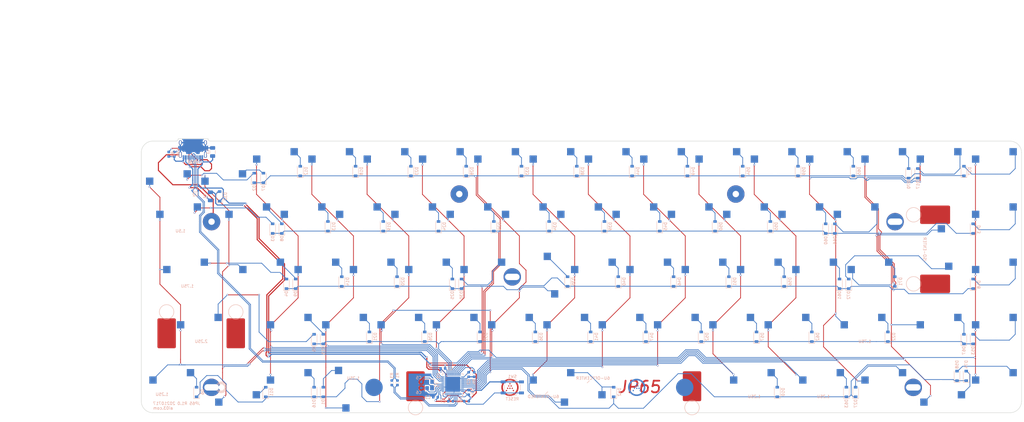
<source format=kicad_pcb>
(kicad_pcb (version 20221018) (generator pcbnew)
  (layers (0 "F.Cu" signal) (31 "B.Cu" signal) (34 "B.Paste" user) (35 "F.Paste" user) (36 "B.SilkS" user "B.Silkscreen") (37 "F.SilkS" user "F.Silkscreen") (38 "B.Mask" user) (39 "F.Mask" user) (44 "Edge.Cuts" user))
  (net 0 "")
  (net 1 "COL6")
  (net 2 "+5V")
  (net 3 "COL7")
  (net 4 "COL0")
  (net 5 "ROW0")
  (net 6 "Net-(D2-Pad2)")
  (net 7 "ROW1")
  (net 8 "Net-(D3-Pad2)")
  (net 9 "Net-(D4-Pad2)")
  (net 10 "Net-(D5-Pad2)")
  (net 11 "Net-(D6-Pad2)")
  (net 12 "Net-(D7-Pad2)")
  (net 13 "Net-(D8-Pad2)")
  (net 14 "Net-(D9-Pad2)")
  (net 15 "Net-(D11-Pad2)")
  (net 16 "Net-(D12-Pad2)")
  (net 17 "Net-(D13-Pad2)")
  (net 18 "Net-(D14-Pad2)")
  (net 19 "Net-(D15-Pad2)")
  (net 20 "Net-(D16-Pad2)")
  (net 21 "ROW2")
  (net 22 "Net-(D17-Pad2)")
  (net 23 "ROW3")
  (net 24 "Net-(D18-Pad2)")
  (net 25 "Net-(D19-Pad2)")
  (net 26 "Net-(D20-Pad2)")
  (net 27 "Net-(D21-Pad2)")
  (net 28 "Net-(D22-Pad2)")
  (net 29 "Net-(D23-Pad2)")
  (net 30 "Net-(D24-Pad2)")
  (net 31 "Net-(D25-Pad2)")
  (net 32 "Net-(D26-Pad2)")
  (net 33 "Net-(D27-Pad2)")
  (net 34 "Net-(D28-Pad2)")
  (net 35 "Net-(D29-Pad2)")
  (net 36 "Net-(D33-Pad2)")
  (net 37 "Net-(D34-Pad2)")
  (net 38 "ROW4")
  (net 39 "Net-(D35-Pad2)")
  (net 40 "Net-(D36-Pad2)")
  (net 41 "Net-(D38-Pad2)")
  (net 42 "Net-(D39-Pad2)")
  (net 43 "Net-(D40-Pad2)")
  (net 44 "Net-(D41-Pad2)")
  (net 45 "Net-(D42-Pad2)")
  (net 46 "Net-(D44-Pad2)")
  (net 47 "Net-(D45-Pad2)")
  (net 48 "Net-(D46-Pad2)")
  (net 49 "Net-(D47-Pad2)")
  (net 50 "Net-(D49-Pad2)")
  (net 51 "Net-(D50-Pad2)")
  (net 52 "Net-(D51-Pad2)")
  (net 53 "Net-(D54-Pad2)")
  (net 54 "Net-(D55-Pad2)")
  (net 55 "Net-(D56-Pad2)")
  (net 56 "Net-(D57-Pad2)")
  (net 57 "Net-(D59-Pad2)")
  (net 58 "Net-(D60-Pad2)")
  (net 59 "Net-(D61-Pad2)")
  (net 60 "Net-(D62-Pad2)")
  (net 61 "Net-(D63-Pad2)")
  (net 62 "Net-(D65-Pad2)")
  (net 63 "Net-(D66-Pad2)")
  (net 64 "Net-(D67-Pad2)")
  (net 65 "Net-(D70-Pad2)")
  (net 66 "Net-(D71-Pad2)")
  (net 67 "Net-(D72-Pad2)")
  (net 68 "Net-(D74-Pad2)")
  (net 69 "COL1")
  (net 70 "COL2")
  (net 71 "COL5")
  (net 72 "COL3")
  (net 73 "COL4")
  (net 74 "COL8")
  (net 75 "GND")
  (net 76 "D-")
  (net 77 "D+")
  (net 78 "COL9")
  (net 79 "COL10")
  (net 80 "COL11")
  (net 81 "COL12")
  (net 82 "COL13")
  (net 83 "Net-(D30-Pad2)")
  (net 84 "Net-(D31-Pad2)")
  (net 85 "Net-(D52-Pad2)")
  (net 86 "Net-(C5-Pad1)")
  (net 87 "Net-(C6-Pad1)")
  (net 88 "Net-(C7-Pad2)")
  (net 89 "Net-(R4-Pad2)")
  (net 90 "Net-(U1-Pad42)")
  (net 91 "Net-(U1-Pad18)")
  (net 92 "Net-(U1-Pad12)")
  (net 93 "Net-(U1-Pad9)")
  (net 94 "Net-(U1-Pad8)")
  (net 95 "Net-(R5-Pad1)")
  (net 96 "Net-(D1-Pad2)")
  (net 97 "Net-(D10-Pad2)")
  (net 98 "VCC")
  (net 99 "Earth")
  (net 100 "Net-(R2-Pad2)")
  (net 101 "Net-(R6-Pad2)")
  (net 102 "Net-(USB1-Pad3)")
  (net 103 "Net-(USB1-Pad9)")
  (net 104 "USB+")
  (net 105 "USB-")
  (net 106 "Net-(U1-Pad11)")
  (net 107 "Net-(D37-Pad2)")
  (net 108 "Net-(D43-Pad2)")
  (net 109 "Net-(D48-Pad2)")
  (net 110 "Net-(D53-Pad2)")
  (net 111 "Net-(D58-Pad2)")
  (net 112 "COL14")
  (footprint "MX_Only:MXOnly-1U-Hotswap" (layer "F.Cu") (at 329.40625 238.91875)
    (fp_text reference "K_.1")
    (fp_text value "MX-NoLED")
  )
  (footprint "MX_Only:MXOnly-1U-Hotswap" (layer "F.Cu") (at 310.35625 238.91875)
    (fp_text reference "K_,1")
    (fp_text value "MX-NoLED")
  )
  (footprint "MX_Only:MXOnly-1U-Hotswap" (layer "F.Cu") (at 153.19375 181.76875 180)
    (fp_text reference "K_#1")
    (fp_text value "MX-NoLED")
  )
  (footprint "MX_Only:MXOnly-1U-Hotswap" (layer "F.Cu") (at 172.24375 181.76875)
    (fp_text reference "K_#2")
    (fp_text value "MX-NoLED")
  )
  (footprint "MX_Only:MXOnly-1U-Hotswap" (layer "F.Cu") (at 191.29375 181.76875)
    (fp_text reference "K_#3")
    (fp_text value "MX-NoLED")
  )
  (footprint "MX_Only:MXOnly-1U-Hotswap" (layer "F.Cu") (at 210.34375 181.76875)
    (fp_text reference "K_#4")
    (fp_text value "MX-NoLED")
  )
  (footprint "MX_Only:MXOnly-1U-Hotswap" (layer "F.Cu") (at 229.39375 181.76875)
    (fp_text reference "K_#5")
    (fp_text value "MX-NoLED")
  )
  (footprint "MX_Only:MXOnly-1U-Hotswap" (layer "F.Cu") (at 248.44375 181.76875)
    (fp_text reference "K_#6")
    (fp_text value "MX-NoLED")
  )
  (footprint "MX_Only:MXOnly-1U-Hotswap" (layer "F.Cu") (at 267.49375 181.76875)
    (fp_text reference "K_#7")
    (fp_text value "MX-NoLED")
  )
  (footprint "MX_Only:MXOnly-1U-Hotswap" (layer "F.Cu") (at 286.54375 181.76875)
    (fp_text reference "K_#8")
    (fp_text value "MX-NoLED")
  )
  (footprint "MX_Only:MXOnly-1U-Hotswap" (layer "F.Cu") (at 305.59375 181.76875)
    (fp_text reference "K_#9")
    (fp_text value "MX-NoLED")
  )
  (footprint "MX_Only:MXOnly-1U-Hotswap" (layer "F.Cu") (at 324.64375 181.76875)
    (fp_text reference "K_#0_1")
    (fp_text value "MX-NoLED")
  )
  (footprint "MX_Only:MXOnly-1U-Hotswap" (layer "F.Cu") (at 357.98125 219.86875)
    (fp_text reference "K_'1")
    (fp_text value "MX-NoLED")
  )
  (footprint "MX_Only:MXOnly-1U-Hotswap" (layer "F.Cu") (at 343.69375 181.76875)
    (fp_text reference "K_-1")
    (fp_text value "MX-NoLED")
  )
  (footprint "MX_Only:MXOnly-1U-Hotswap" (layer "F.Cu") (at 348.45625 238.91875)
    (fp_text reference "K_/1")
    (fp_text value "MX-NoLED")
  )
  (footprint "MX_Only:MXOnly-1U-Hotswap" (layer "F.Cu") (at 338.93125 219.86875)
    (fp_text reference "K_;1")
    (fp_text value "MX-NoLED")
  )
  (footprint "MX_Only:MXOnly-1U-Hotswap" (layer "F.Cu") (at 353.21875 200.81875)
    (fp_text reference "K_[1")
    (fp_text value "MX-NoLED")
  )
  (footprint "MX_Only:MXOnly-1U-Hotswap" (layer "F.Cu") (at 377.03125 219.86875)
    (fp_text reference "K_\\1")
    (fp_text value "MX-NoLED")
  )
  (footprint "MX_Only:MXOnly-1U-Hotswap" (layer "F.Cu") (at 372.26875 200.81875)
    (fp_text reference "K_]1")
    (fp_text value "MX-NoLED")
  )
  (footprint "MX_Only:MXOnly-1U-Hotswap" (layer "F.Cu") (at 167.48125 219.86875)
    (fp_text reference "K_A1")
    (fp_text value "MX-NoLED")
  )
  (footprint "MX_Only:MXOnly-1U-Hotswap" (layer "F.Cu") (at 253.20625 238.91875)
    (fp_text reference "K_B1")
    (fp_text value "MX-NoLED")
  )
  (footprint "MX_Only:MXOnly-1U-Hotswap" (layer "F.Cu") (at 381.79375 181.76875)
    (fp_text reference "K_SBSPC1")
    (fp_text value "MX-NoLED")
  )
  (footprint "MX_Only:MXOnly-1U-Hotswap" (layer "F.Cu") (at 215.10625 238.91875)
    (fp_text reference "K_C1")
    (fp_text value "MX-NoLED")
  )
  (footprint "MX_Only:MXOnly-1U-Hotswap" (layer "F.Cu") (at 205.58125 219.86875)
    (fp_text reference "K_D1")
    (fp_text value "MX-NoLED")
  )
  (footprint "MX_Only:MXOnly-1U-Hotswap" (layer "F.Cu") (at 200.81875 200.81875)
    (fp_text reference "K_E1")
    (fp_text value "MX-NoLED")
  )
  (footprint "MX_Only:MXOnly-ISO-ROTATED-Hotswap" (layer "F.Cu") (at 398.4625 210.34375)
    (fp_text reference "K_ENTER1")
    (fp_text value "MX-NoLED")
  )
  (footprint "MX_Only:MXOnly-1U-Hotswap" (layer "F.Cu") (at 224.63125 219.86875)
    (fp_text reference "K_F1")
    (fp_text value "MX-NoLED")
  )
  (footprint "MX_Only:MXOnly-1U-Hotswap" (layer "F.Cu") (at 243.68125 219.86875)
    (fp_text reference "K_G1")
    (fp_text value "MX-NoLED")
  )
  (footprint "MX_Only:MXOnly-1U-Hotswap" (layer "F.Cu") (at 134.14375 181.76875 180)
    (fp_text reference "K_ESC1")
    (fp_text value "MX-NoLED")
  )
  (footprint "MX_Only:MXOnly-1U-Hotswap" (layer "F.Cu") (at 262.73125 219.86875 -90)
    (fp_text reference "K_H1")
    (fp_text value "MX-NoLED")
  )
  (footprint "MX_Only:MXOnly-1U-Hotswap" (layer "F.Cu") (at 296.06875 200.81875)
    (fp_text reference "K_I1")
    (fp_text value "MX-NoLED")
  )
  (footprint "MX_Only:MXOnly-1U-Hotswap" (layer "F.Cu") (at 281.78125 219.86875)
    (fp_text reference "K_J1")
    (fp_text value "MX-NoLED")
  )
  (footprint "MX_Only:MXOnly-1U-Hotswap" (layer "F.Cu") (at 300.83125 219.86875)
    (fp_text reference "K_K1")
    (fp_text value "MX-NoLED")
  )
  (footprint "MX_Only:MXOnly-1U-Hotswap" (layer "F.Cu") (at 319.88125 219.86875)
    (fp_text reference "K_L1")
    (fp_text value "MX-NoLED")
  )
  (footprint "MX_Only:MXOnly-1U-Hotswap" (layer "F.Cu") (at 177.00625 257.96875)
    (fp_text reference "K_LALT1")
    (fp_text value "MX-NoLED")
  )
  (footprint "MX_Only:MXOnly-1.25U-Hotswap" (layer "F.Cu") (at 136.525 257.96875)
    (fp_text reference "K_LCTRL1")
    (fp_text value "MX-NoLED")
  )
  (footprint "MX_Only:MXOnly-2.25U-Hotswap" (layer "F.Cu") (at 146.05 238.91875)
    (fp_text reference "K_LSFT1")
    (fp_text value "MX-NoLED")
  )
  (footprint "MX_Only:MXOnly-1U-Hotswap" (layer "F.Cu") (at 291.30625 238.91875)
    (fp_text reference "K_M1")
    (fp_text value "MX-NoLED")
  )
  (footprint "MX_Only:MXOnly-1U-Hotswap" (layer "F.Cu") (at 272.25625 238.91875)
    (fp_text reference "K_N1")
    (fp_text value "MX-NoLED")
  )
  (footprint "MX_Only:MXOnly-1U-Hotswap" (layer "F.Cu") (at 315.11875 200.81875)
    (fp_text reference "K_O1")
    (fp_text value "MX-NoLED")
  )
  (footprint "MX_Only:MXOnly-1U-Hotswap" (layer "F.Cu") (at 334.16875 200.81875)
    (fp_text reference "K_P1")
    (fp_text value "MX-NoLED")
  )
  (footprint "MX_Only:MXOnly-1U-Hotswap" (layer "F.Cu") (at 219.86875 200.81875)
    (fp_text reference "K_R1")
    (fp_text value "MX-NoLED")
  )
  (footprint "MX_Only:MXOnly-1U-Hotswap" (layer "F.Cu") (at 186.53125 219.86875)
    (fp_text reference "K_S1")
    (fp_text value "MX-NoLED")
  )
  (footprint "MX_Only:MXOnly-6U-Centered-Hotswap-ReversedStabilizers" (layer "F.Cu") (at 267.49375 257.96875)
    (fp_text reference "K_SPC1")
    (fp_text value "MX-NoLED")
  )
  (footprint "MX_Only:MXOnly-1U-Hotswap" (layer "F.Cu") (at 238.91875 200.81875)
    (fp_text reference "K_T1")
    (fp_text value "MX-NoLED")
  )
  (footprint "MX_Only:MXOnly-1.5U-Hotswap" (layer "F.Cu") (at 138.90625 200.81875)
    (fp_text reference "K_TAB1")
    (fp_text value "MX-NoLED")
  )
  (footprint "MX_Only:MXOnly-1U-Hotswap" (layer "F.Cu") (at 277.01875 200.81875)
    (fp_text reference "K_U1")
    (fp_text value "MX-NoLED")
  )
  (footprint "MX_Only:MXOnly-1U-Hotswap" (layer "F.Cu") (at 234.15625 238.91875)
    (fp_text reference "K_V1")
    (fp_text value "MX-NoLED")
  )
  (footprint "MX_Only:MXOnly-1U-Hotswap" (layer "F.Cu") (at 196.05625 238.91875)
    (fp_text reference "K_X1")
    (fp_text value "MX-NoLED")
  )
  (footprint "MX_Only:MXOnly-1U-Hotswap" (layer "F.Cu") (at 257.96875 200.81875)
    (fp_text reference "K_Y1")
    (fp_text value "MX-NoLED")
  )
  (footprint "MX_Only:MXOnly-1U-Hotswap" (layer "F.Cu") (at 177.00625 238.91875)
    (fp_text reference "K_Z1")
    (fp_text value "MX-NoLED")
  )
  (footprint "MX_Only:MXOnly-1U-Hotswap" (layer "F.Cu") (at 157.95625 257.96875 180)
    (fp_text reference "K_LGUI1")
    (fp_text value "MX-NoLED")
  )
  (footprint "MX_Only:MXOnly-1.75U-Hotswap" (layer "F.Cu") (at 374.65 238.91875)
    (fp_text reference "K_RSFT1")
    (fp_text value "MX-NoLED")
  )
  (footprint "MX_Only:MXOnly-1U-Hotswap" (layer "F.Cu") (at 400.84375 181.76875)
    (fp_text reference "K_SBSPC2")
    (fp_text value "MX-NoLED")
  )
  (footprint "MX_Only:MXOnly-1U-Hotswap" (layer "F.Cu") (at 181.76875 200.81875)
    (fp_text reference "K_W1")
    (fp_text value "MX-NoLED")
  )
  (footprint "MX_Only:MXOnly-1U-Hotswap" (layer "F.Cu") (at 162.71875 200.81875)
    (fp_text reference "K_Q1")
    (fp_text value "MX-NoLED")
  )
  (footprint "MX_Only:MXOnly-1.75U-Hotswap" (layer "F.Cu") (at 141.2875 219.86875)
    (fp_text reference "K_CAPS1")
    (fp_text value "MX-LED")
  )
  (footprint "MX_Only:MXOnly-1.25U-Hotswap" (layer "F.Cu") (at 198.4375 257.96875 90)
    (fp_text reference "K_NFER1")
    (fp_text value "MX-NoLED")
  )
  (footprint "MX_Only:MXOnly-1.25U-Hotswap" (layer "F.Cu") (at 336.55 257.96875)
    (fp_text reference "K_XFER1")
    (fp_text value "MX-NoLED")
  )
  (footprint "locallib:65_Modded" (layer "F.Cu") (at 76.99375 124.61875)
    (fp_text reference "REF**")
    (fp_text value "65")
    (fp_line (start 48.41875 138.1125) (end 48.41875 52.3875) (stroke (width 0.15)) (layer "Edge.Cuts"))
    (fp_line (start 60.325 48.41875) (end 52.3875 48.41875) (stroke (width 0.15)) (layer "Edge.Cuts"))
    (fp_line (start 61.11875 47.625) (end 71.4375 47.625) (stroke (width 0.15)) (layer "Edge.Cuts"))
    (fp_line (start 347.6625 48.41875) (end 72.23125 48.41875) (stroke (width 0.15)) (layer "Edge.Cuts"))
    (fp_line (start 347.6625 142.08125) (end 52.3875 142.08125) (stroke (width 0.15)) (layer "Edge.Cuts"))
    (fp_line (start 351.63125 52.3875) (end 351.63125 138.1125) (stroke (width 0.15)) (layer "Edge.Cuts"))
    (fp_arc (start 48.41875 52.3875) (mid 49.58117 49.58117) (end 52.3875 48.41875) (stroke (width 0.15)) (layer "Edge.Cuts"))
    (fp_arc (start 52.3875 142.08125) (mid 49.58117 140.91883) (end 48.41875 138.1125) (stroke (width 0.15)) (layer "Edge.Cuts"))
    (fp_arc (start 61.11875 47.625) (mid 60.886266 48.186266) (end 60.325 48.41875) (stroke (width 0.15)) (layer "Edge.Cuts"))
    (fp_arc (start 72.23125 48.41875) (mid 71.669984 48.186266) (end 71.4375 47.625) (stroke (width 0.15)) (layer "Edge.Cuts"))
    (fp_arc (start 347.6625 48.41875) (mid 350.46883 49.58117) (end 351.63125 52.3875) (stroke (width 0.15)) (layer "Edge.Cuts"))
    (fp_arc (start 351.63125 138.1125) (mid 350.46883 140.91883) (end 347.6625 142.08125) (stroke (width 0.15)) (layer "Edge.Cuts"))
  )
  (footprint "MX_Only:MXOnly-1U-Hotswap" (layer "F.Cu") (at 419.89375 181.76875)
    (fp_text reference "K_EX1")
    (fp_text value "MX-NoLED")
  )
  (footprint "MX_Only:MXOnly-1U-Hotswap" (layer "F.Cu") (at 419.89375 200.81875)
    (fp_text reference "K_EX2")
    (fp_text value "MX-NoLED")
  )
  (footprint "MX_Only:MXOnly-1U-Hotswap" (layer "F.Cu") (at 419.89375 219.86875)
    (fp_text reference "K_EX3")
    (fp_text value "MX-NoLED")
  )
  (footprint "MX_Only:MXOnly-1U-Hotswap" (layer "F.Cu") (at 419.89375 238.91875)
    (fp_text reference "K_EX4")
    (fp_text value "MX-NoLED")
  )
  (footprint "MX_Only:MXOnly-1U-Hotswap" (layer "F.Cu") (at 419.89375 257.96875)
    (fp_text reference "K_RIGHT1")
    (fp_text value "MX-NoLED")
  )
  (footprint "MX_Only:MXOnly-1U-Hotswap" (layer "F.Cu") (at 400.84375 257.96875 180)
    (fp_text reference "K_DOWN1")
    (fp_text value "MX-NoLED")
  )
  (footprint "MX_Only:MXOnly-1U-Hotswap" (layer "F.Cu") (at 381.79375 257.96875)
    (fp_text reference "K_LEFT1")
    (fp_text value "MX-NoLED")
  )
  (footprint "MX_Only:MXOnly-1.25U-Hotswap" (layer "F.Cu") (at 360.3625 257.96875)
    (fp_text reference "K_RCTRL1")
    (fp_text value "MX-NoLED")
  )
  (footprint "MX_Only:MXOnly-1U-Hotswap" (layer "F.Cu") (at 400.84375 238.91875)
    (fp_text reference "K_UP1")
    (fp_text value "MX-NoLED")
  )
  (footprint "MX_Only:MXOnly-1U-Hotswap" (layer "F.Cu") (at 362.74375 181.76875)
    (fp_text reference "K_=1")
    (fp_text value "MX-NoLED")
  )
  (footprint "MX_Only:MXOnly-1U-Hotswap" (layer "F.Cu") (at 277.01875 257.96875 180)
    (fp_text reference "K_SPC2")
    (fp_text value "MX-NoLED")
  )
  (footprint "locallib:ai-ring-6mm-Combined" (layer "F.Cu") (at 252.4125 257.96875)
    (fp_text reference "G***" hide)
    (fp_text value "LOGO" hide)
  )
  (footprint "Diode_SMD:D_SOD-123" (layer "B.Cu") (at 164.30625 185.7375 90)
    (fp_text reference "D2")
    (fp_text value "SOD-123")
  )
  (footprint "Diode_SMD:D_SOD-123" (layer "B.Cu") (at 170.65625 203.2 90)
    (fp_text reference "D3")
    (fp_text value "SOD-123")
  )
  (footprint "Diode_SMD:D_SOD-123" (layer "B.Cu") (at 175.41875 222.25 90)
    (fp_text reference "D4")
    (fp_text value "SOD-123")
  )
  (footprint "Diode_SMD:D_SOD-123" (layer "B.Cu") (at 184.94375 241.3 90)
    (fp_text reference "D5")
    (fp_text value "SOD-123")
  )
  (footprint "Diode_SMD:D_SOD-123" (layer "B.Cu") (at 144.4625 259.55625 90)
    (fp_text reference "D6")
    (fp_text value "SOD-123")
  )
  (footprint "Diode_SMD:D_SOD-123" (layer "B.Cu") (at 173.83125 203.2 90)
    (fp_text reference "D8")
    (fp_text value "SOD-123")
  )
  (footprint "Diode_SMD:D_SOD-123" (layer "B.Cu") (at 180.18125 183.35625 90)
    (fp_text reference "D12")
    (fp_text value "SOD-123")
  )
  (footprint "Diode_SMD:D_SOD-123" (layer "B.Cu") (at 194.46875 221.45625 90)
    (fp_text reference "D14")
    (fp_text value "SOD-123")
  )
  (footprint "Diode_SMD:D_SOD-123" (layer "B.Cu") (at 188.11875 241.3 90)
    (fp_text reference "D15")
    (fp_text value "SOD-123")
  )
  (footprint "Diode_SMD:D_SOD-123" (layer "B.Cu") (at 184.94375 259.55625 90)
    (fp_text reference "D16")
    (fp_text value "SOD-123")
  )
  (footprint "Diode_SMD:D_SOD-123" (layer "B.Cu") (at 199.23125 183.35625 90)
    (fp_text reference "D18")
    (fp_text value "SOD-123")
  )
  (footprint "Diode_SMD:D_SOD-123" (layer "B.Cu") (at 208.75625 202.40625 90)
    (fp_text reference "D19")
    (fp_text value "SOD-123")
  )
  (footprint "Diode_SMD:D_SOD-123" (layer "B.Cu") (at 213.51875 221.45625 90)
    (fp_text reference "D20")
    (fp_text value "SOD-123")
  )
  (footprint "Diode_SMD:D_SOD-123" (layer "B.Cu") (at 203.99375 240.50625 90)
    (fp_text reference "D21")
    (fp_text value "SOD-123")
  )
  (footprint "Diode_SMD:D_SOD-123" (layer "B.Cu") (at 218.28125 183.35625 90)
    (fp_text reference "D23")
    (fp_text value "SOD-123")
  )
  (footprint "Diode_SMD:D_SOD-123" (layer "B.Cu") (at 227.80625 202.40625 90)
    (fp_text reference "D24")
    (fp_text value "SOD-123")
  )
  (footprint "Diode_SMD:D_SOD-123" (layer "B.Cu") (at 232.56875 222.25 90)
    (fp_text reference "D25")
    (fp_text value "SOD-123")
  )
  (footprint "Diode_SMD:D_SOD-123" (layer "B.Cu") (at 223.04375 240.50625 90)
    (fp_text reference "D26")
    (fp_text value "SOD-123")
  )
  (footprint "Diode_SMD:D_SOD-123" (layer "B.Cu") (at 237.33125 183.35625 90)
    (fp_text reference "D28")
    (fp_text value "SOD-123")
  )
  (footprint "Diode_SMD:D_SOD-123" (layer "B.Cu") (at 246.85625 202.40625 90)
    (fp_text reference "D29")
    (fp_text value "SOD-123")
  )
  (footprint "Diode_SMD:D_SOD-123" (layer "B.Cu") (at 242.09375 240.50625 90)
    (fp_text reference "D31")
    (fp_text value "SOD-123")
  )
  (footprint "Diode_SMD:D_SOD-123" (layer "B.Cu") (at 256.38125 183.35625 90)
    (fp_text reference "D33")
    (fp_text value "SOD-123")
  )
  (footprint "Diode_SMD:D_SOD-123" (layer "B.Cu") (at 265.90625 202.40625 90)
    (fp_text reference "D34")
    (fp_text value "SOD-123")
  )
  (footprint "Diode_SMD:D_SOD-123" (layer "B.Cu") (at 272.25625 221.45625 90)
    (fp_text reference "D35")
    (fp_text value "SOD-123")
  )
  (footprint "Diode_SMD:D_SOD-123" (layer "B.Cu") (at 261.14375 240.50625 90)
    (fp_text reference "D36")
    (fp_text value "SOD-123")
  )
  (footprint "Diode_SMD:D_SOD-123" (layer "B.Cu") (at 275.43125 183.35625 90)
    (fp_text reference "D38")
    (fp_text value "SOD-123")
  )
  (footprint "Diode_SMD:D_SOD-123" (layer "B.Cu") (at 284.95625 202.40625 90)
    (fp_text reference "D39")
    (fp_text value "SOD-123")
  )
  (footprint "Diode_SMD:D_SOD-123" (layer "B.Cu") (at 289.71875 221.45625 90)
    (fp_text reference "D40")
    (fp_text value "SOD-123")
  )
  (footprint "Diode_SMD:D_SOD-123" (layer "B.Cu") (at 280.19375 240.50625 90)
    (fp_text reference "D41")
    (fp_text value "SOD-123")
  )
  (footprint "Diode_SMD:D_SOD-123" (layer "B.Cu") (at 288.13125 259.55625 90)
    (fp_text reference "D42")
    (fp_text value "SOD-123")
  )
  (footprint "Diode_SMD:D_SOD-123" (layer "B.Cu") (at 294.48125 183.35625 90)
    (fp_text reference "D44")
    (fp_text value "SOD-123")
  )
  (footprint "Diode_SMD:D_SOD-123" (layer "B.Cu") (at 304.00625 202.40625 90)
    (fp_text reference "D45")
    (fp_text value "SOD-123")
  )
  (footprint "Diode_SMD:D_SOD-123" (layer "B.Cu") (at 308.76875 221.45625 90)
    (fp_text reference "D46")
    (fp_text value "SOD-123")
  )
  (footprint "Diode_SMD:D_SOD-123" (layer "B.Cu") (at 299.24375 240.50625 90)
    (fp_text reference "D47")
    (fp_text value "SOD-123")
  )
  (footprint "Diode_SMD:D_SOD-123" (layer "B.Cu") (at 313.53125 183.35625 90)
    (fp_text reference "D49")
    (fp_text value "SOD-123")
  )
  (footprint "Diode_SMD:D_SOD-123" (layer "B.Cu") (at 323.05625 202.40625 90)
    (fp_text reference "D50")
    (fp_text value "SOD-123")
  )
  (footprint "Diode_SMD:D_SOD-123" (layer "B.Cu") (at 327.81875 221.45625 90)
    (fp_text reference "D51")
    (fp_text value "SOD-123")
  )
  (footprint "Diode_SMD:D_SOD-123" (layer "B.Cu") (at 318.29375 240.50625 90)
    (fp_text reference "D52")
    (fp_text value "SOD-123")
  )
  (footprint "Diode_SMD:D_SOD-123" (layer "B.Cu") (at 332.58125 183.35625 90)
    (fp_text reference "D54")
    (fp_text value "SOD-123")
  )
  (footprint "Diode_SMD:D_SOD-123" (layer "B.Cu") (at 342.10625 202.40625 90)
    (fp_text reference "D55")
    (fp_text value "SOD-123")
  )
  (footprint "Diode_SMD:D_SOD-123" (layer "B.Cu") (at 346.86875 221.45625 90)
    (fp_text reference "D56")
    (fp_text value "SOD-123")
  )
  (footprint "Diode_SMD:D_SOD-123" (layer "B.Cu") (at 337.34375 240.50625 90)
    (fp_text reference "D57")
    (fp_text value "SOD-123")
  )
  (footprint "Diode_SMD:D_SOD-123" (layer "B.Cu") (at 351.63125 183.35625 90)
    (fp_text reference "D59")
    (fp_text value "SOD-123")
  )
  (footprint "Diode_SMD:D_SOD-123" (layer "B.Cu") (at 361.15625 203.2 90)
    (fp_text reference "D60")
    (fp_text value "SOD-123")
  )
  (footprint "Diode_SMD:D_SOD-123" (layer "B.Cu") (at 365.91875 222.25 90)
    (fp_text reference "D61")
    (fp_text value "SOD-123")
  )
  (footprint "Diode_SMD:D_SOD-123" (layer "B.Cu") (at 356.39375 240.50625 90)
    (fp_text reference "D62")
    (fp_text value "SOD-123")
  )
  (footprint "Diode_SMD:D_SOD-123" (layer "B.Cu") (at 364.33125 203.2 90)
    (fp_text reference "D66")
    (fp_text value "SOD-123")
  )
  (footprint "Diode_SMD:D_SOD-123" (layer "B.Cu") (at 384.96875 221.45625 90)
    (fp_text reference "D71")
    (fp_text value "SOD-123")
  )
  (footprint "Diode_SMD:D_SOD-123" (layer "B.Cu") (at 369.09375 222.25 90)
    (fp_text reference "D72")
    (fp_text value "SOD-123")
  )
  (footprint "Diode_SMD:D_SOD-123" (layer "B.Cu") (at 389.73125 184.15 90)
    (fp_text reference "D70")
    (fp_text value "SOD-123")
  )
  (footprint "Diode_SMD:D_SOD-123" (layer "B.Cu") (at 370.68125 183.35625 90)
    (fp_text reference "D65")
    (fp_text value "SOD-123")
  )
  (footprint "Diode_SMD:D_SOD-123" (layer "B.Cu") (at 168.275 259.55625 90)
    (fp_text reference "D11")
    (fp_text value "SOD-123")
  )
  (footprint "Diode_SMD:D_SOD-123" (layer "B.Cu") (at 392.90625 184.15 90)
    (fp_text reference "D17")
    (fp_text value "SOD-123")
  )
  (footprint "Resistor_SMD:R_0603_1608Metric" (layer "B.Cu") (at 240.0935 253.52375 90)
    (fp_text reference "R4")
    (fp_text value "1k")
  )
  (footprint "Capacitor_SMD:C_0603_1608Metric" (layer "B.Cu") (at 229.2985 251.42825 180)
    (fp_text reference "C1")
    (fp_text value "0.1uF")
  )
  (footprint "Resistor_SMD:R_0603_1608Metric" (layer "B.Cu") (at 237.4392 262.7376)
    (fp_text reference "R5")
    (fp_text value "10k")
  )
  (footprint "Button_Switch_SMD:SW_SPST_TL3342" (layer "B.Cu") (at 253.20625 257.96875 180)
    (fp_text reference "SW1")
    (fp_text value "SW_Push")
  )
  (footprint "Diode_SMD:D_SOD-123" (layer "B.Cu") (at 189.70625 202.40625 90)
    (fp_text reference "D13")
    (fp_text value "SOD-123")
  )
  (footprint "Diode_SMD:D_SOD-123" (layer "B.Cu") (at 188.11875 259.55625 90)
    (fp_text reference "D1")
    (fp_text value "SOD-123")
  )
  (footprint "Diode_SMD:D_SOD-123" (layer "B.Cu") (at 344.4875 259.55625 90)
    (fp_text reference "D10")
    (fp_text value "SOD-123")
  )
  (footprint "Diode_SMD:D_SOD-123" (layer "B.Cu") (at 235.74375 222.25 90)
    (fp_text reference "D30")
    (fp_text value "SOD-123")
  )
  (footprint "Diode_SMD:D_SOD-123" (layer "B.Cu") (at 178.59375 222.25 90)
    (fp_text reference "D9")
    (fp_text value "SOD-123")
  )
  (footprint "Diode_SMD:D_SOD-123" (layer "B.Cu") (at 152.4 192.0875 90)
    (fp_text reference "D32")
    (fp_text value "SMF6.0CA")
  )
  (footprint "Fuse:Fuse_1206_3216Metric" (layer "B.Cu") (at 149.225 192.0875 -90)
    (fp_text reference "F1")
    (fp_text value "Polyfuse_Small")
  )
  (footprint "Inductor_SMD:L_1206_3216Metric" (layer "B.Cu") (at 149.987 176.784 -90)
    (fp_text reference "L1")
    (fp_text value "60R@100MHz")
  )
  (footprint "Resistor_SMD:R_0603_1608Metric" (layer "B.Cu") (at 134.874 177.546 90)
    (fp_text reference "R2")
    (fp_text value "5.1k")
  )
  (footprint "Resistor_SMD:R_0603_1608Metric" (layer "B.Cu") (at 136.779 177.546 90)
    (fp_text reference "R6")
    (fp_text value "5.1k")
  )
  (footprint "random-keyboard-parts:SOT143B" (layer "B.Cu") (at 144.018 189.103 180)
    (fp_text reference "U2")
    (fp_text value "PRTR5V0U2X")
  )
  (footprint "Type-C:HRO-TYPE-C-31-M-12-Assembly" (layer "B.Cu") (at 143.1925 170.9674)
    (fp_text reference "USB1")
    (fp_text value "HRO-TYPE-C-31-M-12")
  )
  (footprint "Diode_SMD:D_SOD-123" (layer "B.Cu") (at 408.78125 183.35625 90)
    (fp_text reference "D37")
    (fp_text value "SOD-123")
  )
  (footprint "Diode_SMD:D_SOD-123" (layer "B.Cu") (at 411.95625 203.2 90)
    (fp_text reference "D43")
    (fp_text value "SOD-123")
  )
  (footprint "Diode_SMD:D_SOD-123" (layer "B.Cu") (at 411.95625 222.25 90)
    (fp_text reference "D48")
    (fp_text value "SOD-123")
  )
  (footprint "Diode_SMD:D_SOD-123" (layer "B.Cu") (at 411.95625 241.3 90)
    (fp_text reference "D53")
    (fp_text value "SOD-123")
  )
  (footprint "Diode_SMD:D_SOD-123" (layer "B.Cu") (at 406.4 254 90)
    (fp_text reference "D58")
    (fp_text value "SOD-123")
  )
  (footprint "Package_DFN_QFN:QFN-44-1EP_7x7mm_P0.5mm_EP5.2x5.2mm" (layer "B.Cu") (at 232.679 256.87425 90)
    (fp_text reference "U1")
    (fp_text value "ATmega32U4-MU")
  )
  (footprint "Crystal:Crystal_SMD_3225-4Pin_3.2x2.5mm" (layer "B.Cu") (at 224.7265 257.14325 -90)
    (fp_text reference "Y1")
    (fp_text value "16MHz")
  )
  (footprint "Capacitor_SMD:C_0603_1608Metric" (layer "B.Cu") (at 221.0435 258.15925 180)
    (fp_text reference "C6")
    (fp_text value "22pF")
  )
  (footprint "Capacitor_SMD:C_0603_1608Metric" (layer "B.Cu") (at 238.1885 259.68325 90)
    (fp_text reference "C4")
    (fp_text value "10uF")
  )
  (footprint "Capacitor_SMD:C_0603_1608Metric" (layer "B.Cu") (at 238.1885 253.52375 -90)
    (fp_text reference "C2")
    (fp_text value "0.1uF")
  )
  (footprint "Capacitor_SMD:C_0603_1608Metric" (layer "B.Cu") (at 231.9655 262.73125 180)
    (fp_text reference "C7")
    (fp_text value "1uF")
  )
  (footprint "Capacitor_SMD:C_0603_1608Metric" (layer "B.Cu") (at 226.7585 261.33425 180)
    (fp_text reference "C3")
    (fp_text value "0.1uF")
  )
  (footprint "Capacitor_SMD:C_0603_1608Metric" (layer "B.Cu") (at 221.0435 256.12725 180)
    (fp_text reference "C5")
    (fp_text value "22pF")
  )
  (footprint "Diode_SMD:D_SOD-123" (layer "B.Cu") (at 382.5875 240.50625 90)
    (fp_text reference "D22")
    (fp_text value "SOD-123")
  )
  (footprint "Diode_SMD:D_SOD-123" (layer "B.Cu") (at 371.475 259.55625 90)
    (fp_text reference "D27")
    (fp_text value "SOD-123")
  )
  (footprint "Diode_SMD:D_SOD-123" (layer "B.Cu") (at 368.3 259.55625 90)
    (fp_text reference "D63")
    (fp_text value "SOD-123")
  )
  (footprint "Diode_SMD:D_SOD-123" (layer "B.Cu") (at 408.78125 241.3 90)
    (fp_text reference "D67")
    (fp_text value "SOD-123")
  )
  (footprint "Diode_SMD:D_SOD-123" (layer "B.Cu") (at 409.575 254 90)
    (fp_text reference "D74")
    (fp_text value "SOD-123")
  )
  (footprint "locallib:ai-ring-6mm-Combined" (layer "B.Cu") (at 296.06875 257.96875 180)
    (fp_text reference "G***" hide)
    (fp_text value "LOGO" hide)
  )
  (footprint "Diode_SMD:D_SOD-123" (layer "B.Cu") (at 167.48125 185.7375 90)
    (fp_text reference "D7")
    (fp_text value "SOD-123")
  )
  (footprint "Resistor_SMD:R_0603_1608Metric" (layer "B.Cu") (at 213.64575 256.38125 90)
    (fp_text reference "R1")
    (fp_text value "22")
  )
  (footprint "Resistor_SMD:R_0603_1608Metric" (layer "B.Cu") (at 211.709 256.38125 90)
    (fp_text reference "R3")
    (fp_text value "22")
  )
  (gr_circle (center 391.4375 198.4375) (end 393.9375 198.4375) (stroke (width 0.15)) (fill none) (layer "B.SilkS"))
  (gr_circle (center 391.4375 222.25) (end 393.9375 222.25) (stroke (width 0.15)) (fill none) (layer "B.SilkS"))
  (gr_circle (center 236.0295 261.01675) (end 236.25175 261.01675) (stroke (width 0.15)) (fill none) (layer "B.SilkS"))
  (gr_circle (center 152.908 257.96875) (end 154.458 257.96875) (stroke (width 0.15)) (fill none) (layer "B.SilkS"))
  (gr_circle (center 152.908 257.96875) (end 154.758 257.96875) (stroke (width 0.15)) (fill none) (layer "B.SilkS"))
  (gr_circle (center 219.8624 264.9474) (end 222.3624 264.9474) (stroke (width 0.15)) (fill none) (layer "B.SilkS"))
  (gr_line (start 264.63625 260.25475) (end 265.43 259.461) (stroke (width 0.15)) (layer "B.SilkS"))
  (gr_circle (center 315.1124 264.9474) (end 317.6124 264.9474) (stroke (width 0.15)) (fill none) (layer "B.SilkS"))
  (gr_circle (center 134.1374 231.9274) (end 136.6374 231.9274) (stroke (width 0.15)) (fill none) (layer "B.SilkS"))
  (gr_circle (center 157.9626 231.9274) (end 160.4626 231.9274) (stroke (width 0.15)) (fill none) (layer "B.SilkS"))
  (gr_circle (center 152.908 257.96875) (end 154.158 257.96875) (stroke (width 0.15)) (fill none) (layer "B.SilkS"))
  (gr_line (start 279.781 255.651) (end 278.98725 256.44475) (stroke (width 0.15)) (layer "B.SilkS"))
  (gr_text "JP65" (at 296.9895 257.84175) (layer "F.Cu") (effects (font (size 4 4) (thickness 0.6) italic)))
  (gr_text "6U-CENTERED" (at 263.906 261.14375) (layer "B.SilkS") (effects (font (size 1 1)) (justify mirror)))
  (gr_text "1.25U" (at 132.55625 260.35) (layer "B.SilkS") (effects (font (size 1 1)) (justify mirror)))
  (gr_text "1.5U" (at 138.90625 203.99375) (layer "B.SilkS") (effects (font (size 1 1)) (justify mirror)))
  (gr_text "2.25U" (at 146.05 242.09375) (layer "B.SilkS") (effects (font (size 1 1)) (justify mirror)))
  (gr_text "1.75U" (at 374.65 242.09375) (layer "B.SilkS") (effects (font (size 1 1)) (justify mirror)))
  (gr_text "1.25U" (at 336.55 261.14375) (layer "B.SilkS") (effects (font (size 1 1)) (justify mirror)))
  (gr_text "1.75U" (at 141.2875 223.04375) (layer "B.SilkS") (effects (font (size 1 1)) (justify mirror)))
  (gr_text "1.25U" (at 360.3625 261.14375) (layer "B.SilkS") (effects (font (size 1 1)) (justify mirror)))
  (gr_text "RESET" (at 253.20625 261.9375) (layer "B.SilkS") (effects (font (size 1 1)) (justify mirror)))
  (gr_text "6U-OFFCENTER" (at 280.9875 254.79375) (layer "B.SilkS") (effects (font (size 1 1)) (justify mirror)))
  (gr_text "ISO-ENTER" (at 395.2875 210.34375 270) (layer "B.SilkS") (effects (font (size 1 1)) (justify mirror)))
  (gr_text "1.25U" (at 198.4375 254.79375) (layer "B.SilkS") (effects (font (size 1 1)) (justify mirror)))
  (gr_text "JP65 R1.0 20210717\nai03.com" (at 129.38125 264.31875) (layer "B.SilkS") (effects (font (size 1 1)) (justify right mirror)))
  (segment (start 257.937 217.551) (end 255.651 215.265) (width 0.254) (layer "F.Cu") (net 1))
  (segment (start 246.126 236.601) (end 255.651 227.076) (width 0.254) (layer "F.Cu") (net 1))
  (segment (start 257.937 221.615) (end 257.937 217.551) (width 0.254) (layer "F.Cu") (net 1))
  (segment (start 250.8885 200.9775) (end 250.19 200.279) (width 0.254) (layer "F.Cu") (net 1))
  (segment (start 246.126 247.142) (end 246.126 238.76) (width 0.254) (layer "F.Cu") (net 1))
  (segment (start 241.3 181.991) (end 241.3 191.389) (width 0.254) (layer "F.Cu") (net 1))
  (segment (start 246.126 237.998) (end 246.126 236.601) (width 0.254) (layer "F.Cu") (net 1))
  (segment (start 241.3 181.229) (end 241.3 181.991) (width 0.254) (layer "F.Cu") (net 1))
  (segment (start 255.651 215.265) (end 255.651 205.74) (width 0.254) (layer "F.Cu") (net 1))
  (segment (start 246.38 238.379) (end 246.126 238.633) (width 0.254) (layer "F.Cu") (net 1))
  (segment (start 241.3 191.389) (end 250.19 200.279) (width 0.254) (layer "F.Cu") (net 1))
  (segment (start 246.126 237.998) (end 246.126 238.125) (width 0.254) (layer "F.Cu") (net 1))
  (segment (start 246.126 238.633) (end 246.126 238.76) (width 0.254) (layer "F.Cu") (net 1))
  (segment (start 255.651 223.901) (end 257.937 221.615) (width 0.254) (layer "F.Cu") (net 1))
  (segment (start 246.126 238.125) (end 246.38 238.379) (width 0.254) (layer "F.Cu") (net 1))
  (segment (start 246.126 238.76) (end 246.126 237.998) (width 0.254) (layer "F.Cu") (net 1))
  (segment (start 255.651 224.79) (end 255.651 223.901) (width 0.254) (layer "F.Cu") (net 1))
  (segment (start 255.651 227.076) (end 255.651 224.79) (width 0.254) (layer "F.Cu") (net 1))
  (segment (start 255.651 205.74) (end 250.8885 200.9775) (width 0.254) (layer "F.Cu") (net 1))
  (segment (start 246.38 247.396) (end 246.126 247.142) (width 0.254) (layer "F.Cu") (net 1))
  (via (at 246.38 238.379) (size 0.6) (drill 0.4) (layers "F.Cu" "B.Cu") (net 1))
  (via (at 246.38 247.396) (size 0.6) (drill 0.4) (layers "F.Cu" "B.Cu") (net 1))
  (via (at 241.3 181.229) (size 0.6) (drill 0.4) (layers "F.Cu" "B.Cu") (net 1))
  (via (at 250.19 200.279) (size 0.6) (drill 0.4) (layers "F.Cu" "B.Cu") (net 1))
  (via (at 255.651 224.79) (size 0.6) (drill 0.4) (layers "F.Cu" "B.Cu") (net 1))
  (segment (start 245.872 247.65) (end 239.014 247.65) (width 0.254) (layer "B.Cu") (net 1))
  (segment (start 250.19 198.9725) (end 250.88375 198.27875) (width 0.254) (layer "B.Cu") (net 1))
  (segment (start 234.179 252.485) (end 234.179 253.53675) (width 0.254) (layer "B.Cu") (net 1))
  (segment (start 246.126 247.65) (end 245.872 247.65) (width 0.254) (layer "B.Cu") (net 1))
  (segment (start 255.651 224.79) (end 255.651 224.536) (width 0.254) (layer "B.Cu") (net 1))
  (segment (start 246.38 236.6375) (end 246.12125 236.37875) (width 0.254) (layer "B.Cu") (net 1))
  (segment (start 241.35875 179.22875) (end 241.35875 181.17025) (width 0.254) (layer "B.Cu") (net 1))
  (segment (start 246.38 238.379) (end 246.38 236.6375) (width 0.254) (layer "B.Cu") (net 1))
  (segment (start 264.16 223.393) (end 265.43 224.663) (width 0.254) (layer "B.Cu") (net 1))
  (segment (start 241.35875 181.17025) (end 241.3 181.229) (width 0.254) (layer "B.Cu") (net 1))
  (segment (start 255.651 224.536) (end 256.794 223.393) (width 0.254) (layer "B.Cu") (net 1))
  (segment (start 250.19 200.279) (end 250.19 198.9725) (width 0.254) (layer "B.Cu") (net 1))
  (segment (start 266.7635 224.663) (end 267.81125 225.71075) (width 0.254) (layer "B.Cu") (net 1))
  (segment (start 256.794 223.393) (end 264.16 223.393) (width 0.254) (layer "B.Cu") (net 1))
  (segment (start 246.38 247.396) (end 246.126 247.65) (width 0.254) (layer "B.Cu") (net 1))
  (segment (start 239.014 247.65) (end 234.179 252.485) (width 0.254) (layer "B.Cu") (net 1))
  (segment (start 265.43 224.663) (end 266.7635 224.663) (width 0.254) (layer "B.Cu") (net 1))
  (segment (start 168.402 245.999) (end 168.402 246.888) (width 0.381) (layer "F.Cu") (net 2))
  (segment (start 239.2045 261.46125) (end 239.029875 261.635875) (width 0.381) (layer "F.Cu") (net 2))
  (segment (start 174.117 215.773) (end 174.117 220.599) (width 0.381) (layer "F.Cu") (net 2))
  (segment (start 165.354 207.01) (end 174.117 215.773) (width 0.381) (layer "F.Cu") (net 2))
  (segment (start 237.90275 262.763) (end 231.902 262.763) (width 0.381) (layer "F.Cu") (net 2))
  (segment (start 240.792 253.52375) (end 239.0775 251.80925) (width 0.381) (layer "F.Cu") (net 2))
  (segment (start 228.44125 250.28525) (end 230.0605 250.28525) (width 0.381) (layer "F.Cu") (net 2))
  (segment (start 160.782 195.199) (end 165.354 199.771) (width 0.381) (layer "F.Cu") (net 2))
  (segment (start 174.117 220.599) (end 168.656 226.06) (width 0.381) (layer "F.Cu") (net 2))
  (segment (start 231.4575 262.3185) (end 231.013 262.763) (width 0.381) (layer "F.Cu") (net 2))
  (segment (start 168.91 247.396) (end 169.164 247.396) (width 0.381) (layer "F.Cu") (net 2))
  (segment (start 230.0605 250.28525) (end 237.5535 250.28525) (width 0.381) (layer "F.Cu") (net 2))
  (segment (start 231.013 262.763) (end 226.949 262.763) (width 0.381) (layer "F.Cu") (net 2))
  (segment (start 231.4575 262.3185) (end 231.4575 261.46125) (width 0.381) (layer "F.Cu") (net 2))
  (segment (start 240.792 259.87375) (end 240.792 253.52375) (width 0.381) (layer "F.Cu") (net 2))
  (segment (start 165.354 199.771) (end 165.354 207.01) (width 0.381) (layer "F.Cu") (net 2))
  (segment (start 168.656 226.06) (end 168.656 245.745) (width 0.381) (layer "F.Cu") (net 2))
  (segment (start 239.029875 261.635875) (end 237.90275 262.763) (width 0.381) (layer "F.Cu") (net 2))
  (segment (start 168.402 246.888) (end 168.91 247.396) (width 0.381) (layer "F.Cu") (net 2))
  (segment (start 160.655 195.199) (end 160.782 195.199) (width 0.381) (layer "F.Cu") (net 2))
  (segment (start 228.44125 250.28525) (end 225.20275 250.28525) (width 0.381) (layer "F.Cu") (net 2))
  (segment (start 168.656 245.745) (end 168.402 245.999) (width 0.381) (layer "F.Cu") (net 2))
  (segment (start 226.949 262.763) (end 226.695 262.509) (width 0.381) (layer "F.Cu") (net 2))
  (segment (start 237.5535 250.28525) (end 239.0775 251.80925) (width 0.381) (layer "F.Cu") (net 2))
  (segment (start 239.2045 261.46125) (end 240.792 259.87375) (width 0.381) (layer "F.Cu") (net 2))
  (segment (start 231.902 262.763) (end 231.4575 262.3185) (width 0.381) (layer "F.Cu") (net 2))
  (via (at 231.4575 261.46125) (size 0.6) (drill 0.4) (layers "F.Cu" "B.Cu") (net 2))
  (via (at 239.0775 251.80925) (size 0.6) (drill 0.4) (layers "F.Cu" "B.Cu") (net 2))
  (via (at 239.029875 261.635875) (size 0.6) (drill 0.4) (layers "F.Cu" "B.Cu") (net 2))
  (via (at 230.0605 250.28525) (size 0.6) (drill 0.4) (layers "F.Cu" "B.Cu") (net 2))
  (via (at 225.20275 250.28525) (size 0.6) (drill 0.4) (layers "F.Cu" "B.Cu") (net 2))
  (via (at 160.655 195.199) (size 0.6) (drill 0.4) (layers "F.Cu" "B.Cu") (net 2))
  (via (at 226.695 262.509) (size 0.6) (drill 0.4) (layers "F.Cu" "B.Cu") (net 2))
  (via (at 169.164 247.396) (size 0.6) (drill 0.4) (layers "F.Cu" "B.Cu") (net 2))
  (segment (start 231.7115 261.46125) (end 231.4575 261.46125) (width 0.254) (layer "B.Cu") (net 2))
  (segment (start 232.179 260.21175) (end 232.179 260.99375) (width 0.254) (layer "B.Cu") (net 2))
  (segment (start 232.179 260.99375) (end 231.7115 261.46125) (width 0.254) (layer "B.Cu") (net 2))
  (segment (start 228.0675 258.37425) (end 227.7745 258.66725) (width 0.254) (layer "B.Cu") (net 2))
  (segment (start 238.2267 262.7376) (end 238.2267 262.43905) (width 0.381) (layer "B.Cu") (net 2))
  (segment (start 160.528 195.072) (end 160.655 195.199) (width 0.381) (layer "B.Cu") (net 2))
  (segment (start 234.8865 261.20725) (end 236.6645 261.20725) (width 0.254) (layer "B.Cu") (net 2))
  (segment (start 236.9525 261.20725) (end 237.689 260.47075) (width 0.254) (layer "B.Cu") (net 2))
  (segment (start 221.488 246.507) (end 225.20275 250.22175) (width 0.381) (layer "B.Cu") (net 2))
  (segment (start 227.546 261.658) (end 227.546 261.33425) (width 0.381) (layer "B.Cu") (net 2))
  (segment (start 238.2267 262.43905) (end 239.029875 261.635875) (width 0.381) (layer "B.Cu") (net 2))
  (segment (start 238.1885 252.73625) (end 238.1885 252.69825) (width 0.254) (layer "B.Cu") (net 2))
  (segment (start 237.689 260.47075) (end 236.5925 259.37425) (width 0.254) (layer "B.Cu") (net 2))
  (segment (start 238.1885 260.47075) (end 238.1885 260.7945) (width 0.381) (layer "B.Cu") (net 2))
  (segment (start 238.1885 252.69825) (end 239.0775 251.80925) (width 0.254) (layer "B.Cu") (net 2))
  (segment (start 151.9545 190.4375) (end 151.003 191.389) (width 0.381) (layer "B.Cu") (net 2))
  (segment (start 230.679 252.02125) (end 230.086 251.42825) (width 0.254) (layer "B.Cu") (net 2))
  (segment (start 149.225 190.6875) (end 150.3015 190.6875) (width 0.381) (layer "B.Cu") (net 2))
  (segment (start 229.3415 258.37425) (end 228.0675 258.37425) (width 0.254) (layer "B.Cu") (net 2))
  (segment (start 227.7745 258.66725) (end 227.7745 261.10575) (width 0.254) (layer "B.Cu") (net 2))
  (segment (start 230.086 250.31075) (end 230.086 251.42825) (width 0.254) (layer "B.Cu") (net 2))
  (segment (start 151.003 194.437) (end 151.638 195.072) (width 0.381) (layer "B.Cu") (net 2))
  (segment (start 230.679 253.53675) (end 230.679 252.02125) (width 0.254) (layer "B.Cu") (net 2))
  (segment (start 236.0165 259.37425) (end 236.5925 259.37425) (width 0.254) (layer "B.Cu") (net 2))
  (segment (start 150.3015 190.6875) (end 151.003 191.389) (width 0.381) (layer "B.Cu") (net 2))
  (segment (start 234.679 260.21175) (end 234.679 260.99975) (width 0.254) (layer "B.Cu") (net 2))
  (segment (start 170.307 246.507) (end 221.488 246.507) (width 0.381) (layer "B.Cu") (net 2))
  (segment (start 230.0605 250.28525) (end 230.086 250.31075) (width 0.254) (layer "B.Cu") (net 2))
  (segment (start 236.6645 261.20725) (end 236.9525 261.20725) (width 0.254) (layer "B.Cu") (net 2))
  (segment (start 151.638 195.072) (end 160.528 195.072) (width 0.381) (layer "B.Cu") (net 2))
  (segment (start 226.695 262.509) (end 227.546 261.658) (width 0.381) (layer "B.Cu") (net 2))
  (segment (start 234.679 260.99975) (end 234.8865 261.20725) (width 0.254) (layer "B.Cu") (net 2))
  (segment (start 236.5505 254.37425) (end 238.1885 252.73625) (width 0.254) (layer "B.Cu") (net 2))
  (segment (start 236.0165 254.37425) (end 236.5505 254.37425) (width 0.254) (layer "B.Cu") (net 2))
  (segment (start 152.4 190.4375) (end 151.9545 190.4375) (width 0.381) (layer "B.Cu") (net 2))
  (segment (start 238.1885 260.7945) (end 239.029875 261.635875) (width 0.381) (layer "B.Cu") (net 2))
  (segment (start 227.7745 261.10575) (end 227.546 261.33425) (width 0.254) (layer "B.Cu") (net 2))
  (segment (start 169.164 247.396) (end 169.418 247.396) (width 0.381) (layer "B.Cu") (net 2))
  (segment (start 237.689 260.47075) (end 238.1885 260.47075) (width 0.254) (layer "B.Cu") (net 2))
  (segment (start 225.20275 250.22175) (end 225.20275 250.28525) (width 0.381) (layer "B.Cu") (net 2))
  (segment (start 151.003 191.389) (end 151.003 194.437) (width 0.381) (layer "B.Cu") (net 2))
  (segment (start 169.418 247.396) (end 170.307 246.507) (width 0.381) (layer "B.Cu") (net 2))
  (segment (start 260.35 191.389) (end 269.24 200.279) (width 0.254) (layer "F.Cu") (net 3))
  (segment (start 269.24 200.279) (end 269.9385 200.9775) (width 0.254) (layer "F.Cu") (net 3))
  (segment (start 265.176 248.666) (end 260.35 253.492) (width 0.254) (layer "F.Cu") (net 3))
  (segment (start 269.9385 200.9775) (end 274.701 205.74) (width 0.254) (layer "F.Cu") (net 3))
  (segment (start 265.176 236.601) (end 265.176 238.379) (width 0.254) (layer "F.Cu") (net 3))
  (segment (start 260.35 181.229) (end 260.35 181.737) (width 0.254) (layer "F.Cu") (net 3))
  (segment (start 265.176 238.379) (end 265.176 248.666) (width 0.254) (layer "F.Cu") (net 3))
  (segment (start 260.35 181.737) (end 260.35 191.389) (width 0.254) (layer "F.Cu") (net 3))
  (segment (start 274.701 219.329) (end 274.701 227.076) (width 0.254) (layer "F.Cu") (net 3))
  (segment (start 274.701 205.74) (end 274.701 219.329) (width 0.254) (layer "F.Cu") (net 3))
  (segment (start 274.701 227.076) (end 265.176 236.601) (width 0.254) (layer "F.Cu") (net 3))
  (via (at 260.35 181.229) (size 0.6) (drill 0.4) (layers "F.Cu" "B.Cu") (net 3))
  (via (at 269.24 200.279) (size 0.6) (drill 0.4) (layers "F.Cu" "B.Cu") (net 3))
  (via (at 274.701 219.329) (size 0.6) (drill 0.4) (layers "F.Cu" "B.Cu") (net 3))
  (via (at 260.35 253.492) (size 0.6) (drill 0.4) (layers "F.Cu" "B.Cu") (net 3))
  (via (at 265.176 238.379) (size 0.6) (drill 0.4) (layers "F.Cu" "B.Cu") (net 3))
  (segment (start 259.08 253.619) (end 259.08 254.1) (width 0.254) (layer "B.Cu") (net 3))
  (segment (start 260.40875 253.55075) (end 260.40875 255.42875) (width 0.254) (layer "B.Cu") (net 3))
  (segment (start 271.17675 263.04875) (end 268.00175 263.04875) (width 0.254) (layer "B.Cu") (net 3))
  (segment (start 260.40875 181.17025) (end 260.35 181.229) (width 0.254) (layer "B.Cu") (net 3))
  (segment (start 245.999 251.206) (end 256.667 251.206) (width 0.254) (layer "B.Cu") (net 3))
  (segment (start 260.985 260.731) (end 259.08 258.826) (width 0.254) (layer "B.Cu") (net 3))
  (segment (start 236.0165 257.87425) (end 241.99775 257.87425) (width 0.254) (layer "B.Cu") (net 3))
  (segment (start 268.00175 263.04875) (end 265.684 260.731) (width 0.254) (layer "B.Cu") (net 3))
  (segment (start 259.08 258.826) (end 259.08 256.7575) (width 0.254) (layer "B.Cu") (net 3))
  (segment (start 269.24 198.9725) (end 269.93375 198.27875) (width 0.254) (layer "B.Cu") (net 3))
  (segment (start 256.667 251.206) (end 259.08 253.619) (width 0.254) (layer "B.Cu") (net 3))
  (segment (start 243.713 256.159) (end 243.713 253.492) (width 0.254) (layer "B.Cu") (net 3))
  (segment (start 265.176 236.3835) (end 265.17125 236.37875) (width 0.254) (layer "B.Cu") (net 3))
  (segment (start 265.176 238.379) (end 265.176 236.3835) (width 0.254) (layer "B.Cu") (net 3))
  (segment (start 260.35 253.492) (end 260.40875 253.55075) (width 0.254) (layer "B.Cu") (net 3))
  (segment (start 274.701 217.3335) (end 274.69625 217.32875) (width 0.254) (layer "B.Cu") (net 3))
  (segment (start 241.99775 257.87425) (end 243.713 256.159) (width 0.254) (layer "B.Cu") (net 3))
  (segment (start 259.08 256.7575) (end 260.40875 255.42875) (width 0.254) (layer "B.Cu") (net 3))
  (segment (start 260.40875 179.22875) (end 260.40875 181.17025) (width 0.254) (layer "B.Cu") (net 3))
  (segment (start 259.08 254.1) (end 260.40875 255.42875) (width 0.254) (layer "B.Cu") (net 3))
  (segment (start 269.24 200.279) (end 269.24 198.9725) (width 0.254) (layer "B.Cu") (net 3))
  (segment (start 274.701 219.329) (end 274.701 217.3335) (width 0.254) (layer "B.Cu") (net 3))
  (segment (start 265.684 260.731) (end 260.985 260.731) (width 0.254) (layer "B.Cu") (net 3))
  (segment (start 243.713 253.492) (end 245.999 251.206) (width 0.254) (layer "B.Cu") (net 3))
  (segment (start 161.925 249.936) (end 161.925 249.809) (width 0.254) (layer "F.Cu") (net 4))
  (segment (start 131.826 217.297) (end 131.826 222.377) (width 0.254) (layer "F.Cu") (net 4))
  (segment (start 134.239 224.79) (end 138.938 229.489) (width 0.254) (layer "F.Cu") (net 4))
  (segment (start 161.925 249.809) (end 167.386 244.348) (width 0.254) (layer "F.Cu") (net 4))
  (segment (start 138.938 248.285) (end 138.938 249.936) (width 0.254) (layer "F.Cu") (net 4))
  (segment (start 131.826 192.405) (end 131.826 200.279) (width 0.254) (layer "F.Cu") (net 4))
  (segment (start 128.27 188.849) (end 131.826 192.405) (width 0.254) (layer "F.Cu") (net 4))
  (segment (start 138.938 238.379) (end 138.938 248.285) (width 0.254) (layer "F.Cu") (net 4))
  (segment (start 131.826 216.916) (end 131.826 217.297) (width 0.254) (layer "F.Cu") (net 4))
  (segment (start 138.938 229.489) (end 138.938 238.379) (width 0.254) (layer "F.Cu") (net 4))
  (segment (start 131.826 200.279) (end 131.826 216.916) (width 0.254) (layer "F.Cu") (net 4))
  (segment (start 131.826 222.377) (end 134.239 224.79) (width 0.254) (layer "F.Cu") (net 4))
  (segment (start 167.386 244.348) (end 167.894 244.348) (width 0.254) (layer "F.Cu") (net 4))
  (via (at 138.938 238.379) (size 0.6) (drill 0.4) (layers "F.Cu" "B.Cu") (net 4))
  (via (at 161.925 249.936) (size 0.6) (drill 0.4) (layers "F.Cu" "B.Cu") (net 4))
  (via (at 131.826 217.297) (size 0.6) (drill 0.4) (layers "F.Cu" "B.Cu") (net 4))
  (via (at 131.826 200.279) (size 0.6) (drill 0.4) (layers "F.Cu" "B.Cu") (net 4))
  (via (at 167.894 244.348) (size 0.6) (drill 0.4) (layers "F.Cu" "B.Cu") (net 4))
  (via (at 138.938 249.936) (size 0.6) (drill 0.4) (layers "F.Cu" "B.Cu") (net 4))
  (via (at 128.27 188.849) (size 0.6) (drill 0.4) (layers "F.Cu" "B.Cu") (net 4))
  (segment (start 128.30175 188.81725) (end 128.27 188.849) (width 0.254) (layer "B.Cu") (net 4))
  (segment (start 161.925 249.936) (end 161.671 250.19) (width 0.254) (layer "B.Cu") (net 4))
  (segment (start 131.85775 217.32875) (end 131.826 217.297) (width 0.254) (layer "B.Cu") (net 4))
  (segment (start 139.192 250.19) (end 138.938 249.936) (width 0.254) (layer "B.Cu") (net 4))
  (segment (start 226.441 247.142) (end 224.028 244.729) (width 0.254) (layer "B.Cu") (net 4))
  (segment (start 138.938 236.40575) (end 138.965 236.37875) (width 0.254) (layer "B.Cu") (net 4))
  (segment (start 134.2025 217.32875) (end 131.85775 217.32875) (width 0.254) (layer "B.Cu") (net 4))
  (segment (start 129.44 255.243) (end 129.44 255.42875) (width 0.254) (layer "B.Cu") (net 4))
  (segment (start 138.303 250.19) (end 134.493 250.19) (width 0.254) (layer "B.Cu") (net 4))
  (segment (start 138.938 238.379) (end 138.938 236.40575) (width 0.254) (layer "B.Cu") (net 4))
  (segment (start 138.303 250.19) (end 138.684 250.19) (width 0.254) (layer "B.Cu") (net 4))
  (segment (start 138.684 250.19) (end 138.938 249.936) (width 0.254) (layer "B.Cu") (net 4))
  (segment (start 140.589 250.19) (end 139.192 250.19) (width 0.254) (layer "B.Cu") (net 4))
  (segment (start 128.30175 186.84875) (end 128.30175 188.81725) (width 0.254) (layer "B.Cu") (net 4))
  (segment (start 228.32325 255.37425) (end 226.441 253.492) (width 0.254) (layer "B.Cu") (net 4))
  (segment (start 168.275 244.729) (end 167.894 244.348) (width 0.254) (layer "B.Cu") (net 4))
  (segment (start 161.671 250.19) (end 140.589 250.19) (width 0.254) (layer "B.Cu") (net 4))
  (segment (start 134.493 250.19) (end 129.44 255.243) (width 0.254) (layer "B.Cu") (net 4))
  (segment (start 131.826 198.2835) (end 131.82125 198.27875) (width 0.254) (layer "B.Cu") (net 4))
  (segment (start 224.028 244.729) (end 168.275 244.729) (width 0.254) (layer "B.Cu") (net 4))
  (segment (start 140.589 250.19) (end 138.303 250.19) (width 0.254) (layer "B.Cu") (net 4))
  (segment (start 229.3415 255.37425) (end 228.32325 255.37425) (width 0.254) (layer "B.Cu") (net 4))
  (segment (start 131.826 200.279) (end 131.826 198.2835) (width 0.254) (layer "B.Cu") (net 4))
  (segment (start 226.441 253.492) (end 226.441 247.142) (width 0.254) (layer "B.Cu") (net 4))
  (segment (start 240.792 185.547) (end 240.792 191.643) (width 0.254) (layer "F.Cu") (net 5))
  (segment (start 246.761 218.059) (end 246.761 222.123) (width 0.254) (layer "F.Cu") (net 5))
  (segment (start 243.84 246.126) (end 243.84 246.888) (width 0.254) (layer "F.Cu") (net 5))
  (segment (start 246.761 222.123) (end 243.84 225.044) (width 0.254) (layer "F.Cu") (net 5))
  (segment (start 240.538 185.293) (end 240.792 185.547) (width 0.254) (layer "F.Cu") (net 5))
  (segment (start 249.047 215.773) (end 246.761 218.059) (width 0.254) (layer "F.Cu") (net 5))
  (segment (start 249.047 199.898) (end 249.047 215.773) (width 0.254) (layer "F.Cu") (net 5))
  (segment (start 243.84 225.044) (end 243.84 246.126) (width 0.254) (layer "F.Cu") (net 5))
  (segment (start 240.792 191.643) (end 249.047 199.898) (width 0.254) (layer "F.Cu") (net 5))
  (via (at 240.538 185.293) (size 0.6) (drill 0.4) (layers "F.Cu" "B.Cu") (net 5))
  (via (at 243.84 246.888) (size 0.6) (drill 0.4) (layers "F.Cu" "B.Cu") (net 5))
  (segment (start 240.538 185.293) (end 240.25125 185.00625) (width 0.254) (layer "B.Cu") (net 5))
  (segment (start 169.8625 185.00625) (end 167.48125 187.3875) (width 0.254) (layer "B.Cu") (net 5))
  (segment (start 389.73125 185.8) (end 388.492 185.8) (width 0.254) (layer "B.Cu") (net 5))
  (segment (start 408.687 184.912) (end 394.716 184.912) (width 0.254) (layer "B.Cu") (net 5))
  (segment (start 388.492 185.8) (end 387.69825 185.00625) (width 0.254) (layer "B.Cu") (net 5))
  (segment (start 387.69825 185.00625) (end 387.2875 185.00625) (width 0.254) (layer "B.Cu") (net 5))
  (segment (start 180.18125 185.00625) (end 169.8625 185.00625) (width 0.254) (layer "B.Cu") (net 5))
  (segment (start 394.081 184.277) (end 391.795 184.277) (width 0.254) (layer "B.Cu") (net 5))
  (segment (start 233.679 252.223) (end 238.76 247.142) (width 0.254) (layer "B.Cu") (net 5))
  (segment (start 294.48125 185.00625) (end 275.43125 185.00625) (width 0.254) (layer "B.Cu") (net 5))
  (segment (start 391.795 184.277) (end 390.272 185.8) (width 0.254) (layer "B.Cu") (net 5))
  (segment (start 238.76 247.142) (end 243.586 247.142) (width 0.254) (layer "B.Cu") (net 5))
  (segment (start 394.716 184.912) (end 394.081 184.277) (width 0.254) (layer "B.Cu") (net 5))
  (segment (start 240.82475 185.00625) (end 240.538 185.293) (width 0.254) (layer "B.Cu") (net 5))
  (segment (start 243.586 247.142) (end 243.84 246.888) (width 0.254) (layer "B.Cu") (net 5))
  (segment (start 390.272 185.8) (end 389.73125 185.8) (width 0.254) (layer "B.Cu") (net 5))
  (segment (start 241.45975 185.00625) (end 240.82475 185.00625) (width 0.254) (layer "B.Cu") (net 5))
  (segment (start 233.679 253.53675) (end 233.679 252.223) (width 0.254) (layer "B.Cu") (net 5))
  (segment (start 294.48125 185.00625) (end 387.2875 185.00625) (width 0.254) (layer "B.Cu") (net 5))
  (segment (start 241.45975 185.00625) (end 275.43125 185.00625) (width 0.254) (layer "B.Cu") (net 5))
  (segment (start 167.48125 187.3875) (end 164.30625 187.3875) (width 0.254) (layer "B.Cu") (net 5))
  (segment (start 240.06275 185.00625) (end 241.45975 185.00625) (width 0.254) (layer "B.Cu") (net 5))
  (segment (start 408.78125 185.00625) (end 408.687 184.912) (width 0.254) (layer "B.Cu") (net 5))
  (segment (start 180.18125 185.00625) (end 240.06275 185.00625) (width 0.254) (layer "B.Cu") (net 5))
  (segment (start 240.25125 185.00625) (end 240.06275 185.00625) (width 0.254) (layer "B.Cu") (net 5))
  (segment (start 142.748 184.785) (end 146.304 184.785) (width 0.254) (layer "F.Cu") (net 6))
  (segment (start 141.224 186.309) (end 142.748 184.785) (width 0.254) (layer "F.Cu") (net 6))
  (via (at 141.224 186.309) (size 0.6) (drill 0.4) (layers "F.Cu" "B.Cu") (net 6))
  (via (at 146.304 184.785) (size 0.6) (drill 0.4) (layers "F.Cu" "B.Cu") (net 6))
  (segment (start 141.22875 184.30875) (end 141.22875 186.30425) (width 0.254) (layer "B.Cu") (net 6))
  (segment (start 146.939 184.15) (end 151.384 184.15) (width 0.254) (layer "B.Cu") (net 6))
  (segment (start 164.1465 184.0875) (end 164.30625 184.0875) (width 0.254) (layer "B.Cu") (net 6))
  (segment (start 161.798 186.436) (end 164.1465 184.0875) (width 0.254) (layer "B.Cu") (net 6))
  (segment (start 146.304 184.785) (end 146.939 184.15) (width 0.254) (layer "B.Cu") (net 6))
  (segment (start 141.22875 186.30425) (end 141.224 186.309) (width 0.254) (layer "B.Cu") (net 6))
  (segment (start 153.67 186.436) (end 161.798 186.436) (width 0.254) (layer "B.Cu") (net 6))
  (segment (start 151.384 184.15) (end 153.67 186.436) (width 0.254) (layer "B.Cu") (net 6))
  (segment (start 243.332 224.79) (end 243.332 246.126) (width 0.254) (layer "F.Cu") (net 7))
  (segment (start 379.349 205.613) (end 379.349 204.851) (width 0.254) (layer "F.Cu") (net 7))
  (segment (start 246.253 217.805) (end 246.253 221.869) (width 0.254) (layer "F.Cu") (net 7))
  (segment (start 243.332 246.126) (end 243.078 246.38) (width 0.254) (layer "F.Cu") (net 7))
  (segment (start 384.302 221.742) (end 384.302 221.488) (width 0.254) (layer "F.Cu") (net 7))
  (segment (start 379.349 210.693) (end 379.349 205.613) (width 0.254) (layer "F.Cu") (net 7))
  (segment (start 248.285 204.343) (end 248.539 204.597) (width 0.254) (layer "F.Cu") (net 7))
  (segment (start 246.253 221.869) (end 243.332 224.79) (width 0.254) (layer "F.Cu") (net 7))
  (segment (start 384.302 215.646) (end 379.349 210.693) (width 0.254) (layer "F.Cu") (net 7))
  (segment (start 379.349 204.851) (end 379.603 204.597) (width 0.254) (layer "F.Cu") (net 7))
  (segment (start 384.556 221.996) (end 384.302 221.742) (width 0.254) (layer "F.Cu") (net 7))
  (segment (start 248.539 204.597) (end 248.539 215.519) (width 0.254) (layer "F.Cu") (net 7))
  (segment (start 248.539 215.519) (end 246.253 217.805) (width 0.254) (layer "F.Cu") (net 7))
  (segment (start 384.302 221.488) (end 384.302 215.646) (width 0.254) (layer "F.Cu") (net 7))
  (via (at 243.078 246.38) (size 0.6) (drill 0.4) (layers "F.Cu" "B.Cu") (net 7))
  (via (at 248.285 204.343) (size 0.6) (drill 0.4) (layers "F.Cu" "B.Cu") (net 7))
  (via (at 384.556 221.996) (size 0.6) (drill 0.4) (layers "F.Cu" "B.Cu") (net 7))
  (via (at 379.603 204.597) (size 0.6) (drill 0.4) (layers "F.Cu" "B.Cu") (net 7))
  (segment (start 379.857 204.851) (end 379.349 204.851) (width 0.254) (layer "B.Cu") (net 7))
  (segment (start 342.10625 204.05625) (end 248.69875 204.05625) (width 0.254) (layer "B.Cu") (net 7))
  (segment (start 399.288 201.422) (end 395.859 204.851) (width 0.254) (layer "B.Cu") (net 7))
  (segment (start 242.824 246.634) (end 243.078 246.38) (width 0.254) (layer "B.Cu") (net 7))
  (segment (start 364.33125 204.85) (end 379.348 204.85) (width 0.254) (layer "B.Cu") (net 7))
  (segment (start 395.859 204.851) (end 379.857 204.851) (width 0.254) (layer "B.Cu") (net 7))
  (segment (start 379.35 204.85) (end 379.348 204.85) (width 0.254) (layer "B.Cu") (net 7))
  (segment (start 364.33125 204.85) (end 361.15625 204.85) (width 0.254) (layer "B.Cu") (net 7))
  (segment (start 411.95625 204.85) (end 406.145 204.85) (width 0.254) (layer "B.Cu") (net 7))
  (segment (start 247.74425 204.05625) (end 174.625 204.05625) (width 0.254) (layer "B.Cu") (net 7))
  (segment (start 173.83125 204.85) (end 170.65625 204.85) (width 0.254) (layer "B.Cu") (net 7))
  (segment (start 402.717 201.422) (end 399.288 201.422) (width 0.254) (layer "B.Cu") (net 7))
  (segment (start 360.3625 204.05625) (end 361.15625 204.85) (width 0.254) (layer "B.Cu") (net 7))
  (segment (start 247.74425 204.05625) (end 247.99825 204.05625) (width 0.254) (layer "B.Cu") (net 7))
  (segment (start 247.99825 204.05625) (end 248.285 204.343) (width 0.254) (layer "B.Cu") (net 7))
  (segment (start 379.603 204.597) (end 379.35 204.85) (width 0.254) (layer "B.Cu") (net 7))
  (segment (start 379.857 204.851) (end 379.603 204.597) (width 0.254) (layer "B.Cu") (net 7))
  (segment (start 384.96875 222.40875) (end 384.556 221.996) (width 0.254) (layer "B.Cu") (net 7))
  (segment (start 384.96875 223.10625) (end 384.96875 222.40875) (width 0.254) (layer "B.Cu") (net 7))
  (segment (start 342.10625 204.05625) (end 360.3625 204.05625) (width 0.254) (layer "B.Cu") (net 7))
  (segment (start 379.349 204.851) (end 379.348 204.85) (width 0.254) (layer "B.Cu") (net 7))
  (segment (start 248.57175 204.05625) (end 248.69875 204.05625) (width 0.254) (layer "B.Cu") (net 7))
  (segment (start 248.285 204.343) (end 248.57175 204.05625) (width 0.254) (layer "B.Cu") (net 7))
  (segment (start 406.145 204.85) (end 402.717 201.422) (width 0.254) (layer "B.Cu") (net 7))
  (segment (start 238.506 246.634) (end 242.824 246.634) (width 0.254) (layer "B.Cu") (net 7))
  (segment (start 174.625 204.05625) (end 173.83125 204.85) (width 0.254) (layer "B.Cu") (net 7))
  (segment (start 248.69875 204.05625) (end 247.74425 204.05625) (width 0.254) (layer "B.Cu") (net 7))
  (segment (start 233.179 251.961) (end 238.506 246.634) (width 0.254) (layer "B.Cu") (net 7))
  (segment (start 233.179 253.53675) (end 233.179 251.961) (width 0.254) (layer "B.Cu") (net 7))
  (segment (start 143.764 197.739) (end 144.399 197.104) (width 0.254) (layer "F.Cu") (net 8))
  (segment (start 145.415 196.088) (end 149.225 196.088) (width 0.254) (layer "F.Cu") (net 8))
  (segment (start 144.399 197.104) (end 145.415 196.088) (width 0.254) (layer "F.Cu") (net 8))
  (via (at 149.225 196.088) (size 0.6) (drill 0.4) (layers "F.Cu" "B.Cu") (net 8))
  (via (at 143.764 197.739) (size 0.6) (drill 0.4) (layers "F.Cu" "B.Cu") (net 8))
  (segment (start 143.764 196.723) (end 144.74825 195.73875) (width 0.254) (layer "B.Cu") (net 8))
  (segment (start 162.179 196.088) (end 165.354 199.263) (width 0.254) (layer "B.Cu") (net 8))
  (segment (start 168.36925 199.263) (end 170.65625 201.55) (width 0.254) (layer "B.Cu") (net 8))
  (segment (start 143.764 197.739) (end 143.764 196.723) (width 0.254) (layer "B.Cu") (net 8))
  (segment (start 149.225 196.088) (end 162.179 196.088) (width 0.254) (layer "B.Cu") (net 8))
  (segment (start 165.354 199.263) (end 168.36925 199.263) (width 0.254) (layer "B.Cu") (net 8))
  (segment (start 154.813 215.138) (end 149.098 215.138) (width 0.254) (layer "F.Cu") (net 9))
  (via (at 154.813 215.138) (size 0.6) (drill 0.4) (layers "F.Cu" "B.Cu") (net 9))
  (via (at 149.098 215.138) (size 0.6) (drill 0.4) (layers "F.Cu" "B.Cu") (net 9))
  (segment (start 149.098 215.138) (end 147.47875 215.138) (width 0.254) (layer "B.Cu") (net 9))
  (segment (start 175.41875 220.6) (end 175.41875 220.50375) (width 0.254) (layer "B.Cu") (net 9))
  (segment (start 166.878 215.138) (end 154.813 215.138) (width 0.254) (layer "B.Cu") (net 9))
  (segment (start 147.47875 215.138) (end 147.1295 214.78875) (width 0.254) (layer "B.Cu") (net 9))
  (segment (start 170.053 218.313) (end 166.878 215.138) (width 0.254) (layer "B.Cu") (net 9))
  (segment (start 175.41875 220.50375) (end 173.228 218.313) (width 0.254) (layer "B.Cu") (net 9))
  (segment (start 173.228 218.313) (end 170.053 218.313) (width 0.254) (layer "B.Cu") (net 9))
  (segment (start 155.067 226.06) (end 165.989 226.06) (width 0.254) (layer "F.Cu") (net 10))
  (via (at 155.067 226.06) (size 0.6) (drill 0.4) (layers "F.Cu" "B.Cu") (net 10))
  (via (at 165.989 226.06) (size 0.6) (drill 0.4) (layers "F.Cu" "B.Cu") (net 10))
  (segment (start 182.245 242.189) (end 184.784 239.65) (width 0.254) (layer "B.Cu") (net 10))
  (segment (start 165.989 226.06) (end 165.989 238.887) (width 0.254) (layer "B.Cu") (net 10))
  (segment (start 151.892 229.235) (end 155.067 226.06) (width 0.254) (layer "B.Cu") (net 10))
  (segment (start 169.291 242.189) (end 182.245 242.189) (width 0.254) (layer "B.Cu") (net 10))
  (segment (start 184.784 239.65) (end 184.94375 239.65) (width 0.254) (layer "B.Cu") (net 10))
  (segment (start 165.989 238.887) (end 169.291 242.189) (width 0.254) (layer "B.Cu") (net 10))
  (segment (start 151.892 233.83875) (end 151.892 229.235) (width 0.254) (layer "B.Cu") (net 10))
  (segment (start 144.4625 254.98425) (end 142.367 252.88875) (width 0.254) (layer "B.Cu") (net 11))
  (segment (start 144.4625 257.90625) (end 144.4625 254.98425) (width 0.254) (layer "B.Cu") (net 11))
  (segment (start 166.116 183.007) (end 161.5805 183.007) (width 0.254) (layer "B.Cu") (net 12))
  (segment (start 167.48125 184.0875) (end 167.1965 184.0875) (width 0.254) (layer "B.Cu") (net 12))
  (segment (start 161.5805 183.007) (end 160.27875 184.30875) (width 0.254) (layer "B.Cu") (net 12))
  (segment (start 167.1965 184.0875) (end 166.116 183.007) (width 0.254) (layer "B.Cu") (net 12))
  (segment (start 173.83125 201.55) (end 173.83125 201.39025) (width 0.254) (layer "B.Cu") (net 13))
  (segment (start 168.56075 196.11975) (end 168.56075 195.73875) (width 0.254) (layer "B.Cu") (net 13))
  (segment (start 173.83125 201.39025) (end 168.56075 196.11975) (width 0.254) (layer "B.Cu") (net 13))
  (segment (start 178.59375 220.6) (end 178.59375 220.37675) (width 0.254) (layer "B.Cu") (net 14))
  (segment (start 173.32325 215.10625) (end 173.32325 214.78875) (width 0.254) (layer "B.Cu") (net 14))
  (segment (start 178.59375 220.37675) (end 173.32325 215.10625) (width 0.254) (layer "B.Cu") (net 14))
  (segment (start 165.04125 260.50875) (end 165.6725 260.50875) (width 0.254) (layer "B.Cu") (net 15))
  (segment (start 165.6725 260.50875) (end 168.275 257.90625) (width 0.254) (layer "B.Cu") (net 15))
  (segment (start 180.18125 181.70625) (end 180.18125 178.78425) (width 0.254) (layer "B.Cu") (net 16))
  (segment (start 180.18125 178.78425) (end 178.08575 176.68875) (width 0.254) (layer "B.Cu") (net 16))
  (segment (start 189.70625 200.75625) (end 189.70625 197.83425) (width 0.254) (layer "B.Cu") (net 17))
  (segment (start 189.70625 197.83425) (end 187.61075 195.73875) (width 0.254) (layer "B.Cu") (net 17))
  (segment (start 194.46875 216.88425) (end 192.37325 214.78875) (width 0.254) (layer "B.Cu") (net 18))
  (segment (start 194.46875 219.80625) (end 194.46875 216.88425) (width 0.254) (layer "B.Cu") (net 18))
  (segment (start 188.11875 239.42675) (end 182.84825 234.15625) (width 0.254) (layer "B.Cu") (net 19))
  (segment (start 182.84825 234.15625) (end 182.84825 233.83875) (width 0.254) (layer "B.Cu") (net 19))
  (segment (start 188.11875 239.65) (end 188.11875 239.42675) (width 0.254) (layer "B.Cu") (net 19))
  (segment (start 184.94375 257.90625) (end 184.94375 254.98425) (width 0.254) (layer "B.Cu") (net 20))
  (segment (start 184.94375 254.98425) (end 182.84825 252.88875) (width 0.254) (layer "B.Cu") (net 20))
  (segment (start 242.824 223.393) (end 242.824 245.364) (width 0.254) (layer "F.Cu") (net 21))
  (segment (start 384.302 224.155) (end 384.556 224.409) (width 0.254) (layer "F.Cu") (net 21))
  (segment (start 379.349 203.327) (end 380.365 204.343) (width 0.254) (layer "F.Cu") (net 21))
  (segment (start 375.412 185.801) (end 375.158 186.055) (width 0.254) (layer "F.Cu") (net 21))
  (segment (start 375.158 192.151) (end 379.349 196.342) (width 0.254) (layer "F.Cu") (net 21))
  (segment (start 379.857 210.439) (end 384.81 215.392) (width 0.254) (layer "F.Cu") (net 21))
  (segment (start 242.824 245.364) (end 242.316 245.872) (width 0.254) (layer "F.Cu") (net 21))
  (segment (start 379.857 205.359) (end 379.857 210.439) (width 0.254) (layer "F.Cu") (net 21))
  (segment (start 385.318 222.25) (end 384.302 223.266) (width 0.254) (layer "F.Cu") (net 21))
  (segment (start 375.158 186.055) (end 375.158 192.151) (width 0.254) (layer "F.Cu") (net 21))
  (segment (start 384.81 215.392) (end 384.81 221.234) (width 0.254) (layer "F.Cu") (net 21))
  (segment (start 379.349 196.342) (end 379.349 203.327) (width 0.254) (layer "F.Cu") (net 21))
  (segment (start 384.81 221.234) (end 385.318 221.742) (width 0.254) (layer "F.Cu") (net 21))
  (segment (start 380.365 204.343) (end 380.365 204.851) (width 0.254) (layer "F.Cu") (net 21))
  (segment (start 380.365 204.851) (end 379.857 205.359) (width 0.254) (layer "F.Cu") (net 21))
  (segment (start 384.302 223.266) (end 384.302 224.155) (width 0.254) (layer "F.Cu") (net 21))
  (segment (start 385.318 221.742) (end 385.318 222.25) (width 0.254) (layer "F.Cu") (net 21))
  (via (at 375.412 185.801) (size 0.6) (drill 0.4) (layers "F.Cu" "B.Cu") (net 21))
  (via (at 242.824 223.393) (size 0.6) (drill 0.4) (layers "F.Cu" "B.Cu") (net 21))
  (via (at 384.556 224.409) (size 0.6) (drill 0.4) (layers "F.Cu" "B.Cu") (net 21))
  (via (at 242.316 245.872) (size 0.6) (drill 0.4) (layers "F.Cu" "B.Cu") (net 21))
  (segment (start 266.827 220.218) (end 264.16 222.885) (width 0.254) (layer "B.Cu") (net 21))
  (segment (start 363.82225 223.10625) (end 346.86875 223.10625) (width 0.254) (layer "B.Cu") (net 21))
  (segment (start 264.16 222.885) (end 256.4745 222.885) (width 0.254) (layer "B.Cu") (net 21))
  (segment (start 387.477 185.547) (end 388.747 186.817) (width 0.254) (layer "B.Cu") (net 21))
  (segment (start 232.679 251.699) (end 238.252 246.126) (width 0.254) (layer "B.Cu") (net 21))
  (segment (start 268.732 220.218) (end 266.827 220.218) (width 0.254) (layer "B.Cu") (net 21))
  (segment (start 369.19 223.9) (end 369.951 223.139) (width 0.254) (layer "B.Cu") (net 21))
  (segment (start 365.91875 223.9) (end 369.09375 223.9) (width 0.254) (layer "B.Cu") (net 21))
  (segment (start 243.11075 223.10625) (end 242.34875 223.10625) (width 0.254) (layer "B.Cu") (net 21))
  (segment (start 271.62025 223.10625) (end 272.25625 223.10625) (width 0.254) (layer "B.Cu") (net 21))
  (segment (start 391.669 185.8) (end 392.90625 185.8) (width 0.254) (layer "B.Cu") (net 21))
  (segment (start 232.679 253.53675) (end 232.679 251.699) (width 0.254) (layer "B.Cu") (net 21))
  (segment (start 363.82225 223.10625) (end 365.125 223.10625) (width 0.254) (layer "B.Cu") (net 21))
  (segment (start 390.652 186.817) (end 391.669 185.8) (width 0.254) (layer "B.Cu") (net 21))
  (segment (start 388.747 186.817) (end 390.652 186.817) (width 0.254) (layer "B.Cu") (net 21))
  (segment (start 410.211 223.9) (end 408.432 225.679) (width 0.254) (layer "B.Cu") (net 21))
  (segment (start 250.15725 223.10625) (end 243.11075 223.10625) (width 0.254) (layer "B.Cu") (net 21))
  (segment (start 213.51875 223.10625) (end 180.18125 223.10625) (width 0.254) (layer "B.Cu") (net 21))
  (segment (start 375.412 185.801) (end 375.666 185.547) (width 0.254) (layer "B.Cu") (net 21))
  (segment (start 384.048 224.155) (end 384.81 224.155) (width 0.254) (layer "B.Cu") (net 21))
  (segment (start 236.5375 223.10625) (end 235.74375 223.9) (width 0.254) (layer "B.Cu") (net 21))
  (segment (start 242.824 223.393) (end 243.11075 223.10625) (width 0.254) (layer "B.Cu") (net 21))
  (segment (start 179.3875 223.10625) (end 178.59375 223.9) (width 0.254) (layer "B.Cu") (net 21))
  (segment (start 242.062 246.126) (end 242.316 245.872) (width 0.254) (layer "B.Cu") (net 21))
  (segment (start 369.951 223.139) (end 383.032 223.139) (width 0.254) (layer "B.Cu") (net 21))
  (segment (start 213.51875 223.10625) (end 231.775 223.10625) (width 0.254) (layer "B.Cu") (net 21))
  (segment (start 273.59075 223.10625) (end 271.62025 223.10625) (width 0.254) (layer "B.Cu") (net 21))
  (segment (start 408.432 225.679) (end 389.763 225.679) (width 0.254) (layer "B.Cu") (net 21))
  (segment (start 255.0775 224.282) (end 251.333 224.282) (width 0.254) (layer "B.Cu") (net 21))
  (segment (start 384.81 224.155) (end 384.556 224.409) (width 0.254) (layer "B.Cu") (net 21))
  (segment (start 231.775 223.10625) (end 232.56875 223.9) (width 0.254) (layer "B.Cu") (net 21))
  (segment (start 375.666 185.547) (end 387.477 185.547) (width 0.254) (layer "B.Cu") (net 21))
  (segment (start 251.333 224.282) (end 250.15725 223.10625) (width 0.254) (layer "B.Cu") (net 21))
  (segment (start 256.4745 222.885) (end 255.0775 224.282) (width 0.254) (layer "B.Cu") (net 21))
  (segment (start 271.62025 223.10625) (end 268.732 220.218) (width 0.254) (layer "B.Cu") (net 21))
  (segment (start 383.032 223.139) (end 384.048 224.155) (width 0.254) (layer "B.Cu") (net 21))
  (segment (start 369.09375 223.9) (end 369.19 223.9) (width 0.254) (layer "B.Cu") (net 21))
  (segment (start 365.125 223.10625) (end 365.91875 223.9) (width 0.254) (layer "B.Cu") (net 21))
  (segment (start 389.763 225.679) (end 388.239 224.155) (width 0.254) (layer "B.Cu") (net 21))
  (segment (start 242.34875 223.10625) (end 236.5375 223.10625) (width 0.254) (layer "B.Cu") (net 21))
  (segment (start 388.239 224.155) (end 384.81 224.155) (width 0.254) (layer "B.Cu") (net 21))
  (segment (start 346.86875 223.10625) (end 273.59075 223.10625) (width 0.254) (layer "B.Cu") (net 21))
  (segment (start 235.74375 223.9) (end 232.56875 223.9) (width 0.254) (layer "B.Cu") (net 21))
  (segment (start 238.252 246.126) (end 242.062 246.126) (width 0.254) (layer "B.Cu") (net 21))
  (segment (start 180.18125 223.10625) (end 179.3875 223.10625) (width 0.254) (layer "B.Cu") (net 21))
  (segment (start 242.34875 223.10625) (end 242.53725 223.10625) (width 0.254) (layer "B.Cu") (net 21))
  (segment (start 242.53725 223.10625) (end 242.824 223.393) (width 0.254) (layer "B.Cu") (net 21))
  (segment (start 411.95625 223.9) (end 410.211 223.9) (width 0.254) (layer "B.Cu") (net 21))
  (segment (start 178.59375 223.9) (end 175.41875 223.9) (width 0.254) (layer "B.Cu") (net 21))
  (segment (start 407.416 182.499) (end 407.416 177.419) (width 0.254) (layer "B.Cu") (net 22))
  (segment (start 405.511 184.404) (end 407.416 182.499) (width 0.254) (layer "B.Cu") (net 22))
  (segment (start 392.90625 182.5) (end 393.066 182.5) (width 0.254) (layer "B.Cu") (net 22))
  (segment (start 394.97 184.404) (end 405.511 184.404) (width 0.254) (layer "B.Cu") (net 22))
  (segment (start 407.416 177.419) (end 406.68575 176.68875) (width 0.254) (layer "B.Cu") (net 22))
  (segment (start 393.066 182.5) (end 394.97 184.404) (width 0.254) (layer "B.Cu") (net 22))
  (segment (start 242.09375 242.15625) (end 261.14375 242.15625) (width 0.254) (layer "B.Cu") (net 23))
  (segment (start 229.52175 242.15625) (end 228.69425 242.15625) (width 0.254) (layer "B.Cu") (net 23))
  (segment (start 227.838 243.0125) (end 226.98175 242.15625) (width 0.254) (layer "B.Cu") (net 23))
  (segment (start 232.179 253.53675) (end 232.179 249.07) (width 0.254) (layer "B.Cu") (net 23))
  (segment (start 184.94375 242.95) (end 188.11875 242.95) (width 0.254) (layer "B.Cu") (net 23))
  (segment (start 229.52175 242.15625) (end 242.09375 242.15625) (width 0.254) (layer "B.Cu") (net 23))
  (segment (start 382.5875 242.15625) (end 378.61875 242.15625) (width 0.254) (layer "B.Cu") (net 23))
  (segment (start 228.69425 242.15625) (end 227.838 243.0125) (width 0.254) (layer "B.Cu") (net 23))
  (segment (start 232.179 249.07) (end 227.838 244.729) (width 0.254) (layer "B.Cu") (net 23))
  (segment (start 223.04375 242.15625) (end 226.98175 242.15625) (width 0.254) (layer "B.Cu") (net 23))
  (segment (start 227.838 244.729) (end 227.838 243.0125) (width 0.254) (layer "B.Cu") (net 23))
  (segment (start 382.5875 242.15625) (end 407.9875 242.15625) (width 0.254) (layer "B.Cu") (net 23))
  (segment (start 407.9875 242.15625) (end 408.78125 242.95) (width 0.254) (layer "B.Cu") (net 23))
  (segment (start 411.95625 242.95) (end 408.78125 242.95) (width 0.254) (layer "B.Cu") (net 23))
  (segment (start 280.19375 242.15625) (end 378.61875 242.15625) (width 0.254) (layer "B.Cu") (net 23))
  (segment (start 261.14375 242.15625) (end 280.19375 242.15625) (width 0.254) (layer "B.Cu") (net 23))
  (segment (start 203.99375 242.15625) (end 188.9125 242.15625) (width 0.254) (layer "B.Cu") (net 23))
  (segment (start 203.99375 242.15625) (end 223.04375 242.15625) (width 0.254) (layer "B.Cu") (net 23))
  (segment (start 188.9125 242.15625) (end 188.11875 242.95) (width 0.254) (layer "B.Cu") (net 23))
  (segment (start 199.23125 181.70625) (end 199.23125 178.78425) (width 0.254) (layer "B.Cu") (net 24))
  (segment (start 199.23125 178.78425) (end 197.13575 176.68875) (width 0.254) (layer "B.Cu") (net 24))
  (segment (start 208.75625 197.83425) (end 206.66075 195.73875) (width 0.254) (layer "B.Cu") (net 25))
  (segment (start 208.75625 200.75625) (end 208.75625 197.83425) (width 0.254) (layer "B.Cu") (net 25))
  (segment (start 213.51875 219.80625) (end 213.51875 216.88425) (width 0.254) (layer "B.Cu") (net 26))
  (segment (start 213.51875 216.88425) (end 211.42325 214.78875) (width 0.254) (layer "B.Cu") (net 26))
  (segment (start 203.99375 238.85625) (end 203.99375 235.93425) (width 0.254) (layer "B.Cu") (net 27))
  (segment (start 203.99375 235.93425) (end 201.89825 233.83875) (width 0.254) (layer "B.Cu") (net 27))
  (segment (start 382.5875 235.93425) (end 380.492 233.83875) (width 0.254) (layer "B.Cu") (net 28))
  (segment (start 382.5875 238.85625) (end 382.5875 235.93425) (width 0.254) (layer "B.Cu") (net 28))
  (segment (start 218.28125 181.70625) (end 218.28125 178.78425) (width 0.254) (layer "B.Cu") (net 29))
  (segment (start 218.28125 178.78425) (end 216.18575 176.68875) (width 0.254) (layer "B.Cu") (net 29))
  (segment (start 227.80625 197.83425) (end 225.71075 195.73875) (width 0.254) (layer "B.Cu") (net 30))
  (segment (start 227.80625 200.75625) (end 227.80625 197.83425) (width 0.254) (layer "B.Cu") (net 30))
  (segment (start 232.56875 216.88425) (end 230.47325 214.78875) (width 0.254) (layer "B.Cu") (net 31))
  (segment (start 232.56875 220.6) (end 232.56875 216.88425) (width 0.254) (layer "B.Cu") (net 31))
  (segment (start 223.04375 235.93425) (end 220.94825 233.83875) (width 0.254) (layer "B.Cu") (net 32))
  (segment (start 223.04375 238.85625) (end 223.04375 235.93425) (width 0.254) (layer "B.Cu") (net 32))
  (segment (start 385.445 250.698) (end 375.793 250.698) (width 0.254) (layer "B.Cu") (net 33))
  (segment (start 375.793 250.698) (end 371.475 255.016) (width 0.254) (layer "B.Cu") (net 33))
  (segment (start 387.63575 252.88875) (end 385.445 250.698) (width 0.254) (layer "B.Cu") (net 33))
  (segment (start 371.475 255.016) (end 371.475 257.90625) (width 0.254) (layer "B.Cu") (net 33))
  (segment (start 237.33125 178.78425) (end 235.23575 176.68875) (width 0.254) (layer "B.Cu") (net 34))
  (segment (start 237.33125 181.70625) (end 237.33125 178.78425) (width 0.254) (layer "B.Cu") (net 34))
  (segment (start 246.85625 197.83425) (end 244.76075 195.73875) (width 0.254) (layer "B.Cu") (net 35))
  (segment (start 246.85625 200.75625) (end 246.85625 197.83425) (width 0.254) (layer "B.Cu") (net 35))
  (segment (start 256.38125 181.70625) (end 256.38125 178.78425) (width 0.254) (layer "B.Cu") (net 36))
  (segment (start 256.38125 178.78425) (end 254.28575 176.68875) (width 0.254) (layer "B.Cu") (net 36))
  (segment (start 265.90625 200.75625) (end 265.90625 197.83425) (width 0.254) (layer "B.Cu") (net 37))
  (segment (start 265.90625 197.83425) (end 263.81075 195.73875) (width 0.254) (layer "B.Cu") (net 37))
  (segment (start 245.618 252.73) (end 245.618 239.776) (width 0.254) (layer "F.Cu") (net 38))
  (segment (start 236.093 260.35) (end 236.728 259.715) (width 0.254) (layer "F.Cu") (net 38))
  (segment (start 245.618 239.776) (end 245.618 231.394) (width 0.254) (layer "F.Cu") (net 38))
  (segment (start 236.728 259.715) (end 237.236 259.207) (width 0.254) (layer "F.Cu") (net 38))
  (segment (start 207.518 259.969) (end 207.518 262.89) (width 0.254) (layer "F.Cu") (net 38))
  (segment (start 212.217 231.648) (end 207.518 236.347) (width 0.254) (layer "F.Cu") (net 38))
  (segment (start 237.236 259.207) (end 237.871 258.572) (width 0.254) (layer "F.Cu") (net 38))
  (segment (start 212.217 231.394) (end 212.217 231.648) (width 0.254) (layer "F.Cu") (net 38))
  (segment (start 207.518 236.347) (end 207.518 239.522) (width 0.254) (layer "F.Cu") (net 38))
  (segment (start 237.871 258.572) (end 239.522 258.572) (width 0.254) (layer "F.Cu") (net 38))
  (segment (start 207.518 239.522) (end 207.518 259.969) (width 0.254) (layer "F.Cu") (net 38))
  (via (at 245.618 252.73) (size 0.6) (drill 0.4) (layers "F.Cu" "B.Cu") (net 38))
  (via (at 236.093 260.35) (size 0.6) (drill 0.4) (layers "F.Cu" "B.Cu") (net 38))
  (via (at 212.217 231.394) (size 0.6) (drill 0.4) (layers "F.Cu" "B.Cu") (net 38))
  (via (at 239.522 258.572) (size 0.6) (drill 0.4) (layers "F.Cu" "B.Cu") (net 38))
  (via (at 207.518 262.89) (size 0.6) (drill 0.4) (layers "F.Cu" "B.Cu") (net 38))
  (via (at 245.618 231.394) (size 0.6) (drill 0.4) (layers "F.Cu" "B.Cu") (net 38))
  (segment (start 239.7125 258.3815) (end 239.522 258.572) (width 0.254) (layer "B.Cu") (net 38))
  (segment (start 246.253 251.714) (end 256.413 251.714) (width 0.254) (layer "B.Cu") (net 38))
  (segment (start 369.951 260.5385) (end 369.951 255.778) (width 0.254) (layer "B.Cu") (net 38))
  (segment (start 201.38925 256.76125) (end 199.771 255.143) (width 0.254) (layer "B.Cu") (net 38))
  (segment (start 201.38925 261.20625) (end 201.38925 256.76125) (width 0.254) (layer "B.Cu") (net 38))
  (segment (start 145.669 256.159) (end 147.955 253.873) (width 0.254) (layer "B.Cu") (net 38))
  (segment (start 256.413 251.714) (end 258.572 253.873) (width 0.254) (layer "B.Cu") (net 38))
  (segment (start 167.132 263.017) (end 168.275 261.874) (width 0.254) (layer "B.Cu") (net 38))
  (segment (start 375.539 250.19) (end 390.144 250.19) (width 0.254) (layer "B.Cu") (net 38))
  (segment (start 322.80125 261.20625) (end 314.833 253.238) (width 0.254) (layer "B.Cu") (net 38))
  (segment (start 245.618 252.349) (end 246.253 251.714) (width 0.254) (layer "B.Cu") (net 38))
  (segment (start 370.61875 261.20625) (end 369.951 260.5385) (width 0.254) (layer "B.Cu") (net 38))
  (segment (start 286.512 265.176) (end 288.13125 263.55675) (width 0.254) (layer "B.Cu") (net 38))
  (segment (start 369.951 255.778) (end 375.539 250.19) (width 0.254) (layer "B.Cu") (net 38))
  (segment (start 371.475 261.20625) (end 370.61875 261.20625) (width 0.254) (layer "B.Cu") (net 38))
  (segment (start 154.686 258.953) (end 158.75 263.017) (width 0.254) (layer "B.Cu") (net 38))
  (segment (start 151.765 253.873) (end 154.686 256.794) (width 0.254) (layer "B.Cu") (net 38))
  (segment (start 154.686 256.794) (end 154.686 258.953) (width 0.254) (layer "B.Cu") (net 38))
  (segment (start 245.618 252.349) (end 244.221 253.746) (width 0.254) (layer "B.Cu") (net 38))
  (segment (start 147.955 253.873) (end 151.765 253.873) (width 0.254) (layer "B.Cu") (net 38))
  (segment (start 245.618 252.349) (end 245.618 252.73) (width 0.254) (layer "B.Cu") (net 38))
  (segment (start 158.75 263.017) (end 167.132 263.017) (width 0.254) (layer "B.Cu") (net 38))
  (segment (start 310.3245 253.238) (end 298.3865 265.176) (width 0.254) (layer "B.Cu") (net 38))
  (segment (start 289.7505 265.176) (end 288.13125 263.55675) (width 0.254) (layer "B.Cu") (net 38))
  (segment (start 367.12425 261.20625) (end 368.3 261.20625) (width 0.254) (layer "B.Cu") (net 38))
  (segment (start 145.669 259.99975) (end 145.669 256.159) (width 0.254) (layer "B.Cu") (net 38))
  (segment (start 199.771 255.143) (end 196.977 255.143) (width 0.254) (layer "B.Cu") (net 38))
  (segment (start 260.731 261.239) (end 265.43 261.239) (width 0.254) (layer "B.Cu") (net 38))
  (segment (start 406.4 255.65) (end 405.51 255.65) (width 0.254) (layer "B.Cu") (net 38))
  (segment (start 258.572 253.873) (end 258.572 259.08) (width 0.254) (layer "B.Cu") (net 38))
  (segment (start 242.2525 258.3815) (end 239.7125 258.3815) (width 0.254) (layer "B.Cu") (net 38))
  (segment (start 186.84975 261.20625) (end 169.83175 261.20625) (width 0.254) (layer "B.Cu") (net 38))
  (segment (start 244.221 253.746) (end 244.221 256.413) (width 0.254) (layer "B.Cu") (net 38))
  (segment (start 258.572 259.08) (end 260.731 261.239) (width 0.254) (layer "B.Cu") (net 38))
  (segment (start 244.221 256.413) (end 242.2525 258.3815) (width 0.254) (layer "B.Cu") (net 38))
  (segment (start 390.144 250.19) (end 395.224 255.27) (width 0.254) (layer "B.Cu") (net 38))
  (segment (start 409.575 255.65) (end 406.4 255.65) (width 0.254) (layer "B.Cu") (net 38))
  (segment (start 195.58 256.54) (end 195.58 258.2525) (width 0.254) (layer "B.Cu") (net 38))
  (segment (start 395.224 255.27) (end 405.13 255.27) (width 0.254) (layer "B.Cu") (net 38))
  (segment (start 201.38925 261.20625) (end 203.073 262.89) (width 0.254) (layer "B.Cu") (net 38))
  (segment (start 265.43 261.239) (end 269.367 265.176) (width 0.254) (layer "B.Cu") (net 38))
  (segment (start 168.275 261.874) (end 168.275 261.20625) (width 0.254) (layer "B.Cu") (net 38))
  (segment (start 186.84975 261.20625) (end 188.11875 261.20625) (width 0.254) (layer "B.Cu") (net 38))
  (segment (start 245.618 231.394) (end 212.217 231.394) (width 0.254) (layer "B.Cu") (net 38))
  (segment (start 269.367 265.176) (end 286.512 265.176) (width 0.254) (layer "B.Cu") (net 38))
  (segment (start 405.51 255.65) (end 405.13 255.27) (width 0.254) (layer "B.Cu") (net 38))
  (segment (start 235.179 260.21175) (end 235.95475 260.21175) (width 0.254) (layer "B.Cu") (net 38))
  (segment (start 195.58 258.2525) (end 192.62625 261.20625) (width 0.254) (layer "B.Cu") (net 38))
  (segment (start 169.83175 261.20625) (end 168.275 261.20625) (width 0.254) (layer "B.Cu") (net 38))
  (segment (start 298.3865 265.176) (end 289.7505 265.176) (width 0.254) (layer "B.Cu") (net 38))
  (segment (start 188.11875 261.20625) (end 192.62625 261.20625) (width 0.254) (layer "B.Cu") (net 38))
  (segment (start 368.3 261.20625) (end 369.28325 261.20625) (width 0.254) (layer "B.Cu") (net 38))
  (segment (start 314.833 253.238) (end 310.3245 253.238) (width 0.254) (layer "B.Cu") (net 38))
  (segment (start 344.4875 261.20625) (end 322.80125 261.20625) (width 0.254) (layer "B.Cu") (net 38))
  (segment (start 235.95475 260.21175) (end 236.093 260.35) (width 0.254) (layer "B.Cu") (net 38))
  (segment (start 369.28325 261.20625) (end 369.951 260.5385) (width 0.254) (layer "B.Cu") (net 38))
  (segment (start 367.12425 261.20625) (end 344.4875 261.20625) (width 0.254) (layer "B.Cu") (net 38))
  (segment (start 288.13125 263.55675) (end 288.13125 261.20625) (width 0.254) (layer "B.Cu") (net 38))
  (segment (start 144.4625 261.20625) (end 145.669 259.99975) (width 0.254) (layer "B.Cu") (net 38))
  (segment (start 196.977 255.143) (end 195.58 256.54) (width 0.254) (layer "B.Cu") (net 38))
  (segment (start 207.518 262.89) (end 203.073 262.89) (width 0.254) (layer "B.Cu") (net 38))
  (segment (start 272.25625 219.80625) (end 272.25625 219.76875) (width 0.254) (layer "B.Cu") (net 39))
  (segment (start 272.25625 219.76875) (end 265.27125 212.78375) (width 0.254) (layer "B.Cu") (net 39))
  (segment (start 261.14375 238.85625) (end 261.14375 235.93425) (width 0.254) (layer "B.Cu") (net 40))
  (segment (start 261.14375 235.93425) (end 259.04825 233.83875) (width 0.254) (layer "B.Cu") (net 40))
  (segment (start 275.43125 181.70625) (end 275.43125 178.78425) (width 0.254) (layer "B.Cu") (net 41))
  (segment (start 275.43125 178.78425) (end 273.33575 176.68875) (width 0.254) (layer "B.Cu") (net 41))
  (segment (start 284.95625 200.75625) (end 284.95625 197.83425) (width 0.254) (layer "B.Cu") (net 42))
  (segment (start 284.95625 197.83425) (end 282.86075 195.73875) (width 0.254) (layer "B.Cu") (net 42))
  (segment (start 289.71875 219.80625) (end 289.71875 216.88425) (width 0.254) (layer "B.Cu") (net 43))
  (segment (start 289.71875 216.88425) (end 287.62325 214.78875) (width 0.254) (layer "B.Cu") (net 43))
  (segment (start 280.19375 235.93425) (end 278.09825 233.83875) (width 0.254) (layer "B.Cu") (net 44))
  (segment (start 280.19375 238.85625) (end 280.19375 235.93425) (width 0.254) (layer "B.Cu") (net 44))
  (segment (start 284.10375 257.81475) (end 288.03975 257.81475) (width 0.254) (layer "B.Cu") (net 45))
  (segment (start 288.03975 257.81475) (end 288.13125 257.90625) (width 0.254) (layer "B.Cu") (net 45))
  (segment (start 279.17775 252.88875) (end 273.33575 252.88875) (width 0.254) (layer "B.Cu") (net 45))
  (segment (start 284.10375 257.81475) (end 279.17775 252.88875) (width 0.254) (layer "B.Cu") (net 45))
  (segment (start 284.10375 260.50875) (end 284.10375 257.81475) (width 0.254) (layer "B.Cu") (net 45))
  (segment (start 294.48125 181.70625) (end 294.48125 178.78425) (width 0.254) (layer "B.Cu") (net 46))
  (segment (start 294.48125 178.78425) (end 292.38575 176.68875) (width 0.254) (layer "B.Cu") (net 46))
  (segment (start 304.00625 197.83425) (end 301.91075 195.73875) (width 0.254) (layer "B.Cu") (net 47))
  (segment (start 304.00625 200.75625) (end 304.00625 197.83425) (width 0.254) (layer "B.Cu") (net 47))
  (segment (start 308.76875 219.80625) (end 308.76875 216.88425) (width 0.254) (layer "B.Cu") (net 48))
  (segment (start 308.76875 216.88425) (end 306.67325 214.78875) (width 0.254) (layer "B.Cu") (net 48))
  (segment (start 299.24375 235.93425) (end 297.14825 233.83875) (width 0.254) (layer "B.Cu") (net 49))
  (segment (start 299.24375 238.85625) (end 299.24375 235.93425) (width 0.254) (layer "B.Cu") (net 49))
  (segment (start 313.53125 181.70625) (end 313.53125 178.78425) (width 0.254) (layer "B.Cu") (net 50))
  (segment (start 313.53125 178.78425) (end 311.43575 176.68875) (width 0.254) (layer "B.Cu") (net 50))
  (segment (start 323.05625 197.83425) (end 320.96075 195.73875) (width 0.254) (layer "B.Cu") (net 51))
  (segment (start 323.05625 200.75625) (end 323.05625 197.83425) (width 0.254) (layer "B.Cu") (net 51))
  (segment (start 327.81875 219.80625) (end 327.81875 216.88425) (width 0.254) (layer "B.Cu") (net 52))
  (segment (start 327.81875 216.88425) (end 325.72325 214.78875) (width 0.254) (layer "B.Cu") (net 52))
  (segment (start 332.58125 178.78425) (end 330.48575 176.68875) (width 0.254) (layer "B.Cu") (net 53))
  (segment (start 332.58125 181.70625) (end 332.58125 178.78425) (width 0.254) (layer "B.Cu") (net 53))
  (segment (start 342.10625 197.83425) (end 340.01075 195.73875) (width 0.254) (layer "B.Cu") (net 54))
  (segment (start 342.10625 200.75625) (end 342.10625 197.83425) (width 0.254) (layer "B.Cu") (net 54))
  (segment (start 346.86875 216.88425) (end 344.77325 214.78875) (width 0.254) (layer "B.Cu") (net 55))
  (segment (start 346.86875 219.80625) (end 346.86875 216.88425) (width 0.254) (layer "B.Cu") (net 55))
  (segment (start 337.34375 235.93425) (end 335.24825 233.83875) (width 0.254) (layer "B.Cu") (net 56))
  (segment (start 337.34375 238.85625) (end 337.34375 235.93425) (width 0.254) (layer "B.Cu") (net 56))
  (segment (start 351.63125 178.78425) (end 349.53575 176.68875) (width 0.254) (layer "B.Cu") (net 57))
  (segment (start 351.63125 181.70625) (end 351.63125 178.78425) (width 0.254) (layer "B.Cu") (net 57))
  (segment (start 361.15625 197.83425) (end 359.06075 195.73875) (width 0.254) (layer "B.Cu") (net 58))
  (segment (start 361.15625 201.55) (end 361.15625 197.83425) (width 0.254) (layer "B.Cu") (net 58))
  (segment (start 365.91875 216.88425) (end 363.82325 214.78875) (width 0.254) (layer "B.Cu") (net 59))
  (segment (start 365.91875 220.6) (end 365.91875 216.88425) (width 0.254) (layer "B.Cu") (net 59))
  (segment (start 356.39375 238.85625) (end 356.39375 235.93425) (width 0.254) (layer "B.Cu") (net 60))
  (segment (start 356.39375 235.93425) (end 354.29825 233.83875) (width 0.254) (layer "B.Cu") (net 60))
  (segment (start 368.3 254.98425) (end 366.2045 252.88875) (width 0.254) (layer "B.Cu") (net 61))
  (segment (start 368.3 257.90625) (end 368.3 254.98425) (width 0.254) (layer "B.Cu") (net 61))
  (segment (start 370.68125 178.78425) (end 368.58575 176.68875) (width 0.254) (layer "B.Cu") (net 62))
  (segment (start 370.68125 181.70625) (end 370.68125 178.78425) (width 0.254) (layer "B.Cu") (net 62))
  (segment (start 378.11075 195.73875) (end 378.841 196.469) (width 0.254) (layer "B.Cu") (net 63))
  (segment (start 378.841 196.469) (end 378.841 201.549) (width 0.254) (layer "B.Cu") (net 63))
  (segment (start 364.411125 201.55) (end 364.33125 201.55) (width 0.254) (layer "B.Cu") (net 63))
  (segment (start 378.841 201.549) (end 376.047 204.343) (width 0.254) (layer "B.Cu") (net 63))
  (segment (start 376.047 204.343) (end 367.204125 204.343) (width 0.254) (layer "B.Cu") (net 63))
  (segment (start 367.204125 204.343) (end 364.411125 201.55) (width 0.254) (layer "B.Cu") (net 63))
  (segment (start 408.78125 239.65) (end 408.78125 235.93425) (width 0.254) (layer "B.Cu") (net 64))
  (segment (start 408.78125 235.93425) (end 406.68575 233.83875) (width 0.254) (layer "B.Cu") (net 64))
  (segment (start 389.73125 182.5) (end 389.73125 178.78425) (width 0.254) (layer "B.Cu") (net 65))
  (segment (start 389.73125 178.78425) (end 387.63575 176.68875) (width 0.254) (layer "B.Cu") (net 65))
  (segment (start 384.96875 219.80625) (end 384.96875 216.88425) (width 0.254) (layer "B.Cu") (net 66))
  (segment (start 384.96875 216.88425) (end 382.87325 214.78875) (width 0.254) (layer "B.Cu") (net 66))
  (segment (start 368.046 219.631125) (end 369.014875 220.6) (width 0.254) (layer "B.Cu") (net 67))
  (segment (start 371.094 212.598) (end 368.046 215.646) (width 0.254) (layer "B.Cu") (net 67))
  (segment (start 393.192 212.598) (end 371.094 212.598) (width 0.254) (layer "B.Cu") (net 67))
  (segment (start 403.5425 216.18575) (end 402.68525 217.043) (width 0.254) (layer "B.Cu") (net 67))
  (segment (start 369.014875 220.6) (end 369.09375 220.6) (width 0.254) (layer "B.Cu") (net 67))
  (segment (start 402.68525 217.043) (end 397.637 217.043) (width 0.254) (layer "B.Cu") (net 67))
  (segment (start 368.046 215.646) (end 368.046 219.631125) (width 0.254) (layer "B.Cu") (net 67))
  (segment (start 397.637 217.043) (end 393.192 212.598) (width 0.254) (layer "B.Cu") (net 67))
  (segment (start 409.703 252.35) (end 410.845 253.492) (width 0.254) (layer "B.Cu") (net 68))
  (segment (start 409.575 252.35) (end 409.703 252.35) (width 0.254) (layer "B.Cu") (net 68))
  (segment (start 410.845 257.5925) (end 407.92875 260.50875) (width 0.254) (layer "B.Cu") (net 68))
  (segment (start 410.845 253.492) (end 410.845 257.5925) (width 0.254) (layer "B.Cu") (net 68))
  (segment (start 153.67 250.952) (end 153.416 250.698) (width 0.254) (layer "F.Cu") (net 69))
  (segment (start 154.559 256.794) (end 154.559 260.604) (width 0.254) (layer "F.Cu") (net 69))
  (segment (start 153.416 219.456) (end 153.416 250.698) (width 0.254) (layer "F.Cu") (net 69))
  (segment (start 153.416 251.587) (end 153.416 251.206) (width 0.254) (layer "F.Cu") (net 69))
  (segment (start 167.513 245.364) (end 167.894 245.364) (width 0.254) (layer "F.Cu") (net 69))
  (segment (start 162.814 249.936) (end 162.814 249.682) (width 0.254) (layer "F.Cu") (net 69))
  (segment (start 153.416 251.587) (end 153.416 252.857) (width 0.254) (layer "F.Cu") (net 69))
  (segment (start 147.32 188.722) (end 155.575 196.977) (width 0.254) (layer "F.Cu") (net 69))
  (segment (start 162.814 249.682) (end 167.132 245.364) (width 0.254) (layer "F.Cu") (net 69))
  (segment (start 153.416 218.059) (end 155.575 215.9) (width 0.254) (layer "F.Cu") (net 69))
  (segment (start 155.575 196.977) (end 155.575 200.279) (width 0.254) (layer "F.Cu") (net 69))
  (segment (start 167.132 245.364) (end 167.513 245.364) (width 0.254) (layer "F.Cu") (net 69))
  (segment (start 154.559 260.604) (end 154.051 261.112) (width 0.254) (layer "F.Cu") (net 69))
  (segment (start 153.416 251.206) (end 153.67 250.952) (width 0.254) (layer "F.Cu") (net 69))
  (segment (start 153.416 219.456) (end 153.416 218.059) (width 0.254) (layer "F.Cu") (net 69))
  (segment (start 153.416 252.857) (end 153.416 255.651) (width 0.254) (layer "F.Cu") (net 69))
  (segment (start 153.416 250.698) (end 153.416 251.587) (width 0.254) (layer "F.Cu") (net 69))
  (segment (start 147.32 184.912) (end 147.32 188.722) (width 0.254) (layer "F.Cu") (net 69))
  (segment (start 153.416 255.651) (end 154.559 256.794) (width 0.254) (layer "F.Cu") (net 69))
  (segment (start 155.575 200.279) (end 155.575 215.9) (width 0.254) (layer "F.Cu") (net 69))
  (via (at 155.575 200.279) (size 0.6) (drill 0.4) (layers "F.Cu" "B.Cu") (net 69))
  (via (at 153.67 250.952) (size 0.6) (drill 0.4) (layers "F.Cu" "B.Cu") (net 69))
  (via (at 162.814 249.936) (size 0.6) (drill 0.4) (layers "F.Cu" "B.Cu") (net 69))
  (via (at 154.051 261.112) (size 0.6) (drill 0.4) (layers "F.Cu" "B.Cu") (net 69))
  (via (at 155.575 215.9) (size 0.6) (drill 0.4) (layers "F.Cu" "B.Cu") (net 69))
  (via (at 167.894 245.364) (size 0.6) (drill 0.4) (layers "F.Cu" "B.Cu") (net 69))
  (via (at 147.32 184.912) (size 0.6) (drill 0.4) (layers "F.Cu" "B.Cu") (net 69))
  (segment (start 229.3415 255.87425) (end 228.06125 255.87425) (width 0.254) (layer "B.Cu") (net 69))
  (segment (start 225.933 247.396) (end 223.774 245.237) (width 0.254) (layer "B.Cu") (net 69))
  (segment (start 153.924 250.698) (end 153.67 250.952) (width 0.254) (layer "B.Cu") (net 69))
  (segment (start 155.575 250.698) (end 153.924 250.698) (width 0.254) (layer "B.Cu") (net 69))
  (segment (start 228.06125 255.87425) (end 225.933 253.746) (width 0.254) (layer "B.Cu") (net 69))
  (segment (start 154.051 261.112) (end 152.11425 263.04875) (width 0.254) (layer "B.Cu") (net 69))
  (segment (start 155.575 200.279) (end 155.575 198.3375) (width 0.254) (layer "B.Cu") (net 69))
  (segment (start 155.829 215.646) (end 155.575 215.9) (width 0.254) (layer "B.Cu") (net 69))
  (segment (start 225.933 253.746) (end 225.933 247.396) (width 0.254) (layer "B.Cu") (net 69))
  (segment (start 160.39625 217.32875) (end 160.39625 217.29225) (width 0.254) (layer "B.Cu") (net 69))
  (segment (start 155.575 250.698) (end 162.052 250.698) (width 0.254) (layer "B.Cu") (net 69))
  (segment (start 168.021 245.237) (end 167.894 245.364) (width 0.254) (layer "B.Cu") (net 69))
  (segment (start 162.052 250.698) (end 162.814 249.936) (width 0.254) (layer "B.Cu") (net 69))
  (segment (start 147.35175 184.94375) (end 147.32 184.912) (width 0.254) (layer "B.Cu") (net 69))
  (segment (start 158.75 215.646) (end 155.829 215.646) (width 0.254) (layer "B.Cu") (net 69))
  (segment (start 155.575 198.3375) (end 155.63375 198.27875) (width 0.254) (layer "B.Cu") (net 69))
  (segment (start 223.774 245.237) (end 168.021 245.237) (width 0.254) (layer "B.Cu") (net 69))
  (segment (start 160.39625 217.29225) (end 158.75 215.646) (width 0.254) (layer "B.Cu") (net 69))
  (segment (start 147.35175 186.84875) (end 147.35175 184.94375) (width 0.254) (layer "B.Cu") (net 69))
  (segment (start 174.6885 200.9775) (end 179.451 205.74) (width 0.254) (layer "F.Cu") (net 70))
  (segment (start 179.451 227.076) (end 169.926 236.601) (width 0.254) (layer "F.Cu") (net 70))
  (segment (start 170.18 238.379) (end 169.926 238.125) (width 0.254) (layer "F.Cu") (net 70))
  (segment (start 170.18 243.967) (end 169.926 244.221) (width 0.254) (layer "F.Cu") (net 70))
  (segment (start 165.1 181.229) (end 165.1 182.118) (width 0.254) (layer "F.Cu") (net 70))
  (segment (start 169.926 238.125) (end 169.926 237.744) (width 0.254) (layer "F.Cu") (net 70))
  (segment (start 165.1 191.389) (end 173.99 200.279) (width 0.254) (layer "F.Cu") (net 70))
  (segment (start 165.1 182.118) (end 165.1 191.389) (width 0.254) (layer "F.Cu") (net 70))
  (segment (start 169.926 238.633) (end 170.18 238.379) (width 0.254) (layer "F.Cu") (net 70))
  (segment (start 169.926 236.601) (end 169.926 237.744) (width 0.254) (layer "F.Cu") (net 70))
  (segment (start 169.926 253.492) (end 169.926 244.221) (width 0.254) (layer "F.Cu") (net 70))
  (segment (start 179.451 205.74) (end 179.451 219.329) (width 0.254) (layer "F.Cu") (net 70))
  (segment (start 169.926 244.221) (end 169.926 243.713) (width 0.254) (layer "F.Cu") (net 70))
  (segment (start 179.451 219.329) (end 179.451 227.076) (width 0.254) (layer "F.Cu") (net 70))
  (segment (start 169.926 239.014) (end 169.926 243.332) (width 0.254) (layer "F.Cu") (net 70))
  (segment (start 173.99 200.279) (end 174.6885 200.9775) (width 0.254) (layer "F.Cu") (net 70))
  (segment (start 169.926 243.332) (end 169.926 243.586) (width 0.254) (layer "F.Cu") (net 70))
  (segment (start 169.926 237.744) (end 169.926 238.379) (width 0.254) (layer "F.Cu") (net 70))
  (segment (start 169.926 238.379) (end 169.926 239.014) (width 0.254) (layer "F.Cu") (net 70))
  (segment (start 169.926 239.014) (end 169.926 238.633) (width 0.254) (layer "F.Cu") (net 70))
  (segment (start 169.926 243.713) (end 170.18 243.967) (width 0.254) (layer "F.Cu") (net 70))
  (segment (start 169.926 243.713) (end 169.926 243.332) (width 0.254) (layer "F.Cu") (net 70))
  (via (at 165.1 181.229) (size 0.6) (drill 0.4) (layers "F.Cu" "B.Cu") (net 70))
  (via (at 173.99 200.279) (size 0.6) (drill 0.4) (layers "F.Cu" "B.Cu") (net 70))
  (via (at 170.18 243.967) (size 0.6) (drill 0.4) (layers "F.Cu" "B.Cu") (net 70))
  (via (at 179.451 219.329) (size 0.6) (drill 0.4) (layers "F.Cu" "B.Cu") (net 70))
  (via (at 169.926 253.492) (size 0.6) (drill 0.4) (layers "F.Cu" "B.Cu") (net 70))
  (via (at 170.18 238.379) (size 0.6) (drill 0.4) (layers "F.Cu" "B.Cu") (net 70))
  (segment (start 170.434 244.221) (end 170.18 243.967) (width 0.254) (layer "B.Cu") (net 70))
  (segment (start 226.949 253.238) (end 226.949 246.888) (width 0.254) (layer "B.Cu") (net 70))
  (segment (start 165.15875 179.22875) (end 165.15875 181.17025) (width 0.254) (layer "B.Cu") (net 70))
  (segment (start 169.92125 236.37875) (end 169.92125 238.12025) (width 0.254) (layer "B.Cu") (net 70))
  (segment (start 226.949 246.888) (end 224.282 244.221) (width 0.254) (layer "B.Cu") (net 70))
  (segment (start 169.92125 238.12025) (end 170.18 238.379) (width 0.254) (layer "B.Cu") (net 70))
  (segment (start 173.99 200.279) (end 173.99 198.9725) (width 0.254) (layer "B.Cu") (net 70))
  (segment (start 228.58525 254.87425) (end 226.949 253.238) (width 0.254) (layer "B.Cu") (net 70))
  (segment (start 173.99 198.9725) (end 174.68375 198.27875) (width 0.254) (layer "B.Cu") (net 70))
  (segment (start 169.926 255.424) (end 169.92125 255.42875) (width 0.254) (layer "B.Cu") (net 70))
  (segment (start 179.451 219.329) (end 179.451 217.3335) (width 0.254) (layer "B.Cu") (net 70))
  (segment (start 229.3415 254.87425) (end 228.58525 254.87425) (width 0.254) (layer "B.Cu") (net 70))
  (segment (start 169.926 253.492) (end 169.926 255.424) (width 0.254) (layer "B.Cu") (net 70))
  (segment (start 179.451 217.3335) (end 179.44625 217.32875) (width 0.254) (layer "B.Cu") (net 70))
  (segment (start 165.15875 181.17025) (end 165.1 181.229) (width 0.254) (layer "B.Cu") (net 70))
  (segment (start 224.282 244.221) (end 170.434 244.221) (width 0.254) (layer "B.Cu") (net 70))
  (segment (start 227.076 244.475) (end 227.076 238.379) (width 0.254) (layer "F.Cu") (net 71))
  (segment (start 227.076 236.601) (end 227.076 238.379) (width 0.254) (layer "F.Cu") (net 71))
  (segment (start 231.8385 200.9775) (end 236.601 205.74) (width 0.254) (layer "F.Cu") (net 71))
  (segment (start 236.601 227.076) (end 227.076 236.601) (width 0.254) (layer "F.Cu") (net 71))
  (segment (start 222.25 181.229) (end 222.25 181.737) (width 0.254) (layer "F.Cu") (net 71))
  (segment (start 236.601 219.329) (end 236.601 227.076) (width 0.254) (layer "F.Cu") (net 71))
  (segment (start 222.25 181.737) (end 222.25 191.389) (width 0.254) (layer "F.Cu") (net 71))
  (segment (start 236.601 205.74) (end 236.601 219.329) (width 0.254) (layer "F.Cu") (net 71))
  (segment (start 222.25 191.389) (end 231.14 200.279) (width 0.254) (layer "F.Cu") (net 71))
  (segment (start 231.14 200.279) (end 231.8385 200.9775) (width 0.254) (layer "F.Cu") (net 71))
  (via (at 227.076 244.475) (size 0.6) (drill 0.4) (layers "F.Cu" "B.Cu") (net 71))
  (via (at 236.601 219.329) (size 0.6) (drill 0.4) (layers "F.Cu" "B.Cu") (net 71))
  (via (at 227.076 238.379) (size 0.6) (drill 0.4) (layers "F.Cu" "B.Cu") (net 71))
  (via (at 231.14 200.279) (size 0.6) (drill 0.4) (layers "F.Cu" "B.Cu") (net 71))
  (via (at 222.25 181.229) (size 0.6) (drill 0.4) (layers "F.Cu" "B.Cu") (net 71))
  (segment (start 231.14 198.9725) (end 231.83375 198.27875) (width 0.254) (layer "B.Cu") (net 71))
  (segment (start 231.679 253.53675) (end 231.679 249.332) (width 0.254) (layer "B.Cu") (net 71))
  (segment (start 222.30875 179.22875) (end 222.30875 181.17025) (width 0.254) (layer "B.Cu") (net 71))
  (segment (start 227.076 238.379) (end 227.076 236.3835) (width 0.254) (layer "B.Cu") (net 71))
  (segment (start 236.601 219.329) (end 236.601 217.3335) (width 0.254) (layer "B.Cu") (net 71))
  (segment (start 222.30875 181.17025) (end 222.25 181.229) (width 0.254) (layer "B.Cu") (net 71))
  (segment (start 231.14 200.279) (end 231.14 198.9725) (width 0.254) (layer "B.Cu") (net 71))
  (segment (start 227.076 244.729) (end 227.076 244.475) (width 0.254) (layer "B.Cu") (net 71))
  (segment (start 236.601 217.3335) (end 236.59625 217.32875) (width 0.254) (layer "B.Cu") (net 71))
  (segment (start 231.679 249.332) (end 227.076 244.729) (width 0.254) (layer "B.Cu") (net 71))
  (segment (start 227.076 236.3835) (end 227.07125 236.37875) (width 0.254) (layer "B.Cu") (net 71))
  (segment (start 188.976 251.079) (end 188.976 265.049) (width 0.254) (layer "F.Cu") (net 72))
  (segment (start 198.501 219.329) (end 198.501 227.076) (width 0.254) (layer "F.Cu") (net 72))
  (segment (start 188.976 244.221) (end 188.976 245.745) (width 0.254) (layer "F.Cu") (net 72))
  (segment (start 188.976 243.713) (end 189.23 243.459) (width 0.254) (layer "F.Cu") (net 72))
  (segment (start 188.976 242.951) (end 188.976 243.205) (width 0.254) (layer "F.Cu") (net 72))
  (segment (start 188.976 236.601) (end 188.976 238.379) (width 0.254) (layer "F.Cu") (net 72))
  (segment (start 188.976 243.205) (end 189.23 243.459) (width 0.254) (layer "F.Cu") (net 72))
  (segment (start 188.976 245.745) (end 188.976 251.079) (width 0.254) (layer "F.Cu") (net 72))
  (segment (start 193.04 200.279) (end 193.7385 200.9775) (width 0.254) (layer "F.Cu") (net 72))
  (segment (start 189.23 243.459) (end 189.484 243.459) (width 0.254) (layer "F.Cu") (net 72))
  (segment (start 188.976 243.967) (end 188.976 244.221) (width 0.254) (layer "F.Cu") (net 72))
  (segment (start 198.501 227.076) (end 188.976 236.601) (width 0.254) (layer "F.Cu") (net 72))
  (segment (start 184.15 181.229) (end 184.15 191.389) (width 0.254) (layer "F.Cu") (net 72))
  (segment (start 188.976 243.967) (end 188.976 243.713) (width 0.254) (layer "F.Cu") (net 72))
  (segment (start 184.15 191.389) (end 193.04 200.279) (width 0.254) (layer "F.Cu") (net 72))
  (segment (start 193.7385 200.9775) (end 198.501 205.74) (width 0.254) (layer "F.Cu") (net 72))
  (segment (start 188.976 238.379) (end 188.976 242.951) (width 0.254) (layer "F.Cu") (net 72))
  (segment (start 198.501 205.74) (end 198.501 219.329) (width 0.254) (layer "F.Cu") (net 72))
  (via (at 184.15 181.229) (size 0.6) (drill 0.4) (layers "F.Cu" "B.Cu") (net 72))
  (via (at 198.501 219.329) (size 0.6) (drill 0.4) (layers "F.Cu" "B.Cu") (net 72))
  (via (at 189.484 243.459) (size 0.6) (drill 0.4) (layers "F.Cu" "B.Cu") (net 72))
  (via (at 188.976 238.379) (size 0.6) (drill 0.4) (layers "F.Cu" "B.Cu") (net 72))
  (via (at 193.04 200.279) (size 0.6) (drill 0.4) (layers "F.Cu" "B.Cu") (net 72))
  (via (at 188.976 265.049) (size 0.6) (drill 0.4) (layers "F.Cu" "B.Cu") (net 72))
  (segment (start 228.84725 254.37425) (end 227.457 252.984) (width 0.254) (layer "B.Cu") (net 72))
  (segment (start 188.976 236.3835) (end 188.97125 236.37875) (width 0.254) (layer "B.Cu") (net 72))
  (segment (start 188.976 238.379) (end 188.976 236.3835) (width 0.254) (layer "B.Cu") (net 72))
  (segment (start 198.501 217.3335) (end 198.49625 217.32875) (width 0.254) (layer "B.Cu") (net 72))
  (segment (start 229.3415 254.37425) (end 228.84725 254.37425) (width 0.254) (layer "B.Cu") (net 72))
  (segment (start 188.976 265.049) (end 195.89275 265.049) (width 0.254) (layer "B.Cu") (net 72))
  (segment (start 227.457 252.984) (end 227.457 246.634) (width 0.254) (layer "B.Cu") (net 72))
  (segment (start 184.20875 179.22875) (end 184.20875 181.17025) (width 0.254) (layer "B.Cu") (net 72))
  (segment (start 189.738 243.713) (end 189.484 243.459) (width 0.254) (layer "B.Cu") (net 72))
  (segment (start 198.501 219.329) (end 198.501 217.3335) (width 0.254) (layer "B.Cu") (net 72))
  (segment (start 224.536 243.713) (end 189.738 243.713) (width 0.254) (layer "B.Cu") (net 72))
  (segment (start 195.89275 265.049) (end 195.8975 265.05375) (width 0.254) (layer "B.Cu") (net 72))
  (segment (start 184.20875 181.17025) (end 184.15 181.229) (width 0.254) (layer "B.Cu") (net 72))
  (segment (start 227.457 246.634) (end 224.536 243.713) (width 0.254) (layer "B.Cu") (net 72))
  (segment (start 193.04 198.9725) (end 193.73375 198.27875) (width 0.254) (layer "B.Cu") (net 72))
  (segment (start 193.04 200.279) (end 193.04 198.9725) (width 0.254) (layer "B.Cu") (net 72))
  (segment (start 208.026 238.887) (end 208.026 242.697) (width 0.254) (layer "F.Cu") (net 73))
  (segment (start 208.026 237.998) (end 208.026 236.601) (width 0.254) (layer "F.Cu") (net 73))
  (segment (start 203.2 182.118) (end 203.2 191.389) (width 0.254) (layer "F.Cu") (net 73))
  (segment (start 217.551 205.74) (end 217.551 219.329) (width 0.254) (layer "F.Cu") (net 73))
  (segment (start 212.09 200.279) (end 212.7885 200.9775) (width 0.254) (layer "F.Cu") (net 73))
  (segment (start 208.026 238.887) (end 208.026 238.633) (width 0.254) (layer "F.Cu") (net 73))
  (segment (start 203.2 191.389) (end 212.09 200.279) (width 0.254) (layer "F.Cu") (net 73))
  (segment (start 208.026 238.125) (end 208.026 237.998) (width 0.254) (layer "F.Cu") (net 73))
  (segment (start 212.7885 200.9775) (end 217.551 205.74) (width 0.254) (layer "F.Cu") (net 73))
  (segment (start 208.026 238.633) (end 208.28 238.379) (width 0.254) (layer "F.Cu") (net 73))
  (segment (start 208.026 242.697) (end 208.28 242.951) (width 0.254) (layer "F.Cu") (net 73))
  (segment (start 208.28 238.379) (end 208.026 238.125) (width 0.254) (layer "F.Cu") (net 73))
  (segment (start 217.551 227.076) (end 217.551 219.329) (width 0.254) (layer "F.Cu") (net 73))
  (segment (start 208.026 236.601) (end 217.551 227.076) (width 0.254) (layer "F.Cu") (net 73))
  (segment (start 203.2 181.229) (end 203.2 182.118) (width 0.254) (layer "F.Cu") (net 73))
  (segment (start 208.026 238.887) (end 208.026 237.998) (width 0.254) (layer "F.Cu") (net 73))
  (via (at 217.551 219.329) (size 0.6) (drill 0.4) (layers "F.Cu" "B.Cu") (net 73))
  (via (at 208.28 242.951) (size 0.6) (drill 0.4) (layers "F.Cu" "B.Cu") (net 73))
  (via (at 208.28 238.379) (size 0.6) (drill 0.4) (layers "F.Cu" "B.Cu") (net 73))
  (via (at 203.2 181.229) (size 0.6) (drill 0.4) (layers "F.Cu" "B.Cu") (net 73))
  (via (at 212.09 200.279) (size 0.6) (drill 0.4) (layers "F.Cu" "B.Cu") (net 73))
  (segment (start 231.179 253.53675) (end 231.179 249.594) (width 0.254) (layer "B.Cu") (net 73))
  (segment (start 212.09 200.279) (end 212.09 198.9725) (width 0.254) (layer "B.Cu") (net 73))
  (segment (start 203.25875 179.22875) (end 203.25875 181.17025) (width 0.254) (layer "B.Cu") (net 73))
  (segment (start 208.28 238.379) (end 208.28 236.6375) (width 0.254) (layer "B.Cu") (net 73))
  (segment (start 203.25875 181.17025) (end 203.2 181.229) (width 0.254) (layer "B.Cu") (net 73))
  (segment (start 208.28 236.6375) (end 208.02125 236.37875) (width 0.254) (layer "B.Cu") (net 73))
  (segment (start 217.551 219.329) (end 217.551 217.3335) (width 0.254) (layer "B.Cu") (net 73))
  (segment (start 231.179 249.594) (end 224.79 243.205) (width 0.254) (layer "B.Cu") (net 73))
  (segment (start 217.551 217.3335) (end 217.54625 217.32875) (width 0.254) (layer "B.Cu") (net 73))
  (segment (start 208.534 243.205) (end 208.28 242.951) (width 0.254) (layer "B.Cu") (net 73))
  (segment (start 212.09 198.9725) (end 212.78375 198.27875) (width 0.254) (layer "B.Cu") (net 73))
  (segment (start 224.79 243.205) (end 208.534 243.205) (width 0.254) (layer "B.Cu") (net 73))
  (segment (start 284.226 236.601) (end 284.226 238.379) (width 0.254) (layer "F.Cu") (net 74))
  (segment (start 279.4 182.245) (end 279.4 191.389) (width 0.254) (layer "F.Cu") (net 74))
  (segment (start 279.4 191.389) (end 288.29 200.279) (width 0.254) (layer "F.Cu") (net 74))
  (segment (start 293.751 219.329) (end 293.751 227.076) (width 0.254) (layer "F.Cu") (net 74))
  (segment (start 288.9885 200.9775) (end 293.751 205.74) (width 0.254) (layer "F.Cu") (net 74))
  (segment (start 279.4 181.229) (end 279.4 182.245) (width 0.254) (layer "F.Cu") (net 74))
  (segment (start 293.751 227.076) (end 284.226 236.601) (width 0.254) (layer "F.Cu") (net 74))
  (segment (start 293.751 205.74) (end 293.751 219.329) (width 0.254) (layer "F.Cu") (net 74))
  (segment (start 288.29 200.279) (end 288.9885 200.9775) (width 0.254) (layer "F.Cu") (net 74))
  (segment (start 284.226 238.379) (end 284.226 250.952) (width 0.254) (layer "F.Cu") (net 74))
  (via (at 279.4 181.229) (size 0.6) (drill 0.4) (layers "F.Cu" "B.Cu") (net 74))
  (via (at 284.226 250.952) (size 0.6) (drill 0.4) (layers "F.Cu" "B.Cu") (net 74))
  (via (at 284.226 238.379) (size 0.6) (drill 0.4) (layers "F.Cu" "B.Cu") (net 74))
  (via (at 293.751 219.329) (size 0.6) (drill 0.4) (layers "F.Cu" "B.Cu") (net 74))
  (via (at 288.29 200.279) (size 0.6) (drill 0.4) (layers "F.Cu" "B.Cu") (net 74))
  (segment (start 236.0165 257.37425) (end 241.73575 257.37425) (width 0.254) (layer "B.Cu") (net 74))
  (segment (start 288.29 200.279) (end 288.29 198.9725) (width 0.254) (layer "B.Cu") (net 74))
  (segment (start 284.226 238.379) (end 284.226 236.3835) (width 0.254) (layer "B.Cu") (net 74))
  (segment (start 241.73575 257.37425) (end 243.205 255.905) (width 0.254) (layer "B.Cu") (net 74))
  (segment (start 293.751 219.329) (end 293.751 217.3335) (width 0.254) (layer "B.Cu") (net 74))
  (segment (start 243.205 253.238) (end 245.745 250.698) (width 0.254) (layer "B.Cu") (net 74))
  (segment (start 243.205 255.905) (end 243.205 253.238) (width 0.254) (layer "B.Cu") (net 74))
  (segment (start 288.29 198.9725) (end 288.98375 198.27875) (width 0.254) (layer "B.Cu") (net 74))
  (segment (start 284.226 236.3835) (end 284.22125 236.37875) (width 0.254) (layer "B.Cu") (net 74))
  (segment (start 283.972 250.698) (end 284.226 250.952) (width 0.254) (layer "B.Cu") (net 74))
  (segment (start 293.751 217.3335) (end 293.74625 217.32875) (width 0.254) (layer "B.Cu") (net 74))
  (segment (start 245.745 250.698) (end 283.972 250.698) (width 0.254) (layer "B.Cu") (net 74))
  (segment (start 279.45875 181.17025) (end 279.4 181.229) (width 0.254) (layer "B.Cu") (net 74))
  (segment (start 279.45875 179.22875) (end 279.45875 181.17025) (width 0.254) (layer "B.Cu") (net 74))
  (segment (start 169.164 246.507) (end 169.291 246.38) (width 0.381) (layer "F.Cu") (net 75))
  (segment (start 165.989 206.629) (end 165.989 199.39) (width 0.381) (layer "F.Cu") (net 75))
  (segment (start 169.291 246.38) (end 169.291 226.441) (width 0.381) (layer "F.Cu") (net 75))
  (segment (start 228.6 252.603) (end 227.711 251.714) (width 0.381) (layer "F.Cu") (net 75))
  (segment (start 174.752 220.98) (end 174.752 215.392) (width 0.381) (layer "F.Cu") (net 75))
  (segment (start 140.716 181.102) (end 145.923 181.102) (width 0.381) (layer "F.Cu") (net 75))
  (segment (start 224.409 251.714) (end 223.774 251.079) (width 0.381) (layer "F.Cu") (net 75))
  (segment (start 145.923 181.102) (end 146.431 180.594) (width 0.381) (layer "F.Cu") (net 75))
  (segment (start 139.827 180.213) (end 140.716 181.102) (width 0.381) (layer "F.Cu") (net 75))
  (segment (start 169.291 226.441) (end 174.752 220.98) (width 0.381) (layer "F.Cu") (net 75))
  (segment (start 223.774 250.063) (end 223.774 247.523) (width 0.381) (layer "F.Cu") (net 75))
  (segment (start 227.711 251.714) (end 224.409 251.714) (width 0.381) (layer "F.Cu") (net 75))
  (segment (start 223.774 251.079) (end 223.774 250.063) (width 0.381) (layer "F.Cu") (net 75))
  (segment (start 161.544 194.945) (end 161.544 194.691) (width 0.381) (layer "F.Cu") (net 75))
  (segment (start 165.989 199.39) (end 161.544 194.945) (width 0.381) (layer "F.Cu") (net 75))
  (segment (start 174.752 215.392) (end 165.989 206.629) (width 0.381) (layer "F.Cu") (net 75))
  (segment (start 146.431 180.594) (end 146.431 180.213) (width 0.381) (layer "F.Cu") (net 75))
  (via (at 139.827 180.213) (size 0.6) (drill 0.4) (layers "F.Cu" "B.Cu") (net 75))
  (via (at 169.164 246.507) (size 0.6) (drill 0.4) (layers "F.Cu" "B.Cu") (net 75))
  (via (at 228.6 252.603) (size 0.6) (drill 0.4) (layers "F.Cu" "B.Cu") (net 75))
  (via (at 223.774 247.523) (size 0.6) (drill 0.4) (layers "F.Cu" "B.Cu") (net 75))
  (via (at 146.431 180.213) (size 0.6) (drill 0.4) (layers "F.Cu" "B.Cu") (net 75))
  (via (at 161.544 194.691) (size 0.6) (drill 0.4) (layers "F.Cu" "B.Cu") (net 75))
  (segment (start 153.67 192.4675) (end 152.4 193.7375) (width 0.381) (layer "B.Cu") (net 75))
  (segment (start 242.57 258.953) (end 245.45425 256.06875) (width 0.381) (layer "B.Cu") (net 75))
  (segment (start 236.0165 254.87425) (end 237.6255 254.87425) (width 0.254) (layer "B.Cu") (net 75))
  (segment (start 139.9675 180.0725) (end 139.827 180.213) (width 0.381) (layer "B.Cu") (net 75))
  (segment (start 139.9675 179.5645) (end 139.573 179.959) (width 0.381) (layer "B.Cu") (net 75))
  (segment (start 230.179 253.53675) (end 230.179 254.1566) (width 0.254) (layer "B.Cu") (net 75))
  (segment (start 136.779 179.451) (end 136.779 178.3335) (width 0.381) (layer "B.Cu") (net 75))
  (segment (start 228.511 251.42825) (end 228.511 252.514) (width 0.381) (layer "B.Cu") (net 75))
  (segment (start 145.018 188.353) (end 145.046 188.353) (width 0.381) (layer "B.Cu") (net 75))
  (segment (start 149.987 179.5145) (end 149.2885 180.213) (width 0.381) (layer "B.Cu") (net 75))
  (segment (start 139.573 179.959) (end 139.827 180.213) (width 0.381) (layer "B.Cu") (net 75))
  (segment (start 153.162 189.23) (end 153.67 189.738) (width 0.381) (layer "B.Cu") (net 75))
  (segment (start 139.9675 178.6624) (end 139.9675 180.0725) (width 0.381) (layer "B.Cu") (net 75))
  (segment (start 223.8765 256.29325) (end 225.5765 257.99325) (width 0.254) (layer "B.Cu") (net 75))
  (segment (start 146.912 180.213) (end 146.4175 179.7185) (width 0.381) (layer "B.Cu") (net 75))
  (segment (start 161.29 194.437) (end 161.544 194.691) (width 0.381) (layer "B.Cu") (net 75))
  (segment (start 225.971 261.33425) (end 225.971 260.41975) (width 0.254) (layer "B.Cu") (net 75))
  (segment (start 229.3415 257.87425) (end 227.8055 257.87425) (width 0.254) (layer "B.Cu") (net 75))
  (segment (start 222.631 257.14325) (end 220.2815 257.14325) (width 0.254) (layer "B.Cu") (net 75))
  (segment (start 240.411 258.953) (end 242.57 258.953) (width 0.381) (layer "B.Cu") (net 75))
  (segment (start 232.679 256.6058) (end 232.679 256.87425) (width 0.381) (layer "B.Cu") (net 75))
  (segment (start 230.179 253.53675) (end 230.179 253.09625) (width 0.254) (layer "B.Cu") (net 75))
  (segment (start 155.6395 194.437) (end 161.29 194.437) (width 0.381) (layer "B.Cu") (net 75))
  (segment (start 227.2665 259.68325) (end 226.7585 260.19125) (width 0.254) (layer "B.Cu") (net 75))
  (segment (start 225.971 260.41975) (end 225.7425 260.19125) (width 0.254) (layer "B.Cu") (net 75))
  (segment (start 225.5765 257.99325) (end 225.5765 258.24325) (width 0.254) (layer "B.Cu") (net 75))
  (segment (start 146.4175 178.6624) (end 146.4175 179.7185) (width 0.381) (layer "B.Cu") (net 75))
  (segment (start 233.179 260.21175) (end 233.179 262.30525) (width 0.254) (layer "B.Cu") (net 75))
  (segment (start 233.179 257.37425) (end 232.679 256.87425) (width 0.381) (layer "B.Cu") (net 75))
  (segment (start 245.45425 256.06875) (end 250.05625 256.06875) (width 0.381) (layer "B.Cu") (net 75))
  (segment (start 225.7425 260.19125) (end 226.1995 260.19125) (width 0.254) (layer "B.Cu") (net 75))
  (segment (start 220.256 259.53075) (end 220.256 258.15925) (width 0.254) (layer "B.Cu") (net 75))
  (segment (start 226.1995 260.19125) (end 225.971 260.41975) (width 0.254) (layer "B.Cu") (net 75))
  (segment (start 220.256 257.11775) (end 220.256 256.12725) (width 0.254) (layer "B.Cu") (net 75))
  (segment (start 223.8765 256.04325) (end 223.731 256.04325) (width 0.254) (layer "B.Cu") (net 75))
  (segment (start 230.179 253.09625) (end 228.511 251.42825) (width 0.254) (layer "B.Cu") (net 75))
  (segment (start 136.779 178.3335) (end 134.874 178.3335) (width 0.381) (layer "B.Cu") (net 75))
  (segment (start 153.67 189.738) (end 153.67 192.4675) (width 0.381) (layer "B.Cu") (net 75))
  (segment (start 221.107 245.872) (end 221.361 245.872) (width 0.381) (layer "B.Cu") (net 75))
  (segment (start 230.5304 254.4572) (end 232.679 256.6058) (width 0.254) (layer "B.Cu") (net 75))
  (segment (start 250.05625 256.06875) (end 256.35625 256.06875) (width 0.381) (layer "B.Cu") (net 75))
  (segment (start 234.679 254.87425) (end 232.679 256.87425) (width 0.381) (layer "B.Cu") (net 75))
  (segment (start 238.57575 258.89575) (end 239.141 259.461) (width 0.381) (layer "B.Cu") (net 75))
  (segment (start 227.2665 258.41325) (end 227.2665 259.68325) (width 0.254) (layer "B.Cu") (net 75))
  (segment (start 146.4175 180.1995) (end 146.431 180.213) (width 0.381) (layer "B.Cu") (net 75))
  (segment (start 221.361 245.872) (end 221.869 245.872) (width 0.381) (layer "B.Cu") (net 75))
  (segment (start 223.8765 256.04325) (end 223.8765 256.29325) (width 0.254) (layer "B.Cu") (net 75))
  (segment (start 220.256 258.15925) (end 220.256 257.11775) (width 0.254) (layer "B.Cu") (net 75))
  (segment (start 146.431 180.213) (end 146.431 181.102) (width 0.381) (layer "B.Cu") (net 75))
  (segment (start 239.903 259.461) (end 240.411 258.953) (width 0.381) (layer "B.Cu") (net 75))
  (segment (start 225.7425 260.19125) (end 220.9165 260.19125) (width 0.254) (layer "B.Cu") (net 75))
  (segment (start 234.679 258.87425) (end 232.679 256.87425) (width 0.381) (layer "B.Cu") (net 75))
  (segment (start 223.731 256.04325) (end 222.631 257.14325) (width 0.254) (layer "B.Cu") (net 75))
  (segment (start 228.511 252.514) (end 228.6 252.603) (width 0.381) (layer "B.Cu") (net 75))
  (segment (start 231.679 257.87425) (end 232.679 256.87425) (width 0.381) (layer "B.Cu") (net 75))
  (segment (start 230.4796 254.4572) (end 230.5304 254.4572) (width 0.254) (layer "B.Cu") (net 75))
  (segment (start 153.67 192.4675) (end 155.6395 194.437) (width 0.381) (layer "B.Cu") (net 75))
  (segment (start 169.291 246.507) (end 169.164 246.507) (width 0.381) (layer "B.Cu") (net 75))
  (segment (start 236.0165 258.87425) (end 238.167 258.87425) (width 0.254) (layer "B.Cu") (net 75))
  (segment (start 145.046 188.353) (end 145.923 189.23) (width 0.381) (layer "B.Cu") (net 75))
  (segment (start 137.287 179.959) (end 136.779 179.451) (width 0.381) (layer "B.Cu") (net 75))
  (segment (start 230.179 254.1566) (end 230.4796 254.4572) (width 0.254) (layer "B.Cu") (net 75))
  (segment (start 146.431 181.102) (end 144.907 182.626) (width 0.381) (layer "B.Cu") (net 75))
  (segment (start 145.923 189.23) (end 153.162 189.23) (width 0.381) (layer "B.Cu") (net 75))
  (segment (start 221.107 245.872) (end 169.926 245.872) (width 0.381) (layer "B.Cu") (net 75))
  (segment (start 169.926 245.872) (end 169.291 246.507) (width 0.381) (layer "B.Cu") (net 75))
  (segment (start 233.179 260.21175) (end 233.179 257.37425) (width 0.254) (layer "B.Cu") (net 75))
  (segment (start 144.907 182.626) (end 144.907 188.242) (width 0.381) (layer "B.Cu") (net 75))
  (segment (start 221.869 245.872) (end 223.52 247.523) (width 0.381) (layer "B.Cu") (net 75))
  (segment (start 233.179 262.30525) (end 232.753 262.73125) (width 0.254) (layer "B.Cu") (net 75))
  (segment (start 227.8055 257.87425) (end 227.2665 258.41325) (width 0.254) (layer "B.Cu") (net 75))
  (segment (start 139.573 179.959) (end 137.287 179.959) (width 0.381) (layer "B.Cu") (net 75))
  (segment (start 146.431 180.213) (end 146.912 180.213) (width 0.381) (layer "B.Cu") (net 75))
  (segment (start 239.141 259.461) (end 239.903 259.461) (width 0.381) (layer "B.Cu") (net 75))
  (segment (start 149.2885 180.213) (end 146.912 180.213) (width 0.381) (layer "B.Cu") (net 75))
  (segment (start 236.0165 258.87425) (end 234.679 258.87425) (width 0.254) (layer "B.Cu") (net 75))
  (segment (start 240.0935 254.31125) (end 238.1885 254.31125) (width 0.381) (layer "B.Cu") (net 75))
  (segment (start 238.1885 258.89575) (end 238.57575 258.89575) (width 0.381) (layer "B.Cu") (net 75))
  (segment (start 237.6255 254.87425) (end 238.1885 254.31125) (width 0.254) (layer "B.Cu") (net 75))
  (segment (start 139.9675 178.6624) (end 139.9675 179.5645) (width 0.381) (layer "B.Cu") (net 75))
  (segment (start 223.52 247.523) (end 223.774 247.523) (width 0.381) (layer "B.Cu") (net 75))
  (segment (start 226.7585 260.19125) (end 226.1995 260.19125) (width 0.254) (layer "B.Cu") (net 75))
  (segment (start 238.167 258.87425) (end 238.1885 258.89575) (width 0.254) (layer "B.Cu") (net 75))
  (segment (start 236.0165 254.87425) (end 234.679 254.87425) (width 0.254) (layer "B.Cu") (net 75))
  (segment (start 229.3415 257.87425) (end 231.679 257.87425) (width 0.254) (layer "B.Cu") (net 75))
  (segment (start 220.2815 257.14325) (end 220.256 257.11775) (width 0.254) (layer "B.Cu") (net 75))
  (segment (start 144.907 188.242) (end 145.018 188.353) (width 0.381) (layer "B.Cu") (net 75))
  (segment (start 220.9165 260.19125) (end 220.256 259.53075) (width 0.254) (layer "B.Cu") (net 75))
  (segment (start 149.987 178.184) (end 149.987 179.5145) (width 0.381) (layer "B.Cu") (net 75))
  (segment (start 146.4175 179.7185) (end 146.4175 180.1995) (width 0.381) (layer "B.Cu") (net 75))
  (segment (start 143.4425 179.7725) (end 143.4425 178.6624) (width 0.261112) (layer "B.Cu") (net 76))
  (segment (start 143.785844 189.285156) (end 143.018 190.053) (width 0.261112) (layer "B.Cu") (net 76))
  (segment (start 143.018 190.46332) (end 143.018 190.053) (width 0.261112) (layer "B.Cu") (net 76))
  (segment (start 145.436844 204.439164) (end 145.436844 198.658836) (width 0.261112) (layer "B.Cu") (net 76))
  (segment (start 143.785844 188.700156) (end 143.785844 189.285156) (width 0.261112) (layer "B.Cu") (net 76))
  (segment (start 151.659844 218.663164) (end 151.659844 210.662164) (width 0.261112) (layer "B.Cu") (net 76))
  (segment (start 212.445219 251.508539) (end 210.215836 249.279156) (width 0.261112) (layer "B.Cu") (net 76))
  (segment (start 210.215836 249.279156) (end 167.162836 249.279156) (width 0.261112) (layer "B.Cu") (net 76))
  (segment (start 146.706844 197.388836) (end 146.706844 194.152164) (width 0.261112) (layer "B.Cu") (net 76))
  (segment (start 162.581844 229.585164) (end 151.659844 218.663164) (width 0.261112) (layer "B.Cu") (net 76))
  (segment (start 211.709 255.59375) (end 212.445219 254.857531) (width 0.261112) (layer "B.Cu") (net 76))
  (segment (start 143.002 180.213) (end 143.002 180.54132) (width 0.261112) (layer "B.Cu") (net 76))
  (segment (start 142.4425 178.6624) (end 142.4425 179.6535) (width 0.261112) (layer "B.Cu") (net 76))
  (segment (start 143.785844 181.325164) (end 143.785844 188.700156) (width 0.261112) (layer "B.Cu") (net 76))
  (segment (start 143.002 180.54132) (end 143.785844 181.325164) (width 0.261112) (layer "B.Cu") (net 76))
  (segment (start 162.581844 244.698164) (end 162.581844 229.585164) (width 0.261112) (layer "B.Cu") (net 76))
  (segment (start 143.002 180.213) (end 143.4425 179.7725) (width 0.261112) (layer "B.Cu") (net 76))
  (segment (start 151.659844 210.662164) (end 145.436844 204.439164) (width 0.261112) (layer "B.Cu") (net 76))
  (segment (start 212.445219 254.857531) (end 212.445219 251.508539) (width 0.261112) (layer "B.Cu") (net 76))
  (segment (start 142.4425 179.6535) (end 143.002 180.213) (width 0.261112) (layer "B.Cu") (net 76))
  (segment (start 167.162836 249.279156) (end 162.581844 244.698164) (width 0.261112) (layer "B.Cu") (net 76))
  (segment (start 145.436844 198.658836) (end 146.706844 197.388836) (width 0.261112) (layer "B.Cu") (net 76))
  (segment (start 146.706844 194.152164) (end 143.018 190.46332) (width 0.261112) (layer "B.Cu") (net 76))
  (segment (start 144.250156 189.285156) (end 145.018 190.053) (width 0.261112) (layer "B.Cu") (net 77))
  (segment (start 163.046156 229.392836) (end 152.124156 218.470836) (width 0.261112) (layer "B.Cu") (net 77))
  (segment (start 147.171156 193.959836) (end 145.018 191.80668) (width 0.261112) (layer "B.Cu") (net 77))
  (segment (start 212.909531 251.316211) (end 210.408164 248.814844) (width 0.261112) (layer "B.Cu") (net 77))
  (segment (start 212.909531 254.857531) (end 212.909531 251.316211) (width 0.261112) (layer "B.Cu") (net 77))
  (segment (start 145.901156 198.851164) (end 147.171156 197.581164) (width 0.261112) (layer "B.Cu") (net 77))
  (segment (start 152.124156 210.469836) (end 145.901156 204.246836) (width 0.261112) (layer "B.Cu") (net 77))
  (segment (start 143.256 177.419) (end 143.637 177.419) (width 0.261112) (layer "B.Cu") (net 77))
  (segment (start 152.124156 218.470836) (end 152.124156 210.469836) (width 0.261112) (layer "B.Cu") (net 77))
  (segment (start 143.9425 177.7245) (end 143.9425 178.6624) (width 0.261112) (layer "B.Cu") (net 77))
  (segment (start 143.9425 178.6624) (end 143.9425 180.82518) (width 0.261112) (layer "B.Cu") (net 77))
  (segment (start 167.355164 248.814844) (end 163.046156 244.505836) (width 0.261112) (layer "B.Cu") (net 77))
  (segment (start 145.901156 204.246836) (end 145.901156 198.851164) (width 0.261112) (layer "B.Cu") (net 77))
  (segment (start 145.018 191.80668) (end 145.018 190.053) (width 0.261112) (layer "B.Cu") (net 77))
  (segment (start 210.408164 248.814844) (end 167.355164 248.814844) (width 0.261112) (layer "B.Cu") (net 77))
  (segment (start 143.9425 180.82518) (end 144.250156 181.132836) (width 0.261112) (layer "B.Cu") (net 77))
  (segment (start 143.637 177.419) (end 143.9425 177.7245) (width 0.261112) (layer "B.Cu") (net 77))
  (segment (start 144.250156 189.081156) (end 144.250156 189.285156) (width 0.261112) (layer "B.Cu") (net 77))
  (segment (start 147.171156 197.581164) (end 147.171156 193.959836) (width 0.261112) (layer "B.Cu") (net 77))
  (segment (start 163.046156 244.505836) (end 163.046156 229.392836) (width 0.261112) (layer "B.Cu") (net 77))
  (segment (start 144.250156 181.132836) (end 144.250156 189.081156) (width 0.261112) (layer "B.Cu") (net 77))
  (segment (start 142.9425 178.6624) (end 142.9425 177.7325) (width 0.261112) (layer "B.Cu") (net 77))
  (segment (start 142.9425 177.7325) (end 143.256 177.419) (width 0.261112) (layer "B.Cu") (net 77))
  (segment (start 213.64575 255.59375) (end 212.909531 254.857531) (width 0.261112) (layer "B.Cu") (net 77))
  (segment (start 312.801 219.329) (end 312.801 227.076) (width 0.254) (layer "F.Cu") (net 78))
  (segment (start 298.45 181.229) (end 298.45 181.737) (width 0.254) (layer "F.Cu") (net 78))
  (segment (start 303.276 238.379) (end 303.276 250.444) (width 0.254) (layer "F.Cu") (net 78))
  (segment (start 312.801 205.74) (end 312.801 219.329) (width 0.254) (layer "F.Cu") (net 78))
  (segment (start 298.45 181.737) (end 298.45 191.389) (width 0.254) (layer "F.Cu") (net 78))
  (segment (start 303.276 236.601) (end 303.276 238.379) (width 0.254) (layer "F.Cu") (net 78))
  (segment (start 307.34 200.279) (end 308.0385 200.9775) (width 0.254) (layer "F.Cu") (net 78))
  (segment (start 298.45 191.389) (end 307.34 200.279) (width 0.254) (layer "F.Cu") (net 78))
  (segment (start 312.801 227.076) (end 303.276 236.601) (width 0.254) (layer "F.Cu") (net 78))
  (segment (start 308.0385 200.9775) (end 312.801 205.74) (width 0.254) (layer "F.Cu") (net 78))
  (via (at 303.276 250.444) (size 0.6) (drill 0.4) (layers "F.Cu" "B.Cu") (net 78))
  (via (at 312.801 219.329) (size 0.6) (drill 0.4) (layers "F.Cu" "B.Cu") (net 78))
  (via (at 303.276 238.379) (size 0.6) (drill 0.4) (layers "F.Cu" "B.Cu") (net 78))
  (via (at 298.45 181.229) (size 0.6) (drill 0.4) (layers "F.Cu" "B.Cu") (net 78))
  (via (at 307.34 200.279) (size 0.6) (drill 0.4) (layers "F.Cu" "B.Cu") (net 78))
  (segment (start 307.34 200.279) (end 307.34 198.9725) (width 0.254) (layer "B.Cu") (net 78))
  (segment (start 298.50875 181.17025) (end 298.45 181.229) (width 0.254) (layer "B.Cu") (net 78))
  (segment (start 241.47375 256.87425) (end 242.697 255.651) (width 0.254) (layer "B.Cu") (net 78))
  (segment (start 303.276 238.379) (end 303.276 236.3835) (width 0.254) (layer "B.Cu") (net 78))
  (segment (start 242.697 252.984) (end 245.491 250.19) (width 0.254) (layer "B.Cu") (net 78))
  (segment (start 245.491 250.19) (end 303.022 250.19) (width 0.254) (layer "B.Cu") (net 78))
  (segment (start 303.022 250.19) (end 303.276 250.444) (width 0.254) (layer "B.Cu") (net 78))
  (segment (start 303.276 236.3835) (end 303.27125 236.37875) (width 0.254) (layer "B.Cu") (net 78))
  (segment (start 312.801 217.3335) (end 312.79625 217.32875) (width 0.254) (layer "B.Cu") (net 78))
  (segment (start 312.801 219.329) (end 312.801 217.3335) (width 0.254) (layer "B.Cu") (net 78))
  (segment (start 298.50875 179.22875) (end 298.50875 181.17025) (width 0.254) (layer "B.Cu") (net 78))
  (segment (start 307.34 198.9725) (end 308.03375 198.27875) (width 0.254) (layer "B.Cu") (net 78))
  (segment (start 242.697 255.651) (end 242.697 252.984) (width 0.254) (layer "B.Cu") (net 78))
  (segment (start 236.0165 256.87425) (end 241.47375 256.87425) (width 0.254) (layer "B.Cu") (net 78))
  (segment (start 322.326 238.379) (end 322.326 246.38) (width 0.254) (layer "F.Cu") (net 79))
  (segment (start 326.39 200.279) (end 331.851 205.74) (width 0.254) (layer "F.Cu") (net 79))
  (segment (start 331.851 227.076) (end 322.326 236.601) (width 0.254) (layer "F.Cu") (net 79))
  (segment (start 331.851 205.74) (end 331.851 219.329) (width 0.254) (layer "F.Cu") (net 79))
  (segment (start 317.5 181.61) (end 317.5 191.389) (width 0.254) (layer "F.Cu") (net 79))
  (segment (start 317.5 181.229) (end 317.5 181.61) (width 0.254) (layer "F.Cu") (net 79))
  (segment (start 317.5 191.389) (end 326.39 200.279) (width 0.254) (layer "F.Cu") (net 79))
  (segment (start 322.326 236.601) (end 322.326 238.379) (width 0.254) (layer "F.Cu") (net 79))
  (segment (start 331.851 219.329) (end 331.851 227.076) (width 0.254) (layer "F.Cu") (net 79))
  (segment (start 322.326 246.38) (end 329.438 253.492) (width 0.254) (layer "F.Cu") (net 79))
  (via (at 326.39 200.279) (size 0.6) (drill 0.4) (layers "F.Cu" "B.Cu") (net 79))
  (via (at 329.438 253.492) (size 0.6) (drill 0.4) (layers "F.Cu" "B.Cu") (net 79))
  (via (at 317.5 181.229) (size 0.6) (drill 0.4) (layers "F.Cu" "B.Cu") (net 79))
  (via (at 331.851 219.329) (size 0.6) (drill 0.4) (layers "F.Cu" "B.Cu") (net 79))
  (via (at 322.326 238.379) (size 0.6) (drill 0.4) (layers "F.Cu" "B.Cu") (net 79))
  (segment (start 329.465 253.519) (end 329.465 255.42875) (width 0.254) (layer "B.Cu") (net 79))
  (segment (start 242.189 255.397) (end 242.189 252.73) (width 0.254) (layer "B.Cu") (net 79))
  (segment (start 322.326 236.3835) (end 322.32125 236.37875) (width 0.254) (layer "B.Cu") (net 79))
  (segment (start 326.39 198.9725) (end 327.08375 198.27875) (width 0.254) (layer "B.Cu") (net 79))
  (segment (start 322.326 238.379) (end 322.326 236.3835) (width 0.254) (layer "B.Cu") (net 79))
  (segment (start 242.189 252.73) (end 245.237 249.682) (width 0.254) (layer "B.Cu") (net 79))
  (segment (start 317.55875 181.17025) (end 317.5 181.229) (width 0.254) (layer "B.Cu") (net 79))
  (segment (start 241.21175 256.37425) (end 242.189 255.397) (width 0.254) (layer "B.Cu") (net 79))
  (segment (start 311.277 249.682) (end 313.944 247.015) (width 0.254) (layer "B.Cu") (net 79))
  (segment (start 313.944 247.015) (end 316.23 247.015) (width 0.254) (layer "B.Cu") (net 79))
  (segment (start 331.851 217.3335) (end 331.84625 217.32875) (width 0.254) (layer "B.Cu") (net 79))
  (segment (start 318.897 249.682) (end 325.628 249.682) (width 0.254) (layer "B.Cu") (net 79))
  (segment (start 325.628 249.682) (end 329.438 253.492) (width 0.254) (layer "B.Cu") (net 79))
  (segment (start 316.23 247.015) (end 318.897 249.682) (width 0.254) (layer "B.Cu") (net 79))
  (segment (start 236.0165 256.37425) (end 241.21175 256.37425) (width 0.254) (layer "B.Cu") (net 79))
  (segment (start 331.851 219.329) (end 331.851 217.3335) (width 0.254) (layer "B.Cu") (net 79))
  (segment (start 329.438 253.492) (end 329.465 253.519) (width 0.254) (layer "B.Cu") (net 79))
  (segment (start 245.237 249.682) (end 311.277 249.682) (width 0.254) (layer "B.Cu") (net 79))
  (segment (start 326.39 200.279) (end 326.39 198.9725) (width 0.254) (layer "B.Cu") (net 79))
  (segment (start 317.55875 179.22875) (end 317.55875 181.17025) (width 0.254) (layer "B.Cu") (net 79))
  (segment (start 345.44 200.279) (end 350.901 205.74) (width 0.254) (layer "F.Cu") (net 80))
  (segment (start 336.55 181.229) (end 336.55 181.737) (width 0.254) (layer "F.Cu") (net 80))
  (segment (start 336.55 181.737) (end 336.55 191.389) (width 0.254) (layer "F.Cu") (net 80))
  (segment (start 350.901 227.076) (end 341.376 236.601) (width 0.254) (layer "F.Cu") (net 80))
  (segment (start 341.376 236.601) (end 341.376 238.379) (width 0.254) (layer "F.Cu") (net 80))
  (segment (start 336.55 191.389) (end 345.44 200.279) (width 0.254) (layer "F.Cu") (net 80))
  (segment (start 341.376 238.379) (end 341.376 243.967) (width 0.254) (layer "F.Cu") (net 80))
  (segment (start 341.376 243.967) (end 350.901 253.492) (width 0.254) (layer "F.Cu") (net 80))
  (segment (start 350.901 219.329) (end 350.901 227.076) (width 0.254) (layer "F.Cu") (net 80))
  (segment (start 350.901 205.74) (end 350.901 219.329) (width 0.254) (layer "F.Cu") (net 80))
  (via (at 336.55 181.229) (size 0.6) (drill 0.4) (layers "F.Cu" "B.Cu") (net 80))
  (via (at 350.901 253.492) (size 0.6) (drill 0.4) (layers "F.Cu" "B.Cu") (net 80))
  (via (at 350.901 219.329) (size 0.6) (drill 0.4) (layers "F.Cu" "B.Cu") (net 80))
  (via (at 345.44 200.279) (size 0.6) (drill 0.4) (layers "F.Cu" "B.Cu") (net 80))
  (via (at 341.376 238.379) (size 0.6) (drill 0.4) (layers "F.Cu" "B.Cu") (net 80))
  (segment (start 319.151 249.174) (end 347.02275 249.174) (width 0.254) (layer "B.Cu") (net 80))
  (segment (start 240.94975 255.87425) (end 241.681 255.143) (width 0.254) (layer "B.Cu") (net 80))
  (segment (start 347.02275 249.174) (end 350.803375 252.954625) (width 0.254) (layer "B.Cu") (net 80))
  (segment (start 350.901 253.05225) (end 350.803375 252.954625) (width 0.254) (layer "B.Cu") (net 80))
  (segment (start 316.484 246.507) (end 319.151 249.174) (width 0.254) (layer "B.Cu") (net 80))
  (segment (start 336.60875 179.22875) (end 336.60875 181.17025) (width 0.254) (layer "B.Cu") (net 80))
  (segment (start 311.023 249.174) (end 313.69 246.507) (width 0.254) (layer "B.Cu") (net 80))
  (segment (start 351.34075 253.492) (end 353.2775 255.42875) (width 0.254) (layer "B.Cu") (net 80))
  (segment (start 241.681 255.143) (end 241.681 252.476) (width 0.254) (layer "B.Cu") (net 80))
  (segment (start 350.901 253.492) (end 350.901 253.05225) (width 0.254) (layer "B.Cu") (net 80))
  (segment (start 236.0165 255.87425) (end 240.94975 255.87425) (width 0.254) (layer "B.Cu") (net 80))
  (segment (start 244.983 249.174) (end 311.023 249.174) (width 0.254) (layer "B.Cu") (net 80))
  (segment (start 350.901 219.329) (end 350.901 217.3335) (width 0.254) (layer "B.Cu") (net 80))
  (segment (start 345.44 200.279) (end 345.44 198.9725) (width 0.254) (layer "B.Cu") (net 80))
  (segment (start 350.901 253.492) (end 351.34075 253.492) (width 0.254) (layer "B.Cu") (net 80))
  (segment (start 341.376 236.3835) (end 341.37125 236.37875) (width 0.254) (layer "B.Cu") (net 80))
  (segment (start 350.803375 252.954625) (end 351.34075 253.492) (width 0.254) (layer "B.Cu") (net 80))
  (segment (start 313.69 246.507) (end 316.484 246.507) (width 0.254) (layer "B.Cu") (net 80))
  (segment (start 350.901 217.3335) (end 350.89625 217.32875) (width 0.254) (layer "B.Cu") (net 80))
  (segment (start 241.681 252.476) (end 244.983 249.174) (width 0.254) (layer "B.Cu") (net 80))
  (segment (start 336.60875 181.17025) (end 336.55 181.229) (width 0.254) (layer "B.Cu") (net 80))
  (segment (start 345.44 198.9725) (end 346.13375 198.27875) (width 0.254) (layer "B.Cu") (net 80))
  (segment (start 341.376 238.379) (end 341.376 236.3835) (width 0.254) (layer "B.Cu") (net 80))
  (segment (start 355.6 186.055) (end 355.6 191.389) (width 0.254) (layer "F.Cu") (net 81))
  (segment (start 369.951 253.492) (end 372.11 255.651) (width 0.254) (layer "F.Cu") (net 81))
  (segment (start 355.6 185.42) (end 355.6 186.055) (width 0.254) (layer "F.Cu") (net 81))
  (segment (start 355.6 191.389) (end 356.235 192.024) (width 0.254) (layer "F.Cu") (net 81))
  (segment (start 364.617 200.406) (end 364.617 232.41) (width 0.254) (layer "F.Cu") (net 81))
  (segment (start 393.7 181.61) (end 393.7 187.071) (width 0.254) (layer "F.Cu") (net 81))
  (segment (start 356.235 192.024) (end 364.49 200.279) (width 0.254) (layer "F.Cu") (net 81))
  (segment (start 364.617 232.41) (end 360.426 236.601) (width 0.254) (layer "F.Cu") (net 81))
  (segment (start 355.6 186.055) (end 355.854 185.801) (width 0.254) (layer "F.Cu") (net 81))
  (segment (start 393.7 181.229) (end 393.7 181.61) (width 0.254) (layer "F.Cu") (net 81))
  (segment (start 355.854 185.801) (end 355.6 185.547) (width 0.254) (layer "F.Cu") (net 81))
  (segment (start 355.6 185.547) (end 355.6 185.42) (width 0.254) (layer "F.Cu") (net 81))
  (segment (start 360.426 243.967) (end 365.379 248.92) (width 0.254) (layer "F.Cu") (net 81))
  (segment (start 355.6 181.229) (end 355.6 181.737) (width 0.254) (layer "F.Cu") (net 81))
  (segment (start 365.379 248.92) (end 369.951 253.492) (width 0.254) (layer "F.Cu") (net 81))
  (segment (start 355.6 181.737) (end 355.6 185.42) (width 0.254) (layer "F.Cu") (net 81))
  (segment (start 364.49 200.279) (end 364.617 200.406) (width 0.254) (layer "F.Cu") (net 81))
  (segment (start 372.11 255.651) (end 372.237 255.778) (width 0.254) (layer "F.Cu") (net 81))
  (segment (start 360.426 236.601) (end 360.426 243.967) (width 0.254) (layer "F.Cu") (net 81))
  (via (at 393.7 181.229) (size 0.6) (drill 0.4) (layers "F.Cu" "B.Cu") (net 81))
  (via (at 365.379 248.92) (size 0.6) (drill 0.4) (layers "F.Cu" "B.Cu") (net 81))
  (via (at 364.617 232.41) (size 0.6) (drill 0.4) (layers "F.Cu" "B.Cu") (net 81))
  (via (at 393.7 187.071) (size 0.6) (drill 0.4) (layers "F.Cu" "B.Cu") (net 81))
  (via (at 364.49 200.279) (size 0.6) (drill 0.4) (layers "F.Cu" "B.Cu") (net 81))
  (via (at 355.854 185.801) (size 0.6) (drill 0.4) (layers "F.Cu" "B.Cu") (net 81))
  (via (at 355.6 181.229) (size 0.6) (drill 0.4) (layers "F.Cu" "B.Cu") (net 81))
  (via (at 372.237 255.778) (size 0.6) (drill 0.4) (layers "F.Cu" "B.Cu") (net 81))
  (segment (start 372.11 185.547) (end 371.602 186.055) (width 0.254) (layer "B.Cu") (net 81))
  (segment (start 365.125 248.666) (end 365.379 248.92) (width 0.254) (layer "B.Cu") (net 81))
  (segment (start 374.3595 255.778) (end 374.70875 255.42875) (width 0.254) (layer "B.Cu") (net 81))
  (segment (start 393.75875 181.17025) (end 393.7 181.229) (width 0.254) (layer "B.Cu") (net 81))
  (segment (start 319.405 248.666) (end 365.125 248.666) (width 0.254) (layer "B.Cu") (net 81))
  (segment (start 316.738 245.999) (end 319.405 248.666) (width 0.254) (layer "B.Cu") (net 81))
  (segment (start 393.7 187.071) (end 393.446 186.817) (width 0.254) (layer "B.Cu") (net 81))
  (segment (start 364.49 200.279) (end 364.49 198.9725) (width 0.254) (layer "B.Cu") (net 81))
  (segment (start 310.769 248.666) (end 313.436 245.999) (width 0.254) (layer "B.Cu") (net 81))
  (segment (start 390.906 187.325) (end 388.493 187.325) (width 0.254) (layer "B.Cu") (net 81))
  (segment (start 244.729 248.666) (end 310.769 248.666) (width 0.254) (layer "B.Cu") (net 81))
  (segment (start 364.617 233.43075) (end 367.565 236.37875) (width 0.254) (layer "B.Cu") (net 81))
  (segment (start 391.414 186.817) (end 390.906 187.325) (width 0.254) (layer "B.Cu") (net 81))
  (segment (start 393.446 186.817) (end 392.938 186.817) (width 0.254) (layer "B.Cu") (net 81))
  (segment (start 375.158 186.563) (end 374.142 185.547) (width 0.254) (layer "B.Cu") (net 81))
  (segment (start 374.142 185.547) (end 372.11 185.547) (width 0.254) (layer "B.Cu") (net 81))
  (segment (start 369.189 185.547) (end 356.108 185.547) (width 0.254) (layer "B.Cu") (net 81))
  (segment (start 240.68775 255.37425) (end 241.173 254.889) (width 0.254) (layer "B.Cu") (net 81))
  (segment (start 356.108 185.547) (end 355.854 185.801) (width 0.254) (layer "B.Cu") (net 81))
  (segment (start 387.223 186.055) (end 376.174 186.055) (width 0.254) (layer "B.Cu") (net 81))
  (segment (start 376.174 186.055) (end 375.666 186.563) (width 0.254) (layer "B.Cu") (net 81))
  (segment (start 236.0165 255.37425) (end 240.68775 255.37425) (width 0.254) (layer "B.Cu") (net 81))
  (segment (start 375.666 186.563) (end 375.158 186.563) (width 0.254) (layer "B.Cu") (net 81))
  (segment (start 241.173 252.222) (end 244.729 248.666) (width 0.254) (layer "B.Cu") (net 81))
  (segment (start 393.75875 179.22875) (end 393.75875 181.17025) (width 0.254) (layer "B.Cu") (net 81))
  (segment (start 355.65875 181.17025) (end 355.6 181.229) (width 0.254) (layer "B.Cu") (net 81))
  (segment (start 371.602 186.055) (end 369.697 186.055) (width 0.254) (layer "B.Cu") (net 81))
  (segment (start 392.938 186.817) (end 391.414 186.817) (width 0.254) (layer "B.Cu") (net 81))
  (segment (start 355.65875 179.22875) (end 355.65875 181.17025) (width 0.254) (layer "B.Cu") (net 81))
  (segment (start 364.617 232.41) (end 364.617 233.43075) (width 0.254) (layer "B.Cu") (net 81))
  (segment (start 313.436 245.999) (end 316.738 245.999) (width 0.254) (layer "B.Cu") (net 81))
  (segment (start 388.493 187.325) (end 387.223 186.055) (width 0.254) (layer "B.Cu") (net 81))
  (segment (start 369.697 186.055) (end 369.189 185.547) (width 0.254) (layer "B.Cu") (net 81))
  (segment (start 241.173 254.889) (end 241.173 252.222) (width 0.254) (layer "B.Cu") (net 81))
  (segment (start 372.237 255.778) (end 374.3595 255.778) (width 0.254) (layer "B.Cu") (net 81))
  (segment (start 364.49 198.9725) (end 365.18375 198.27875) (width 0.254) (layer "B.Cu") (net 81))
  (segment (start 378.587 205.613) (end 378.841 205.359) (width 0.254) (layer "F.Cu") (net 82))
  (segment (start 383.794 235.839) (end 383.794 236.347) (width 0.254) (layer "F.Cu") (net 82))
  (segment (start 378.841 205.359) (end 378.841 205.232) (width 0.254) (layer "F.Cu") (net 82))
  (segment (start 378.841 196.596) (end 378.841 205.232) (width 0.254) (layer "F.Cu") (net 82))
  (segment (start 374.65 181.229) (end 374.65 181.864) (width 0.254) (layer "F.Cu") (net 82))
  (segment (start 374.65 192.405) (end 378.841 196.596) (width 0.254) (layer "F.Cu") (net 82))
  (segment (start 378.841 205.232) (end 378.841 205.994) (width 0.254) (layer "F.Cu") (net 82))
  (segment (start 383.54 222.631) (end 383.794 222.377) (width 0.254) (layer "F.Cu") (net 82))
  (segment (start 383.794 215.9) (end 383.794 222.377) (width 0.254) (layer "F.Cu") (net 82))
  (segment (start 378.841 205.867) (end 378.587 205.613) (width 0.254) (layer "F.Cu") (net 82))
  (segment (start 388.3025 248.3485) (end 397.256 257.302) (width 0.254) (layer "F.Cu") (net 82))
  (segment (start 383.794 222.885) (end 383.54 222.631) (width 0.254) (layer "F.Cu") (net 82))
  (segment (start 378.841 205.994) (end 378.841 205.867) (width 0.254) (layer "F.Cu") (net 82))
  (segment (start 383.794 223.266) (end 383.794 235.839) (width 0.254) (layer "F.Cu") (net 82))
  (segment (start 383.794 236.347) (end 383.794 243.84) (width 0.254) (layer "F.Cu") (net 82))
  (segment (start 378.841 205.994) (end 378.841 210.947) (width 0.254) (layer "F.Cu") (net 82))
  (segment (start 397.256 257.302) (end 397.256 260.858) (width 0.254) (layer "F.Cu") (net 82))
  (segment (start 383.794 223.266) (end 383.794 222.885) (width 0.254) (layer "F.Cu") (net 82))
  (segment (start 383.794 243.84) (end 388.3025 248.3485) (width 0.254) (layer "F.Cu") (net 82))
  (segment (start 383.794 222.377) (end 383.794 223.266) (width 0.254) (layer "F.Cu") (net 82))
  (segment (start 378.841 210.947) (end 383.794 215.9) (width 0.254) (layer "F.Cu") (net 82))
  (segment (start 374.65 181.864) (end 374.65 192.405) (width 0.254) (layer "F.Cu") (net 82))
  (via (at 388.3025 248.3485) (size 0.6) (drill 0.4) (layers "F.Cu" "B.Cu") (net 82))
  (via (at 383.794 236.347) (size 0.6) (drill 0.4) (layers "F.Cu" "B.Cu") (net 82))
  (via (at 397.256 260.858) (size 0.6) (drill 0.4) (layers "F.Cu" "B.Cu") (net 82))
  (via (at 383.54 222.631) (size 0.6) (drill 0.4) (layers "F.Cu" "B.Cu") (net 82))
  (via (at 378.587 205.613) (size 0.6) (drill 0.4) (layers "F.Cu" "B.Cu") (net 82))
  (via (at 374.65 181.229) (size 0.6) (drill 0.4) (layers "F.Cu" "B.Cu") (net 82))
  (segment (start 393.75875 236.37875) (end 383.82575 236.37875) (width 0.254) (layer "B.Cu") (net 82))
  (segment (start 370.459 217.8415) (end 370.459 220.472) (width 0.254) (layer "B.Cu") (net 82))
  (segment (start 374.70875 181.17025) (end 374.65 181.229) (width 0.254) (layer "B.Cu") (net 82))
  (segment (start 316.992 245.491) (end 319.659 248.158) (width 0.254) (layer "B.Cu") (net 82))
  (segment (start 383.82575 236.37875) (end 383.794 236.347) (width 0.254) (layer "B.Cu") (net 82))
  (segment (start 310.515 248.158) (end 313.182 245.491) (width 0.254) (layer "B.Cu") (net 82))
  (segment (start 388.112 248.158) (end 388.3025 248.3485) (width 0.254) (layer "B.Cu") (net 82))
  (segment (start 372.618 222.631) (end 383.54 222.631) (width 0.254) (layer "B.Cu") (net 82))
  (segment (start 397.764 203.708) (end 396.113 205.359) (width 0.254) (layer "B.Cu") (net 82))
  (segment (start 397.1925 260.858) (end 395.00175 263.04875) (width 0.254) (layer "B.Cu") (net 82))
  (segment (start 378.841 205.359) (end 378.587 205.613) (width 0.254) (layer "B.Cu") (net 82))
  (segment (start 401.0025 203.25875) (end 400.55325 203.708) (width 0.254) (layer "B.Cu") (net 82))
  (segment (start 370.459 220.472) (end 372.618 222.631) (width 0.254) (layer "B.Cu") (net 82))
  (segment (start 239.268 248.158) (end 310.515 248.158) (width 0.254) (layer "B.Cu") (net 82))
  (segment (start 369.94625 217.32875) (end 370.459 217.8415) (width 0.254) (layer "B.Cu") (net 82))
  (segment (start 400.55325 203.708) (end 397.764 203.708) (width 0.254) (layer "B.Cu") (net 82))
  (segment (start 319.659 248.158) (end 388.112 248.158) (width 0.254) (layer "B.Cu") (net 82))
  (segment (start 397.256 260.858) (end 397.1925 260.858) (width 0.254) (layer "B.Cu") (net 82))
  (segment (start 374.70875 179.22875) (end 374.70875 181.17025) (width 0.254) (layer "B.Cu") (net 82))
  (segment (start 234.679 253.53675) (end 234.679 252.747) (width 0.254) (layer "B.Cu") (net 82))
  (segment (start 234.679 252.747) (end 239.268 248.158) (width 0.254) (layer "B.Cu") (net 82))
  (segment (start 313.182 245.491) (end 316.992 245.491) (width 0.254) (layer "B.Cu") (net 82))
  (segment (start 396.113 205.359) (end 378.841 205.359) (width 0.254) (layer "B.Cu") (net 82))
  (segment (start 237.860975 222.6056) (end 235.855375 220.6) (width 0.254) (layer "B.Cu") (net 83))
  (segment (start 244.7544 222.6056) (end 237.860975 222.6056) (width 0.254) (layer "B.Cu") (net 83))
  (segment (start 249.52325 214.78875) (end 246.38 217.932) (width 0.254) (layer "B.Cu") (net 83))
  (segment (start 246.38 220.98) (end 244.7544 222.6056) (width 0.254) (layer "B.Cu") (net 83))
  (segment (start 246.38 217.932) (end 246.38 220.98) (width 0.254) (layer "B.Cu") (net 83))
  (segment (start 235.855375 220.6) (end 235.74375 220.6) (width 0.254) (layer "B.Cu") (net 83))
  (segment (start 242.09375 238.85625) (end 242.09375 235.93425) (width 0.254) (layer "B.Cu") (net 84))
  (segment (start 242.09375 235.93425) (end 239.99825 233.83875) (width 0.254) (layer "B.Cu") (net 84))
  (segment (start 318.29375 235.93425) (end 316.19825 233.83875) (width 0.254) (layer "B.Cu") (net 85))
  (segment (start 318.29375 238.85625) (end 318.29375 235.93425) (width 0.254) (layer "B.Cu") (net 85))
  (segment (start 229.3415 256.87425) (end 226.4075 256.87425) (width 0.254) (layer "B.Cu") (net 86))
  (segment (start 226.4075 256.87425) (end 225.5765 256.04325) (width 0.254) (layer "B.Cu") (net 86))
  (segment (start 224.7265 254.73025) (end 225.5765 255.58025) (width 0.254) (layer "B.Cu") (net 86))
  (segment (start 221.831 255.84775) (end 222.9485 254.73025) (width 0.254) (layer "B.Cu") (net 86))
  (segment (start 222.9485 254.73025) (end 224.7265 254.73025) (width 0.254) (layer "B.Cu") (net 86))
  (segment (start 225.5765 255.58025) (end 225.5765 256.04325) (width 0.254) (layer "B.Cu") (net 86))
  (segment (start 221.831 256.12725) (end 221.831 255.84775) (width 0.254) (layer "B.Cu") (net 86))
  (segment (start 226.5045 259.55625) (end 224.5995 259.55625) (width 0.254) (layer "B.Cu") (net 87))
  (segment (start 229.3415 257.37425) (end 227.5435 257.37425) (width 0.254) (layer "B.Cu") (net 87))
  (segment (start 227.5435 257.37425) (end 226.7585 258.15925) (width 0.254) (layer "B.Cu") (net 87))
  (segment (start 223.8765 258.83325) (end 223.8765 258.24325) (width 0.254) (layer "B.Cu") (net 87))
  (segment (start 224.5995 259.55625) (end 223.8765 258.83325) (width 0.254) (layer "B.Cu") (net 87))
  (segment (start 226.7585 259.30225) (end 226.5045 259.55625) (width 0.254) (layer "B.Cu") (net 87))
  (segment (start 226.7585 258.15925) (end 226.7585 259.30225) (width 0.254) (layer "B.Cu") (net 87))
  (segment (start 221.831 258.15925) (end 223.7925 258.15925) (width 0.254) (layer "B.Cu") (net 87))
  (segment (start 223.7925 258.15925) (end 223.8765 258.24325) (width 0.254) (layer "B.Cu") (net 87))
  (segment (start 232.679 261.25575) (end 231.2035 262.73125) (width 0.254) (layer "B.Cu") (net 88))
  (segment (start 232.679 260.21175) (end 232.679 261.25575) (width 0.254) (layer "B.Cu") (net 88))
  (segment (start 235.179 253.009) (end 235.179 253.53675) (width 0.254) (layer "B.Cu") (net 89))
  (segment (start 240.0935 251.7775) (end 239.395 251.079) (width 0.254) (layer "B.Cu") (net 89))
  (segment (start 240.0935 252.73625) (end 240.0935 251.7775) (width 0.254) (layer "B.Cu") (net 89))
  (segment (start 237.109 251.079) (end 235.179 253.009) (width 0.254) (layer "B.Cu") (net 89))
  (segment (start 239.395 251.079) (end 237.109 251.079) (width 0.254) (layer "B.Cu") (net 89))
  (segment (start 234.315 260.731) (end 231.14 260.731) (width 0.254) (layer "F.Cu") (net 95))
  (segment (start 231.14 260.731) (end 229.87 262.001) (width 0.254) (layer "F.Cu") (net 95))
  (segment (start 229.87 262.001) (end 228.727 262.001) (width 0.254) (layer "F.Cu") (net 95))
  (segment (start 235.5215 261.9375) (end 234.315 260.731) (width 0.254) (layer "F.Cu") (net 95))
  (via (at 228.727 262.001) (size 0.6) (drill 0.4) (layers "F.Cu" "B.Cu") (net 95))
  (via (at 235.5215 261.9375) (size 0.6) (drill 0.4) (layers "F.Cu" "B.Cu") (net 95))
  (segment (start 235.6485 261.9375) (end 235.5215 261.9375) (width 0.254) (layer "B.Cu") (net 95))
  (segment (start 229.3415 258.87425) (end 228.55175 258.87425) (width 0.254) (layer "B.Cu") (net 95))
  (segment (start 247.11525 259.86875) (end 243.205 263.779) (width 0.254) (layer "B.Cu") (net 95))
  (segment (start 228.6 261.874) (end 228.727 262.001) (width 0.254) (layer "B.Cu") (net 95))
  (segment (start 243.205 263.779) (end 237.49 263.779) (width 0.254) (layer "B.Cu") (net 95))
  (segment (start 237.49 263.779) (end 236.6517 262.9407) (width 0.254) (layer "B.Cu") (net 95))
  (segment (start 228.6 260.731) (end 228.6 261.874) (width 0.254) (layer "B.Cu") (net 95))
  (segment (start 228.55175 258.87425) (end 228.2825 259.1435) (width 0.254) (layer "B.Cu") (net 95))
  (segment (start 236.6517 262.7376) (end 236.4486 262.7376) (width 0.254) (layer "B.Cu") (net 95))
  (segment (start 236.6517 262.9407) (end 236.6517 262.7376) (width 0.254) (layer "B.Cu") (net 95))
  (segment (start 236.4486 262.7376) (end 235.6485 261.9375) (width 0.254) (layer "B.Cu") (net 95))
  (segment (start 228.2825 260.4135) (end 228.6 260.731) (width 0.254) (layer "B.Cu") (net 95))
  (segment (start 256.35625 259.86875) (end 250.05625 259.86875) (width 0.254) (layer "B.Cu") (net 95))
  (segment (start 228.2825 259.1435) (end 228.2825 260.4135) (width 0.254) (layer "B.Cu") (net 95))
  (segment (start 250.05625 259.86875) (end 247.11525 259.86875) (width 0.254) (layer "B.Cu") (net 95))
  (segment (start 190.97625 252.12675) (end 188.11875 254.98425) (width 0.254) (layer "B.Cu") (net 96))
  (segment (start 193.3575 252.12675) (end 190.97625 252.12675) (width 0.254) (layer "B.Cu") (net 96))
  (segment (start 188.11875 254.98425) (end 188.11875 257.90625) (width 0.254) (layer "B.Cu") (net 96))
  (segment (start 344.4875 254.98425) (end 342.392 252.88875) (width 0.254) (layer "B.Cu") (net 97))
  (segment (start 344.4875 257.90625) (end 344.4875 254.98425) (width 0.254) (layer "B.Cu") (net 97))
  (segment (start 147.828 192.278) (end 144.653 189.103) (width 0.381) (layer "F.Cu") (net 98))
  (segment (start 144.653 189.103) (end 141.986 189.103) (width 0.381) (layer "F.Cu") (net 98))
  (segment (start 149.606 182.499) (end 148.844 183.261) (width 0.381) (layer "F.Cu") (net 98))
  (segment (start 149.606 180.975) (end 149.606 182.499) (width 0.381) (layer "F.Cu") (net 98))
  (segment (start 148.082 179.451) (end 149.606 180.975) (width 0.381) (layer "F.Cu") (net 98))
  (segment (start 142.24 181.864) (end 142.113 181.991) (width 0.381) (layer "F.Cu") (net 98))
  (segment (start 148.844 183.261) (end 147.32 183.261) (width 0.381) (layer "F.Cu") (net 98))
  (segment (start 145.923 181.864) (end 142.24 181.864) (width 0.381) (layer "F.Cu") (net 98))
  (segment (start 145.542 180.213) (end 145.542 179.959) (width 0.381) (layer "F.Cu") (net 98))
  (segment (start 147.32 183.261) (end 145.923 181.864) (width 0.381) (layer "F.Cu") (net 98))
  (segment (start 146.05 179.451) (end 148.082 179.451) (width 0.381) (layer "F.Cu") (net 98))
  (segment (start 145.542 179.959) (end 146.05 179.451) (width 0.381) (layer "F.Cu") (net 98))
  (via (at 145.542 180.213) (size 0.6) (drill 0.4) (layers "F.Cu" "B.Cu") (net 98))
  (via (at 142.113 181.991) (size 0.6) (drill 0.4) (layers "F.Cu" "B.Cu") (net 98))
  (via (at 147.828 192.278) (size 0.6) (drill 0.4) (layers "F.Cu" "B.Cu") (net 98))
  (via (at 141.986 189.103) (size 0.6) (drill 0.4) (layers "F.Cu" "B.Cu") (net 98))
  (segment (start 142.113 181.991) (end 142.113 181.61) (width 0.381) (layer "B.Cu") (net 98))
  (segment (start 142.494 181.991) (end 143.129 182.626) (width 0.381) (layer "B.Cu") (net 98))
  (segment (start 149.225 193.4875) (end 149.0375 193.4875) (width 0.381) (layer "B.Cu") (net 98))
  (segment (start 145.6425 180.1125) (end 145.542 180.213) (width 0.381) (layer "B.Cu") (net 98))
  (segment (start 143.129 186.518) (end 143.129 188.042) (width 0.381) (layer "B.Cu") (net 98))
  (segment (start 143.018 188.153) (end 142.936 188.153) (width 0.381) (layer "B.Cu") (net 98))
  (segment (start 142.113 181.991) (end 142.494 181.991) (width 0.381) (layer "B.Cu") (net 98))
  (segment (start 140.7425 180.2395) (end 142.113 181.61) (width 0.381) (layer "B.Cu") (net 98))
  (segment (start 142.113 181.61) (end 142.494 181.991) (width 0.381) (layer "B.Cu") (net 98))
  (segment (start 140.7425 178.6624) (end 140.7425 180.2395) (width 0.381) (layer "B.Cu") (net 98))
  (segment (start 145.6425 178.6624) (end 145.6425 180.1125) (width 0.381) (layer "B.Cu") (net 98))
  (segment (start 142.936 188.153) (end 141.986 189.103) (width 0.381) (layer "B.Cu") (net 98))
  (segment (start 143.129 182.626) (end 143.129 186.518) (width 0.381) (layer "B.Cu") (net 98))
  (segment (start 149.0375 193.4875) (end 147.828 192.278) (width 0.381) (layer "B.Cu") (net 98))
  (segment (start 143.129 188.042) (end 143.018 188.153) (width 0.381) (layer "B.Cu") (net 98))
  (segment (start 134.0376 177.7474) (end 138.8725 177.7474) (width 0.381) (layer "F.Cu") (net 99))
  (segment (start 131.318 183.134) (end 131.318 180.467) (width 0.381) (layer "F.Cu") (net 99))
  (segment (start 131.318 180.467) (end 134.0376 177.7474) (width 0.381) (layer "F.Cu") (net 99))
  (segment (start 150.19375 200.46875) (end 150.19375 193.11975) (width 0.381) (layer "F.Cu") (net 99))
  (segment (start 145.161 188.087) (end 136.271 188.087) (width 0.381) (layer "F.Cu") (net 99))
  (segment (start 150.19375 193.11975) (end 145.161 188.087) (width 0.381) (layer "F.Cu") (net 99))
  (segment (start 136.271 188.087) (end 131.318 183.134) (width 0.381) (layer "F.Cu") (net 99))
  (segment (start 147.5125 175.9545) (end 148.083 175.384) (width 0.381) (layer "B.Cu") (net 99))
  (segment (start 147.5125 176.3375) (end 147.5125 175.9545) (width 0.381) (layer "B.Cu") (net 99))
  (segment (start 147.5125 176.3375) (end 147.5125 177.7474) (width 0.381) (layer "B.Cu") (net 99))
  (segment (start 138.8725 173.5674) (end 138.8725 177.7474) (width 0.381) (layer "B.Cu") (net 99))
  (segment (start 147.5125 173.5674) (end 147.5125 174.8135) (width 0.381) (layer "B.Cu") (net 99))
  (segment (start 147.5125 173.5674) (end 138.8725 173.5674) (width 0.381) (layer "B.Cu") (net 99))
  (segment (start 148.083 175.384) (end 147.5125 174.8135) (width 0.381) (layer "B.Cu") (net 99))
  (segment (start 149.987 175.384) (end 148.083 175.384) (width 0.381) (layer "B.Cu") (net 99))
  (segment (start 144.653 180.213) (end 144.653 179.451) (width 0.254) (layer "F.Cu") (net 100))
  (segment (start 140.716 175.514) (end 136.017 175.514) (width 0.254) (layer "F.Cu") (net 100))
  (segment (start 136.017 175.514) (end 135.763 175.768) (width 0.254) (layer "F.Cu") (net 100))
  (segment (start 144.653 179.451) (end 140.716 175.514) (width 0.254) (layer "F.Cu") (net 100))
  (via (at 144.653 180.213) (size 0.6) (drill 0.4) (layers "F.Cu" "B.Cu") (net 100))
  (via (at 135.763 175.768) (size 0.6) (drill 0.4) (layers "F.Cu" "B.Cu") (net 100))
  (segment (start 134.874 176.657) (end 134.874 176.7585) (width 0.254) (layer "B.Cu") (net 100))
  (segment (start 144.653 180.213) (end 144.653 179.959) (width 0.254) (layer "B.Cu") (net 100))
  (segment (start 135.763 175.768) (end 134.874 176.657) (width 0.254) (layer "B.Cu") (net 100))
  (segment (start 144.653 179.959) (end 144.9425 179.6695) (width 0.254) (layer "B.Cu") (net 100))
  (segment (start 144.9425 178.6624) (end 144.9425 179.6695) (width 0.254) (layer "B.Cu") (net 100))
  (segment (start 138.176 176.022) (end 137.922 176.276) (width 0.254) (layer "F.Cu") (net 101))
  (segment (start 141.859 180.213) (end 141.859 177.419) (width 0.254) (layer "F.Cu") (net 101))
  (segment (start 141.859 177.419) (end 140.462 176.022) (width 0.254) (layer "F.Cu") (net 101))
  (segment (start 140.462 176.022) (end 138.176 176.022) (width 0.254) (layer "F.Cu") (net 101))
  (via (at 141.859 180.213) (size 0.6) (drill 0.4) (layers "F.Cu" "B.Cu") (net 101))
  (via (at 137.922 176.276) (size 0.6) (drill 0.4) (layers "F.Cu" "B.Cu") (net 101))
  (segment (start 141.9425 178.6624) (end 141.9425 180.1295) (width 0.254) (layer "B.Cu") (net 101))
  (segment (start 137.4395 176.7585) (end 136.779 176.7585) (width 0.254) (layer "B.Cu") (net 101))
  (segment (start 137.922 176.276) (end 137.4395 176.7585) (width 0.254) (layer "B.Cu") (net 101))
  (segment (start 141.9425 180.1295) (end 141.859 180.213) (width 0.254) (layer "B.Cu") (net 101))
  (segment (start 214.853164 261.514844) (end 212.909531 259.571211) (width 0.261112) (layer "B.Cu") (net 104))
  (segment (start 233.20375 263.906) (end 224.61032 263.906) (width 0.261112) (layer "B.Cu") (net 104))
  (segment (start 212.909531 257.904969) (end 213.64575 257.16875) (width 0.261112) (layer "B.Cu") (net 104))
  (segment (start 212.909531 259.571211) (end 212.909531 257.904969) (width 0.261112) (layer "B.Cu") (net 104))
  (segment (start 222.219164 261.514844) (end 214.853164 261.514844) (width 0.261112) (layer "B.Cu") (net 104))
  (segment (start 233.679 263.43075) (end 233.20375 263.906) (width 0.261112) (layer "B.Cu") (net 104))
  (segment (start 233.679 260.21175) (end 233.679 263.43075) (width 0.254) (layer "B.Cu") (net 104))
  (segment (start 224.61032 263.906) (end 222.219164 261.514844) (width 0.261112) (layer "B.Cu") (net 104))
  (segment (start 233.45775 264.414) (end 233.695875 264.175875) (width 0.261112) (layer "B.Cu") (net 105))
  (segment (start 212.445219 257.904969) (end 211.709 257.16875) (width 0.261112) (layer "B.Cu") (net 105))
  (segment (start 231.394 264.414) (end 233.45775 264.414) (width 0.261112) (layer "B.Cu") (net 105))
  (segment (start 234.179 263.69275) (end 233.695875 264.175875) (width 0.254) (layer "B.Cu") (net 105))
  (segment (start 233.4514 264.42035) (end 231.78135 264.42035) (width 0.261112) (layer "B.Cu") (net 105))
  (segment (start 233.695875 264.175875) (end 233.4514 264.42035) (width 0.254) (layer "B.Cu") (net 105))
  (segment (start 231.78135 264.42035) (end 231.775 264.414) (width 0.261112) (layer "B.Cu") (net 105))
  (segment (start 231.394 264.414) (end 224.46168 264.414) (width 0.261112) (layer "B.Cu") (net 105))
  (segment (start 224.46168 264.414) (end 222.026836 261.979156) (width 0.261112) (layer "B.Cu") (net 105))
  (segment (start 214.660836 261.979156) (end 212.445219 259.763539) (width 0.261112) (layer "B.Cu") (net 105))
  (segment (start 234.179 260.21175) (end 234.179 263.69275) (width 0.254) (layer "B.Cu") (net 105))
  (segment (start 212.445219 259.763539) (end 212.445219 257.904969) (width 0.261112) (layer "B.Cu") (net 105))
  (segment (start 231.775 264.414) (end 231.394 264.414) (width 0.261112) (layer "B.Cu") (net 105))
  (segment (start 222.026836 261.979156) (end 214.660836 261.979156) (width 0.261112) (layer "B.Cu") (net 105))
  (segment (start 424.561 184.404) (end 411.479 184.404) (width 0.254) (layer "B.Cu") (net 107))
  (segment (start 426.466 177.419) (end 426.466 182.499) (width 0.254) (layer "B.Cu") (net 107))
  (segment (start 426.466 182.499) (end 424.561 184.404) (width 0.254) (layer "B.Cu") (net 107))
  (segment (start 411.479 184.404) (end 408.78125 181.70625) (width 0.254) (layer "B.Cu") (net 107))
  (segment (start 425.73575 176.68875) (end 426.466 177.419) (width 0.254) (layer "B.Cu") (net 107))
  (segment (start 411.989 201.55) (end 414.02 203.581) (width 0.254) (layer "B.Cu") (net 108))
  (segment (start 414.02 203.581) (end 424.434 203.581) (width 0.254) (layer "B.Cu") (net 108))
  (segment (start 426.466 201.549) (end 426.466 196.469) (width 0.254) (layer "B.Cu") (net 108))
  (segment (start 411.95625 201.55) (end 411.989 201.55) (width 0.254) (layer "B.Cu") (net 108))
  (segment (start 424.434 203.581) (end 426.466 201.549) (width 0.254) (layer "B.Cu") (net 108))
  (segment (start 426.466 196.469) (end 425.73575 195.73875) (width 0.254) (layer "B.Cu") (net 108))
  (segment (start 411.95625 220.6) (end 412.116 220.6) (width 0.254) (layer "B.Cu") (net 109))
  (segment (start 426.466 215.519) (end 425.73575 214.78875) (width 0.254) (layer "B.Cu") (net 109))
  (segment (start 424.307 222.631) (end 426.466 220.472) (width 0.254) (layer "B.Cu") (net 109))
  (segment (start 414.147 222.631) (end 424.307 222.631) (width 0.254) (layer "B.Cu") (net 109))
  (segment (start 426.466 220.472) (end 426.466 215.519) (width 0.254) (layer "B.Cu") (net 109))
  (segment (start 412.116 220.6) (end 414.147 222.631) (width 0.254) (layer "B.Cu") (net 109))
  (segment (start 426.466 234.569) (end 425.73575 233.83875) (width 0.254) (layer "B.Cu") (net 110))
  (segment (start 414.147 241.681) (end 424.434 241.681) (width 0.254) (layer "B.Cu") (net 110))
  (segment (start 412.116 239.65) (end 414.147 241.681) (width 0.254) (layer "B.Cu") (net 110))
  (segment (start 411.95625 239.65) (end 412.116 239.65) (width 0.254) (layer "B.Cu") (net 110))
  (segment (start 424.434 241.681) (end 426.466 239.649) (width 0.254) (layer "B.Cu") (net 110))
  (segment (start 426.466 239.649) (end 426.466 234.569) (width 0.254) (layer "B.Cu") (net 110))
  (segment (start 406.653 252.35) (end 408.305 250.698) (width 0.254) (layer "B.Cu") (net 111))
  (segment (start 423.545 250.698) (end 425.73575 252.88875) (width 0.254) (layer "B.Cu") (net 111))
  (segment (start 406.4 252.35) (end 406.653 252.35) (width 0.254) (layer "B.Cu") (net 111))
  (segment (start 408.305 250.698) (end 423.545 250.698) (width 0.254) (layer "B.Cu") (net 111))
  (segment (start 233.045 249.555) (end 224.79 249.555) (width 0.254) (layer "F.Cu") (net 112))
  (segment (start 230.632 258.953) (end 229.362 260.223) (width 0.254) (layer "F.Cu") (net 112))
  (segment (start 224.79 249.555) (end 224.409 249.936) (width 0.254) (layer "F.Cu") (net 112))
  (segment (start 224.409 249.936) (end 224.409 250.698) (width 0.254) (layer "F.Cu") (net 112))
  (segment (start 412.75 247.269) (end 412.75 247.396) (width 0.254) (layer "F.Cu") (net 112))
  (segment (start 412.75 184.023) (end 412.75 200.279) (width 0.254) (layer "F.Cu") (net 112))
  (segment (start 412.75 247.396) (end 412.496 247.65) (width 0.254) (layer "F.Cu") (net 112))
  (segment (start 224.409 250.698) (end 224.79 251.079) (width 0.254) (layer "F.Cu") (net 112))
  (segment (start 412.75 247.269) (end 412.75 248.158) (width 0.254) (layer "F.Cu") (net 112))
  (segment (start 412.75 219.329) (end 412.75 238.379) (width 0.254) (layer "F.Cu") (net 112))
  (segment (start 230.632 253.619) (end 230.632 258.953) (width 0.254) (layer "F.Cu") (net 112))
  (segment (start 412.75 248.158) (end 412.75 247.904) (width 0.254) (layer "F.Cu") (net 112))
  (segment (start 412.75 247.904) (end 412.496 247.65) (width 0.254) (layer "F.Cu") (net 112))
  (segment (start 412.75 248.158) (end 412.75 253.492) (width 0.254) (layer "F.Cu") (net 112))
  (segment (start 228.092 251.079) (end 230.632 253.619) (width 0.254) (layer "F.Cu") (net 112))
  (segment (start 412.75 181.229) (end 412.75 184.023) (width 0.254) (layer "F.Cu") (net 112))
  (segment (start 412.75 238.379) (end 412.75 247.269) (width 0.254) (layer "F.Cu") (net 112))
  (segment (start 412.75 200.279) (end 412.75 219.329) (width 0.254) (layer "F.Cu") (net 112))
  (segment (start 224.79 251.079) (end 228.092 251.079) (width 0.254) (layer "F.Cu") (net 112))
  (via (at 412.75 219.329) (size 0.6) (drill 0.4) (layers "F.Cu" "B.Cu") (net 112))
  (via (at 412.75 200.279) (size 0.6) (drill 0.4) (layers "F.Cu" "B.Cu") (net 112))
  (via (at 412.75 181.229) (size 0.6) (drill 0.4) (layers "F.Cu" "B.Cu") (net 112))
  (via (at 412.496 247.65) (size 0.6) (drill 0.4) (layers "F.Cu" "B.Cu") (net 112))
  (via (at 229.362 260.223) (size 0.6) (drill 0.4) (layers "F.Cu" "B.Cu") (net 112))
  (via (at 233.045 249.555) (size 0.6) (drill 0.4) (layers "F.Cu" "B.Cu") (net 112))
  (via (at 412.75 238.379) (size 0.6) (drill 0.4) (layers "F.Cu" "B.Cu") (net 112))
  (via (at 412.75 253.492) (size 0.6) (drill 0.4) (layers "F.Cu" "B.Cu") (net 112))
  (segment (start 234.061 249.555) (end 237.998 245.618) (width 0.254) (layer "B.Cu") (net 112))
  (segment (start 412.75 255.37) (end 412.80875 255.42875) (width 0.254) (layer "B.Cu") (net 112))
  (segment (start 317.246 244.983) (end 319.913 247.65) (width 0.254) (layer "B.Cu") (net 112))
  (segment (start 412.75 238.379) (end 412.75 236.4375) (width 0.254) (layer "B.Cu") (net 112))
  (segment (start 412.80875 179.22875) (end 412.80875 181.17025) (width 0.254) (layer "B.Cu") (net 112))
  (segment (start 230.679 260.21175) (end 230.679 261.065) (width 0.254) (layer "B.Cu") (net 112))
  (segment (start 245.11 245.11) (end 247.65 247.65) (width 0.254) (layer "B.Cu") (net 112))
  (segment (start 412.75 200.279) (end 412.75 198.3375) (width 0.254) (layer "B.Cu") (net 112))
  (segment (start 412.75 219.329) (end 412.75 217.3875) (width 0.254) (layer "B.Cu") (net 112))
  (segment (start 233.045 249.555) (end 234.061 249.555) (width 0.254) (layer "B.Cu") (net 112))
  (segment (start 241.554 245.618) (end 242.062 245.11) (width 0.254) (layer "B.Cu") (net 112))
  (segment (start 230.505 261.239) (end 229.743 261.239) (width 0.254) (layer "B.Cu") (net 112))
  (segment (start 247.65 247.65) (end 310.261 247.65) (width 0.254) (layer "B.Cu") (net 112))
  (segment (start 319.913 247.65) (end 412.496 247.65) (width 0.254) (layer "B.Cu") (net 112))
  (segment (start 412.80875 181.17025) (end 412.75 181.229) (width 0.254) (layer "B.Cu") (net 112))
  (segment (start 312.928 244.983) (end 317.246 244.983) (width 0.254) (layer "B.Cu") (net 112))
  (segment (start 310.261 247.65) (end 312.928 244.983) (width 0.254) (layer "B.Cu") (net 112))
  (segment (start 242.062 245.11) (end 245.11 245.11) (width 0.254) (layer "B.Cu") (net 112))
  (segment (start 230.679 261.065) (end 230.505 261.239) (width 0.254) (layer "B.Cu") (net 112))
  (segment (start 412.75 236.4375) (end 412.80875 236.37875) (width 0.254) (layer "B.Cu") (net 112))
  (segment (start 412.75 253.492) (end 412.75 255.37) (width 0.254) (layer "B.Cu") (net 112))
  (segment (start 229.362 260.858) (end 229.362 260.223) (width 0.254) (layer "B.Cu") (net 112))
  (segment (start 229.743 261.239) (end 229.362 260.858) (width 0.254) (layer "B.Cu") (net 112))
  (segment (start 412.75 217.3875) (end 412.80875 217.32875) (width 0.254) (layer "B.Cu") (net 112))
  (segment (start 412.75 198.3375) (end 412.80875 198.27875) (width 0.254) (layer "B.Cu") (net 112))
  (segment (start 237.998 245.618) (end 241.554 245.618) (width 0.254) (layer "B.Cu") (net 112))
  (zone (net 0) (net_name "") (layer "F.Cu") (connect_pads (clearance 0.508)) (min_thickness 0.254) (fill yes (thermal_gap 0.508) (thermal_bridge_width 0.508) (smoothing fillet) (radius 0.5))
    (polygon (pts (xy 130.96875 238.125) (xy 130.96875 237.33125) (xy 130.96875 236.5375) (xy 130.96875 234.15625) (xy 137.31875 234.15625) (xy 137.31875 244.475) (xy 130.96875 244.475)))
  )
  (zone (net 0) (net_name "") (layer "F.Cu") (connect_pads (clearance 0.508)) (min_thickness 0.254) (fill yes (thermal_gap 0.508) (thermal_bridge_width 0.508) (smoothing fillet) (radius 0.5))
    (polygon (pts (xy 154.78125 234.15625) (xy 161.13125 234.15625) (xy 161.13125 244.475) (xy 154.78125 244.475)))
  )
  (zone (net 0) (net_name "") (layer "F.Cu") (connect_pads (clearance 0.508)) (min_thickness 0.254) (fill yes (thermal_gap 0.508) (thermal_bridge_width 0.508) (smoothing fillet) (radius 0.5))
    (polygon (pts (xy 311.94375 262.73125) (xy 318.29375 262.73125) (xy 318.29375 252.4125) (xy 311.94375 252.4125)))
  )
  (zone (net 0) (net_name "") (layer "F.Cu") (connect_pads (clearance 0.508)) (min_thickness 0.254) (fill yes (thermal_gap 0.508) (thermal_bridge_width 0.508) (smoothing fillet) (radius 0.5))
    (polygon (pts (xy 216.69375 262.73125) (xy 223.04375 262.73125) (xy 223.04375 252.4125) (xy 216.69375 252.4125)))
  )
  (zone (net 0) (net_name "") (layer "F.Cu") (connect_pads (clearance 0.508)) (min_thickness 0.254) (fill yes (thermal_gap 0.508) (thermal_bridge_width 0.508) (smoothing fillet) (radius 0.5))
    (polygon (pts (xy 404.01875 225.425) (xy 402.43125 225.425) (xy 393.7 225.425) (xy 393.7 219.075) (xy 404.01875 219.075) (xy 404.01875 223.8375)))
  )
  (zone (net 0) (net_name "") (layer "F.Cu") (connect_pads (clearance 0.508)) (min_thickness 0.254) (fill yes (thermal_gap 0.508) (thermal_bridge_width 0.508) (smoothing fillet) (radius 0.5))
    (polygon (pts (xy 393.7 201.6125) (xy 393.7 195.2625) (xy 404.01875 195.2625) (xy 404.01875 201.6125)))
  )
  (zone (net 99) (net_name "Earth") (layer "B.Cu") (connect_pads (clearance 0.4445)) (min_thickness 0.254) (fill yes (thermal_gap 0.508) (thermal_bridge_width 0.508) (smoothing fillet) (radius 0.0254))
    (polygon (pts (xy 148.43125 172.24375) (xy 148.43125 179.3875) (xy 138.1125 179.3875) (xy 138.1125 172.24375)))
  )
  (zone (net 75) (net_name "GND") (layer "B.Cu") (connect_pads yes (clearance 0.4445)) (min_thickness 0.254) (fill yes (thermal_gap 0.508) (thermal_bridge_width 0.508) (smoothing fillet) (radius 0.0254))
    (polygon (pts (xy 217.4875 253.20625) (xy 228.6 253.20625) (xy 228.6 261.14375) (xy 217.4875 261.14375)))
  )
)
</source>
